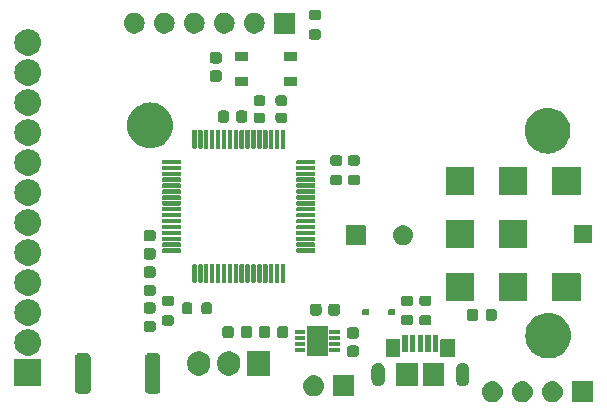
<source format=gts>
G04 #@! TF.GenerationSoftware,KiCad,Pcbnew,8.0.1*
G04 #@! TF.CreationDate,2024-06-08T15:54:11-04:00*
G04 #@! TF.ProjectId,SAP Mk3.2,53415020-4d6b-4332-9e32-2e6b69636164,rev?*
G04 #@! TF.SameCoordinates,Original*
G04 #@! TF.FileFunction,Soldermask,Top*
G04 #@! TF.FilePolarity,Negative*
%FSLAX46Y46*%
G04 Gerber Fmt 4.6, Leading zero omitted, Abs format (unit mm)*
G04 Created by KiCad (PCBNEW 8.0.1) date 2024-06-08 15:54:11*
%MOMM*%
%LPD*%
G01*
G04 APERTURE LIST*
G04 APERTURE END LIST*
G36*
X129814542Y-78264893D02*
G01*
X129826870Y-78273130D01*
X129835107Y-78285458D01*
X129838000Y-78300000D01*
X129838000Y-80000000D01*
X129835107Y-80014542D01*
X129826870Y-80026870D01*
X129814542Y-80035107D01*
X129800000Y-80038000D01*
X128100000Y-80038000D01*
X128085458Y-80035107D01*
X128073130Y-80026870D01*
X128064893Y-80014542D01*
X128062000Y-80000000D01*
X128062000Y-78300000D01*
X128064893Y-78285458D01*
X128073130Y-78273130D01*
X128085458Y-78264893D01*
X128100000Y-78262000D01*
X129800000Y-78262000D01*
X129814542Y-78264893D01*
G37*
G36*
X121604407Y-78305462D02*
G01*
X121774000Y-78380969D01*
X121924188Y-78490087D01*
X122048407Y-78628047D01*
X122141228Y-78788818D01*
X122198595Y-78965374D01*
X122218000Y-79150000D01*
X122198595Y-79334626D01*
X122141228Y-79511182D01*
X122048407Y-79671953D01*
X121924188Y-79809913D01*
X121774000Y-79919031D01*
X121604407Y-79994538D01*
X121422821Y-80033135D01*
X121237179Y-80033135D01*
X121055593Y-79994538D01*
X120886000Y-79919031D01*
X120735812Y-79809913D01*
X120611593Y-79671953D01*
X120518772Y-79511182D01*
X120461405Y-79334626D01*
X120442000Y-79150000D01*
X120461405Y-78965374D01*
X120518772Y-78788818D01*
X120611593Y-78628047D01*
X120735812Y-78490087D01*
X120886000Y-78380969D01*
X121055593Y-78305462D01*
X121237179Y-78266865D01*
X121422821Y-78266865D01*
X121604407Y-78305462D01*
G37*
G36*
X124144407Y-78305462D02*
G01*
X124314000Y-78380969D01*
X124464188Y-78490087D01*
X124588407Y-78628047D01*
X124681228Y-78788818D01*
X124738595Y-78965374D01*
X124758000Y-79150000D01*
X124738595Y-79334626D01*
X124681228Y-79511182D01*
X124588407Y-79671953D01*
X124464188Y-79809913D01*
X124314000Y-79919031D01*
X124144407Y-79994538D01*
X123962821Y-80033135D01*
X123777179Y-80033135D01*
X123595593Y-79994538D01*
X123426000Y-79919031D01*
X123275812Y-79809913D01*
X123151593Y-79671953D01*
X123058772Y-79511182D01*
X123001405Y-79334626D01*
X122982000Y-79150000D01*
X123001405Y-78965374D01*
X123058772Y-78788818D01*
X123151593Y-78628047D01*
X123275812Y-78490087D01*
X123426000Y-78380969D01*
X123595593Y-78305462D01*
X123777179Y-78266865D01*
X123962821Y-78266865D01*
X124144407Y-78305462D01*
G37*
G36*
X126684407Y-78305462D02*
G01*
X126854000Y-78380969D01*
X127004188Y-78490087D01*
X127128407Y-78628047D01*
X127221228Y-78788818D01*
X127278595Y-78965374D01*
X127298000Y-79150000D01*
X127278595Y-79334626D01*
X127221228Y-79511182D01*
X127128407Y-79671953D01*
X127004188Y-79809913D01*
X126854000Y-79919031D01*
X126684407Y-79994538D01*
X126502821Y-80033135D01*
X126317179Y-80033135D01*
X126135593Y-79994538D01*
X125966000Y-79919031D01*
X125815812Y-79809913D01*
X125691593Y-79671953D01*
X125598772Y-79511182D01*
X125541405Y-79334626D01*
X125522000Y-79150000D01*
X125541405Y-78965374D01*
X125598772Y-78788818D01*
X125691593Y-78628047D01*
X125815812Y-78490087D01*
X125966000Y-78380969D01*
X126135593Y-78305462D01*
X126317179Y-78266865D01*
X126502821Y-78266865D01*
X126684407Y-78305462D01*
G37*
G36*
X109589542Y-77764893D02*
G01*
X109601870Y-77773130D01*
X109610107Y-77785458D01*
X109613000Y-77800000D01*
X109613000Y-79500000D01*
X109610107Y-79514542D01*
X109601870Y-79526870D01*
X109589542Y-79535107D01*
X109575000Y-79538000D01*
X107875000Y-79538000D01*
X107860458Y-79535107D01*
X107848130Y-79526870D01*
X107839893Y-79514542D01*
X107837000Y-79500000D01*
X107837000Y-77800000D01*
X107839893Y-77785458D01*
X107848130Y-77773130D01*
X107860458Y-77764893D01*
X107875000Y-77762000D01*
X109575000Y-77762000D01*
X109589542Y-77764893D01*
G37*
G36*
X106459407Y-77805462D02*
G01*
X106629000Y-77880969D01*
X106779188Y-77990087D01*
X106903407Y-78128047D01*
X106996228Y-78288818D01*
X107053595Y-78465374D01*
X107073000Y-78650000D01*
X107053595Y-78834626D01*
X106996228Y-79011182D01*
X106903407Y-79171953D01*
X106779188Y-79309913D01*
X106629000Y-79419031D01*
X106459407Y-79494538D01*
X106277821Y-79533135D01*
X106092179Y-79533135D01*
X105910593Y-79494538D01*
X105741000Y-79419031D01*
X105590812Y-79309913D01*
X105466593Y-79171953D01*
X105373772Y-79011182D01*
X105316405Y-78834626D01*
X105297000Y-78650000D01*
X105316405Y-78465374D01*
X105373772Y-78288818D01*
X105466593Y-78128047D01*
X105590812Y-77990087D01*
X105741000Y-77880969D01*
X105910593Y-77805462D01*
X106092179Y-77766865D01*
X106277821Y-77766865D01*
X106459407Y-77805462D01*
G37*
G36*
X87078438Y-75894650D02*
G01*
X87083153Y-75896732D01*
X87085826Y-75897084D01*
X87119270Y-75912679D01*
X87175259Y-75937401D01*
X87250099Y-76012241D01*
X87274830Y-76068251D01*
X87290415Y-76101673D01*
X87290766Y-76104343D01*
X87292850Y-76109062D01*
X87300500Y-76175000D01*
X87300500Y-79025000D01*
X87292850Y-79090938D01*
X87290766Y-79095656D01*
X87290415Y-79098326D01*
X87274838Y-79131730D01*
X87250099Y-79187759D01*
X87175259Y-79262599D01*
X87119230Y-79287338D01*
X87085826Y-79302915D01*
X87083156Y-79303266D01*
X87078438Y-79305350D01*
X87012500Y-79313000D01*
X86287500Y-79313000D01*
X86221562Y-79305350D01*
X86216843Y-79303266D01*
X86214173Y-79302915D01*
X86180751Y-79287330D01*
X86124741Y-79262599D01*
X86049901Y-79187759D01*
X86025179Y-79131770D01*
X86009584Y-79098326D01*
X86009232Y-79095653D01*
X86007150Y-79090938D01*
X85999500Y-79025000D01*
X85999500Y-76175000D01*
X86007150Y-76109062D01*
X86009232Y-76104346D01*
X86009584Y-76101673D01*
X86025187Y-76068210D01*
X86049901Y-76012241D01*
X86124741Y-75937401D01*
X86180710Y-75912687D01*
X86214173Y-75897084D01*
X86216846Y-75896732D01*
X86221562Y-75894650D01*
X86287500Y-75887000D01*
X87012500Y-75887000D01*
X87078438Y-75894650D01*
G37*
G36*
X93003438Y-75894650D02*
G01*
X93008153Y-75896732D01*
X93010826Y-75897084D01*
X93044270Y-75912679D01*
X93100259Y-75937401D01*
X93175099Y-76012241D01*
X93199830Y-76068251D01*
X93215415Y-76101673D01*
X93215766Y-76104343D01*
X93217850Y-76109062D01*
X93225500Y-76175000D01*
X93225500Y-79025000D01*
X93217850Y-79090938D01*
X93215766Y-79095656D01*
X93215415Y-79098326D01*
X93199838Y-79131730D01*
X93175099Y-79187759D01*
X93100259Y-79262599D01*
X93044230Y-79287338D01*
X93010826Y-79302915D01*
X93008156Y-79303266D01*
X93003438Y-79305350D01*
X92937500Y-79313000D01*
X92212500Y-79313000D01*
X92146562Y-79305350D01*
X92141843Y-79303266D01*
X92139173Y-79302915D01*
X92105751Y-79287330D01*
X92049741Y-79262599D01*
X91974901Y-79187759D01*
X91950179Y-79131770D01*
X91934584Y-79098326D01*
X91934232Y-79095653D01*
X91932150Y-79090938D01*
X91924500Y-79025000D01*
X91924500Y-76175000D01*
X91932150Y-76109062D01*
X91934232Y-76104346D01*
X91934584Y-76101673D01*
X91950187Y-76068210D01*
X91974901Y-76012241D01*
X92049741Y-75937401D01*
X92105710Y-75912687D01*
X92139173Y-75897084D01*
X92141846Y-75896732D01*
X92146562Y-75894650D01*
X92212500Y-75887000D01*
X92937500Y-75887000D01*
X93003438Y-75894650D01*
G37*
G36*
X114989542Y-76714893D02*
G01*
X115001870Y-76723130D01*
X115010107Y-76735458D01*
X115013000Y-76750000D01*
X115013000Y-78650000D01*
X115010107Y-78664542D01*
X115001870Y-78676870D01*
X114989542Y-78685107D01*
X114975000Y-78688000D01*
X113225000Y-78688000D01*
X113210458Y-78685107D01*
X113198130Y-78676870D01*
X113189893Y-78664542D01*
X113187000Y-78650000D01*
X113187000Y-76750000D01*
X113189893Y-76735458D01*
X113198130Y-76723130D01*
X113210458Y-76714893D01*
X113225000Y-76712000D01*
X114975000Y-76712000D01*
X114989542Y-76714893D01*
G37*
G36*
X117239542Y-76714893D02*
G01*
X117251870Y-76723130D01*
X117260107Y-76735458D01*
X117263000Y-76750000D01*
X117263000Y-78650000D01*
X117260107Y-78664542D01*
X117251870Y-78676870D01*
X117239542Y-78685107D01*
X117225000Y-78688000D01*
X115475000Y-78688000D01*
X115460458Y-78685107D01*
X115448130Y-78676870D01*
X115439893Y-78664542D01*
X115437000Y-78650000D01*
X115437000Y-76750000D01*
X115439893Y-76735458D01*
X115448130Y-76723130D01*
X115460458Y-76714893D01*
X115475000Y-76712000D01*
X117225000Y-76712000D01*
X117239542Y-76714893D01*
G37*
G36*
X111714537Y-76716817D02*
G01*
X111723486Y-76716817D01*
X111749270Y-76723725D01*
X111813360Y-76736474D01*
X111843611Y-76749004D01*
X111865451Y-76754856D01*
X111885029Y-76766159D01*
X111915279Y-76778689D01*
X111969607Y-76814990D01*
X111992733Y-76828342D01*
X111999063Y-76834672D01*
X112007008Y-76839981D01*
X112085018Y-76917991D01*
X112090326Y-76925935D01*
X112096658Y-76932267D01*
X112110011Y-76955395D01*
X112146310Y-77009720D01*
X112158838Y-77039966D01*
X112170144Y-77059549D01*
X112175996Y-77081392D01*
X112188525Y-77111639D01*
X112201271Y-77175720D01*
X112208183Y-77201514D01*
X112208230Y-77210706D01*
X112210063Y-77219917D01*
X112212995Y-78123853D01*
X112212994Y-78123871D01*
X112213000Y-78125000D01*
X112212755Y-78128736D01*
X112210288Y-78178950D01*
X112209058Y-78185131D01*
X112208183Y-78198486D01*
X112201270Y-78224284D01*
X112188525Y-78288360D01*
X112175997Y-78318604D01*
X112170144Y-78340451D01*
X112158836Y-78360035D01*
X112146310Y-78390279D01*
X112110015Y-78444596D01*
X112096658Y-78467733D01*
X112090324Y-78474066D01*
X112085018Y-78482008D01*
X112007008Y-78560018D01*
X111999066Y-78565324D01*
X111992733Y-78571658D01*
X111969596Y-78585015D01*
X111915279Y-78621310D01*
X111885035Y-78633836D01*
X111865451Y-78645144D01*
X111843604Y-78650997D01*
X111813360Y-78663525D01*
X111749276Y-78676272D01*
X111723486Y-78683183D01*
X111714537Y-78683183D01*
X111705161Y-78685048D01*
X111594839Y-78685048D01*
X111585463Y-78683183D01*
X111576514Y-78683183D01*
X111550724Y-78676272D01*
X111486639Y-78663525D01*
X111456392Y-78650996D01*
X111434549Y-78645144D01*
X111414966Y-78633838D01*
X111384720Y-78621310D01*
X111330395Y-78585011D01*
X111307267Y-78571658D01*
X111300935Y-78565326D01*
X111292991Y-78560018D01*
X111214981Y-78482008D01*
X111209672Y-78474063D01*
X111203342Y-78467733D01*
X111189990Y-78444607D01*
X111153689Y-78390279D01*
X111141159Y-78360029D01*
X111129856Y-78340451D01*
X111124004Y-78318611D01*
X111111474Y-78288360D01*
X111098725Y-78224268D01*
X111091817Y-78198486D01*
X111091769Y-78189297D01*
X111089936Y-78180082D01*
X111087004Y-77276146D01*
X111087005Y-77276109D01*
X111087000Y-77275000D01*
X111087240Y-77271326D01*
X111089711Y-77221049D01*
X111090942Y-77214859D01*
X111091817Y-77201514D01*
X111098724Y-77175733D01*
X111111474Y-77111639D01*
X111124004Y-77081385D01*
X111129856Y-77059549D01*
X111141158Y-77039973D01*
X111153689Y-77009720D01*
X111189994Y-76955384D01*
X111203342Y-76932267D01*
X111209670Y-76925938D01*
X111214981Y-76917991D01*
X111292991Y-76839981D01*
X111300938Y-76834670D01*
X111307267Y-76828342D01*
X111330384Y-76814994D01*
X111384720Y-76778689D01*
X111414973Y-76766158D01*
X111434549Y-76754856D01*
X111456385Y-76749004D01*
X111486639Y-76736474D01*
X111550730Y-76723725D01*
X111576514Y-76716817D01*
X111585463Y-76716817D01*
X111594839Y-76714952D01*
X111705161Y-76714952D01*
X111714537Y-76716817D01*
G37*
G36*
X118864537Y-76716817D02*
G01*
X118873486Y-76716817D01*
X118899270Y-76723725D01*
X118963360Y-76736474D01*
X118993611Y-76749004D01*
X119015451Y-76754856D01*
X119035029Y-76766159D01*
X119065279Y-76778689D01*
X119119607Y-76814990D01*
X119142733Y-76828342D01*
X119149063Y-76834672D01*
X119157008Y-76839981D01*
X119235018Y-76917991D01*
X119240326Y-76925935D01*
X119246658Y-76932267D01*
X119260011Y-76955395D01*
X119296310Y-77009720D01*
X119308838Y-77039966D01*
X119320144Y-77059549D01*
X119325996Y-77081392D01*
X119338525Y-77111639D01*
X119351271Y-77175720D01*
X119358183Y-77201514D01*
X119358230Y-77210706D01*
X119360063Y-77219917D01*
X119362995Y-78123853D01*
X119362994Y-78123871D01*
X119363000Y-78125000D01*
X119362755Y-78128736D01*
X119360288Y-78178950D01*
X119359058Y-78185131D01*
X119358183Y-78198486D01*
X119351270Y-78224284D01*
X119338525Y-78288360D01*
X119325997Y-78318604D01*
X119320144Y-78340451D01*
X119308836Y-78360035D01*
X119296310Y-78390279D01*
X119260015Y-78444596D01*
X119246658Y-78467733D01*
X119240324Y-78474066D01*
X119235018Y-78482008D01*
X119157008Y-78560018D01*
X119149066Y-78565324D01*
X119142733Y-78571658D01*
X119119596Y-78585015D01*
X119065279Y-78621310D01*
X119035035Y-78633836D01*
X119015451Y-78645144D01*
X118993604Y-78650997D01*
X118963360Y-78663525D01*
X118899276Y-78676272D01*
X118873486Y-78683183D01*
X118864537Y-78683183D01*
X118855161Y-78685048D01*
X118744839Y-78685048D01*
X118735463Y-78683183D01*
X118726514Y-78683183D01*
X118700724Y-78676272D01*
X118636639Y-78663525D01*
X118606392Y-78650996D01*
X118584549Y-78645144D01*
X118564966Y-78633838D01*
X118534720Y-78621310D01*
X118480395Y-78585011D01*
X118457267Y-78571658D01*
X118450935Y-78565326D01*
X118442991Y-78560018D01*
X118364981Y-78482008D01*
X118359672Y-78474063D01*
X118353342Y-78467733D01*
X118339990Y-78444607D01*
X118303689Y-78390279D01*
X118291159Y-78360029D01*
X118279856Y-78340451D01*
X118274004Y-78318611D01*
X118261474Y-78288360D01*
X118248725Y-78224268D01*
X118241817Y-78198486D01*
X118241769Y-78189297D01*
X118239936Y-78180082D01*
X118237004Y-77276146D01*
X118237005Y-77276109D01*
X118237000Y-77275000D01*
X118237240Y-77271326D01*
X118239711Y-77221049D01*
X118240942Y-77214859D01*
X118241817Y-77201514D01*
X118248724Y-77175733D01*
X118261474Y-77111639D01*
X118274004Y-77081385D01*
X118279856Y-77059549D01*
X118291158Y-77039973D01*
X118303689Y-77009720D01*
X118339994Y-76955384D01*
X118353342Y-76932267D01*
X118359670Y-76925938D01*
X118364981Y-76917991D01*
X118442991Y-76839981D01*
X118450938Y-76834670D01*
X118457267Y-76828342D01*
X118480384Y-76814994D01*
X118534720Y-76778689D01*
X118564973Y-76766158D01*
X118584549Y-76754856D01*
X118606385Y-76749004D01*
X118636639Y-76736474D01*
X118700730Y-76723725D01*
X118726514Y-76716817D01*
X118735463Y-76716817D01*
X118744839Y-76714952D01*
X118855161Y-76714952D01*
X118864537Y-76716817D01*
G37*
G36*
X83114542Y-76384893D02*
G01*
X83126870Y-76393130D01*
X83135107Y-76405458D01*
X83138000Y-76420000D01*
X83138000Y-78620000D01*
X83135107Y-78634542D01*
X83126870Y-78646870D01*
X83114542Y-78655107D01*
X83100000Y-78658000D01*
X80900000Y-78658000D01*
X80885458Y-78655107D01*
X80873130Y-78646870D01*
X80864893Y-78634542D01*
X80862000Y-78620000D01*
X80862000Y-76420000D01*
X80864893Y-76405458D01*
X80873130Y-76393130D01*
X80885458Y-76384893D01*
X80900000Y-76382000D01*
X83100000Y-76382000D01*
X83114542Y-76384893D01*
G37*
G36*
X102507042Y-75719893D02*
G01*
X102519370Y-75728130D01*
X102527607Y-75740458D01*
X102530500Y-75755000D01*
X102530500Y-77755000D01*
X102527607Y-77769542D01*
X102519370Y-77781870D01*
X102507042Y-77790107D01*
X102492500Y-77793000D01*
X100587500Y-77793000D01*
X100572958Y-77790107D01*
X100560630Y-77781870D01*
X100552393Y-77769542D01*
X100549500Y-77755000D01*
X100549500Y-75755000D01*
X100552393Y-75740458D01*
X100560630Y-75728130D01*
X100572958Y-75719893D01*
X100587500Y-75717000D01*
X102492500Y-75717000D01*
X102507042Y-75719893D01*
G37*
G36*
X96747527Y-75759651D02*
G01*
X96926918Y-75833957D01*
X97088367Y-75941833D01*
X97225667Y-76079133D01*
X97333543Y-76240582D01*
X97407849Y-76419973D01*
X97445730Y-76610414D01*
X97450500Y-76802500D01*
X97445730Y-76899586D01*
X97407849Y-77090027D01*
X97333543Y-77269418D01*
X97225667Y-77430867D01*
X97088367Y-77568167D01*
X96926918Y-77676043D01*
X96747527Y-77750349D01*
X96557086Y-77788230D01*
X96362914Y-77788230D01*
X96172473Y-77750349D01*
X95993082Y-77676043D01*
X95831633Y-77568167D01*
X95694333Y-77430867D01*
X95586457Y-77269418D01*
X95512151Y-77090027D01*
X95474270Y-76899586D01*
X95469500Y-76707500D01*
X95474270Y-76610414D01*
X95512151Y-76419973D01*
X95586457Y-76240582D01*
X95694333Y-76079133D01*
X95831633Y-75941833D01*
X95993082Y-75833957D01*
X96172473Y-75759651D01*
X96362914Y-75721770D01*
X96557086Y-75721770D01*
X96747527Y-75759651D01*
G37*
G36*
X99287527Y-75759651D02*
G01*
X99466918Y-75833957D01*
X99628367Y-75941833D01*
X99765667Y-76079133D01*
X99873543Y-76240582D01*
X99947849Y-76419973D01*
X99985730Y-76610414D01*
X99990500Y-76802500D01*
X99985730Y-76899586D01*
X99947849Y-77090027D01*
X99873543Y-77269418D01*
X99765667Y-77430867D01*
X99628367Y-77568167D01*
X99466918Y-77676043D01*
X99287527Y-77750349D01*
X99097086Y-77788230D01*
X98902914Y-77788230D01*
X98712473Y-77750349D01*
X98533082Y-77676043D01*
X98371633Y-77568167D01*
X98234333Y-77430867D01*
X98126457Y-77269418D01*
X98052151Y-77090027D01*
X98014270Y-76899586D01*
X98009500Y-76707500D01*
X98014270Y-76610414D01*
X98052151Y-76419973D01*
X98126457Y-76240582D01*
X98234333Y-76079133D01*
X98371633Y-75941833D01*
X98533082Y-75833957D01*
X98712473Y-75759651D01*
X98902914Y-75721770D01*
X99097086Y-75721770D01*
X99287527Y-75759651D01*
G37*
G36*
X126325806Y-72481726D02*
G01*
X126595998Y-72540503D01*
X126855074Y-72637133D01*
X127097762Y-72769651D01*
X127319120Y-72935357D01*
X127514643Y-73130880D01*
X127680349Y-73352238D01*
X127812867Y-73594926D01*
X127909497Y-73854002D01*
X127968274Y-74124194D01*
X127988000Y-74400000D01*
X127968274Y-74675806D01*
X127909497Y-74945998D01*
X127812867Y-75205074D01*
X127680349Y-75447762D01*
X127514643Y-75669120D01*
X127319120Y-75864643D01*
X127097762Y-76030349D01*
X126855074Y-76162867D01*
X126595998Y-76259497D01*
X126325806Y-76318274D01*
X126050000Y-76338000D01*
X125774194Y-76318274D01*
X125504002Y-76259497D01*
X125244926Y-76162867D01*
X125002238Y-76030349D01*
X124780880Y-75864643D01*
X124585357Y-75669120D01*
X124419651Y-75447762D01*
X124287133Y-75205074D01*
X124190503Y-74945998D01*
X124131726Y-74675806D01*
X124112000Y-74400000D01*
X124131726Y-74124194D01*
X124190503Y-73854002D01*
X124287133Y-73594926D01*
X124419651Y-73352238D01*
X124585357Y-73130880D01*
X124780880Y-72935357D01*
X125002238Y-72769651D01*
X125244926Y-72637133D01*
X125504002Y-72540503D01*
X125774194Y-72481726D01*
X126050000Y-72462000D01*
X126325806Y-72481726D01*
G37*
G36*
X113494542Y-74709893D02*
G01*
X113506870Y-74718130D01*
X113515107Y-74730458D01*
X113518000Y-74745000D01*
X113518000Y-76195000D01*
X113515107Y-76209542D01*
X113506870Y-76221870D01*
X113494542Y-76230107D01*
X113480000Y-76233000D01*
X112330000Y-76233000D01*
X112315458Y-76230107D01*
X112303130Y-76221870D01*
X112294893Y-76209542D01*
X112292000Y-76195000D01*
X112292000Y-74745000D01*
X112294893Y-74730458D01*
X112303130Y-74718130D01*
X112315458Y-74709893D01*
X112330000Y-74707000D01*
X113480000Y-74707000D01*
X113494542Y-74709893D01*
G37*
G36*
X118134542Y-74709893D02*
G01*
X118146870Y-74718130D01*
X118155107Y-74730458D01*
X118158000Y-74745000D01*
X118158000Y-76195000D01*
X118155107Y-76209542D01*
X118146870Y-76221870D01*
X118134542Y-76230107D01*
X118120000Y-76233000D01*
X116970000Y-76233000D01*
X116955458Y-76230107D01*
X116943130Y-76221870D01*
X116934893Y-76209542D01*
X116932000Y-76195000D01*
X116932000Y-74745000D01*
X116934893Y-74730458D01*
X116943130Y-74718130D01*
X116955458Y-74709893D01*
X116970000Y-74707000D01*
X118120000Y-74707000D01*
X118134542Y-74709893D01*
G37*
G36*
X109756409Y-75238274D02*
G01*
X109816852Y-75246232D01*
X109832057Y-75253322D01*
X109850646Y-75257020D01*
X109875266Y-75273470D01*
X109900407Y-75285194D01*
X109915702Y-75300489D01*
X109935969Y-75314031D01*
X109949510Y-75334297D01*
X109964805Y-75349592D01*
X109976527Y-75374730D01*
X109992980Y-75399354D01*
X109996677Y-75417944D01*
X110003767Y-75433147D01*
X110011722Y-75493577D01*
X110013000Y-75500000D01*
X110013000Y-75950000D01*
X110011722Y-75956424D01*
X110003767Y-76016852D01*
X109996678Y-76032054D01*
X109992980Y-76050646D01*
X109976525Y-76075271D01*
X109964805Y-76100407D01*
X109949512Y-76115699D01*
X109935969Y-76135969D01*
X109915699Y-76149512D01*
X109900407Y-76164805D01*
X109875271Y-76176525D01*
X109850646Y-76192980D01*
X109832054Y-76196678D01*
X109816852Y-76203767D01*
X109756424Y-76211722D01*
X109750000Y-76213000D01*
X109250000Y-76213000D01*
X109243577Y-76211722D01*
X109183147Y-76203767D01*
X109167944Y-76196677D01*
X109149354Y-76192980D01*
X109124730Y-76176527D01*
X109099592Y-76164805D01*
X109084297Y-76149510D01*
X109064031Y-76135969D01*
X109050489Y-76115702D01*
X109035194Y-76100407D01*
X109023470Y-76075266D01*
X109007020Y-76050646D01*
X109003322Y-76032057D01*
X108996232Y-76016852D01*
X108988274Y-75956409D01*
X108987000Y-75950000D01*
X108987000Y-75500000D01*
X108988274Y-75493592D01*
X108996232Y-75433147D01*
X109003322Y-75417940D01*
X109007020Y-75399354D01*
X109023469Y-75374735D01*
X109035194Y-75349592D01*
X109050491Y-75334294D01*
X109064031Y-75314031D01*
X109084294Y-75300491D01*
X109099592Y-75285194D01*
X109124735Y-75273469D01*
X109149354Y-75257020D01*
X109167940Y-75253322D01*
X109183147Y-75246232D01*
X109243592Y-75238274D01*
X109250000Y-75237000D01*
X109750000Y-75237000D01*
X109756409Y-75238274D01*
G37*
G36*
X82311428Y-73885442D02*
G01*
X82507250Y-73961304D01*
X82685798Y-74071856D01*
X82840992Y-74213334D01*
X82967547Y-74380920D01*
X83061153Y-74568907D01*
X83118623Y-74770893D01*
X83138000Y-74980000D01*
X83118623Y-75189107D01*
X83061153Y-75391093D01*
X82967547Y-75579080D01*
X82840992Y-75746666D01*
X82685798Y-75888144D01*
X82507250Y-75998696D01*
X82311428Y-76074558D01*
X82105001Y-76113145D01*
X81894999Y-76113145D01*
X81688572Y-76074558D01*
X81492750Y-75998696D01*
X81314202Y-75888144D01*
X81159008Y-75746666D01*
X81032453Y-75579080D01*
X80938847Y-75391093D01*
X80881377Y-75189107D01*
X80862000Y-74980000D01*
X80881377Y-74770893D01*
X80938847Y-74568907D01*
X81032453Y-74380920D01*
X81159008Y-74213334D01*
X81314202Y-74071856D01*
X81492750Y-73961304D01*
X81688572Y-73885442D01*
X81894999Y-73846855D01*
X82105001Y-73846855D01*
X82311428Y-73885442D01*
G37*
G36*
X107363242Y-73595693D02*
G01*
X107375570Y-73603930D01*
X107383807Y-73616258D01*
X107386700Y-73630800D01*
X107386700Y-76069200D01*
X107383807Y-76083742D01*
X107375570Y-76096070D01*
X107363242Y-76104307D01*
X107348700Y-76107200D01*
X105646900Y-76107200D01*
X105632358Y-76104307D01*
X105620030Y-76096070D01*
X105611793Y-76083742D01*
X105608900Y-76069200D01*
X105608900Y-73630800D01*
X105611793Y-73616258D01*
X105620030Y-73603930D01*
X105632358Y-73595693D01*
X105646900Y-73592800D01*
X107348700Y-73592800D01*
X107363242Y-73595693D01*
G37*
G36*
X114139542Y-74314893D02*
G01*
X114151870Y-74323130D01*
X114160107Y-74335458D01*
X114163000Y-74350000D01*
X114163000Y-75750000D01*
X114160107Y-75764542D01*
X114151870Y-75776870D01*
X114139542Y-75785107D01*
X114125000Y-75788000D01*
X113725000Y-75788000D01*
X113710458Y-75785107D01*
X113698130Y-75776870D01*
X113689893Y-75764542D01*
X113687000Y-75750000D01*
X113687000Y-74350000D01*
X113689893Y-74335458D01*
X113698130Y-74323130D01*
X113710458Y-74314893D01*
X113725000Y-74312000D01*
X114125000Y-74312000D01*
X114139542Y-74314893D01*
G37*
G36*
X114789542Y-74314893D02*
G01*
X114801870Y-74323130D01*
X114810107Y-74335458D01*
X114813000Y-74350000D01*
X114813000Y-75750000D01*
X114810107Y-75764542D01*
X114801870Y-75776870D01*
X114789542Y-75785107D01*
X114775000Y-75788000D01*
X114375000Y-75788000D01*
X114360458Y-75785107D01*
X114348130Y-75776870D01*
X114339893Y-75764542D01*
X114337000Y-75750000D01*
X114337000Y-74350000D01*
X114339893Y-74335458D01*
X114348130Y-74323130D01*
X114360458Y-74314893D01*
X114375000Y-74312000D01*
X114775000Y-74312000D01*
X114789542Y-74314893D01*
G37*
G36*
X115439542Y-74314893D02*
G01*
X115451870Y-74323130D01*
X115460107Y-74335458D01*
X115463000Y-74350000D01*
X115463000Y-75750000D01*
X115460107Y-75764542D01*
X115451870Y-75776870D01*
X115439542Y-75785107D01*
X115425000Y-75788000D01*
X115025000Y-75788000D01*
X115010458Y-75785107D01*
X114998130Y-75776870D01*
X114989893Y-75764542D01*
X114987000Y-75750000D01*
X114987000Y-74350000D01*
X114989893Y-74335458D01*
X114998130Y-74323130D01*
X115010458Y-74314893D01*
X115025000Y-74312000D01*
X115425000Y-74312000D01*
X115439542Y-74314893D01*
G37*
G36*
X116089542Y-74314893D02*
G01*
X116101870Y-74323130D01*
X116110107Y-74335458D01*
X116113000Y-74350000D01*
X116113000Y-75750000D01*
X116110107Y-75764542D01*
X116101870Y-75776870D01*
X116089542Y-75785107D01*
X116075000Y-75788000D01*
X115675000Y-75788000D01*
X115660458Y-75785107D01*
X115648130Y-75776870D01*
X115639893Y-75764542D01*
X115637000Y-75750000D01*
X115637000Y-74350000D01*
X115639893Y-74335458D01*
X115648130Y-74323130D01*
X115660458Y-74314893D01*
X115675000Y-74312000D01*
X116075000Y-74312000D01*
X116089542Y-74314893D01*
G37*
G36*
X116739542Y-74314893D02*
G01*
X116751870Y-74323130D01*
X116760107Y-74335458D01*
X116763000Y-74350000D01*
X116763000Y-75750000D01*
X116760107Y-75764542D01*
X116751870Y-75776870D01*
X116739542Y-75785107D01*
X116725000Y-75788000D01*
X116325000Y-75788000D01*
X116310458Y-75785107D01*
X116298130Y-75776870D01*
X116289893Y-75764542D01*
X116287000Y-75750000D01*
X116287000Y-74350000D01*
X116289893Y-74335458D01*
X116298130Y-74323130D01*
X116310458Y-74314893D01*
X116325000Y-74312000D01*
X116725000Y-74312000D01*
X116739542Y-74314893D01*
G37*
G36*
X105470942Y-75437894D02*
G01*
X105483270Y-75446131D01*
X105491507Y-75458459D01*
X105494400Y-75473001D01*
X105494400Y-75727001D01*
X105491507Y-75741543D01*
X105483270Y-75753871D01*
X105470942Y-75762108D01*
X105456400Y-75765001D01*
X104643600Y-75765001D01*
X104629058Y-75762108D01*
X104616730Y-75753871D01*
X104608493Y-75741543D01*
X104605600Y-75727001D01*
X104605600Y-75473001D01*
X104608493Y-75458459D01*
X104616730Y-75446131D01*
X104629058Y-75437894D01*
X104643600Y-75435001D01*
X105456400Y-75435001D01*
X105470942Y-75437894D01*
G37*
G36*
X108366542Y-75437894D02*
G01*
X108378870Y-75446131D01*
X108387107Y-75458459D01*
X108390000Y-75473001D01*
X108390000Y-75727001D01*
X108387107Y-75741543D01*
X108378870Y-75753871D01*
X108366542Y-75762108D01*
X108352000Y-75765001D01*
X107539200Y-75765001D01*
X107524658Y-75762108D01*
X107512330Y-75753871D01*
X107504093Y-75741543D01*
X107501200Y-75727001D01*
X107501200Y-75473001D01*
X107504093Y-75458459D01*
X107512330Y-75446131D01*
X107524658Y-75437894D01*
X107539200Y-75435001D01*
X108352000Y-75435001D01*
X108366542Y-75437894D01*
G37*
G36*
X105470942Y-74937893D02*
G01*
X105483270Y-74946130D01*
X105491507Y-74958458D01*
X105494400Y-74973000D01*
X105494400Y-75227000D01*
X105491507Y-75241542D01*
X105483270Y-75253870D01*
X105470942Y-75262107D01*
X105456400Y-75265000D01*
X104643600Y-75265000D01*
X104629058Y-75262107D01*
X104616730Y-75253870D01*
X104608493Y-75241542D01*
X104605600Y-75227000D01*
X104605600Y-74973000D01*
X104608493Y-74958458D01*
X104616730Y-74946130D01*
X104629058Y-74937893D01*
X104643600Y-74935000D01*
X105456400Y-74935000D01*
X105470942Y-74937893D01*
G37*
G36*
X108366542Y-74937893D02*
G01*
X108378870Y-74946130D01*
X108387107Y-74958458D01*
X108390000Y-74973000D01*
X108390000Y-75227000D01*
X108387107Y-75241542D01*
X108378870Y-75253870D01*
X108366542Y-75262107D01*
X108352000Y-75265000D01*
X107539200Y-75265000D01*
X107524658Y-75262107D01*
X107512330Y-75253870D01*
X107504093Y-75241542D01*
X107501200Y-75227000D01*
X107501200Y-74973000D01*
X107504093Y-74958458D01*
X107512330Y-74946130D01*
X107524658Y-74937893D01*
X107539200Y-74935000D01*
X108352000Y-74935000D01*
X108366542Y-74937893D01*
G37*
G36*
X105470942Y-74437893D02*
G01*
X105483270Y-74446130D01*
X105491507Y-74458458D01*
X105494400Y-74473000D01*
X105494400Y-74727000D01*
X105491507Y-74741542D01*
X105483270Y-74753870D01*
X105470942Y-74762107D01*
X105456400Y-74765000D01*
X104643600Y-74765000D01*
X104629058Y-74762107D01*
X104616730Y-74753870D01*
X104608493Y-74741542D01*
X104605600Y-74727000D01*
X104605600Y-74473000D01*
X104608493Y-74458458D01*
X104616730Y-74446130D01*
X104629058Y-74437893D01*
X104643600Y-74435000D01*
X105456400Y-74435000D01*
X105470942Y-74437893D01*
G37*
G36*
X108366542Y-74437893D02*
G01*
X108378870Y-74446130D01*
X108387107Y-74458458D01*
X108390000Y-74473000D01*
X108390000Y-74727000D01*
X108387107Y-74741542D01*
X108378870Y-74753870D01*
X108366542Y-74762107D01*
X108352000Y-74765000D01*
X107539200Y-74765000D01*
X107524658Y-74762107D01*
X107512330Y-74753870D01*
X107504093Y-74741542D01*
X107501200Y-74727000D01*
X107501200Y-74473000D01*
X107504093Y-74458458D01*
X107512330Y-74446130D01*
X107524658Y-74437893D01*
X107539200Y-74435000D01*
X108352000Y-74435000D01*
X108366542Y-74437893D01*
G37*
G36*
X109756409Y-73688274D02*
G01*
X109816852Y-73696232D01*
X109832057Y-73703322D01*
X109850646Y-73707020D01*
X109875266Y-73723470D01*
X109900407Y-73735194D01*
X109915702Y-73750489D01*
X109935969Y-73764031D01*
X109949510Y-73784297D01*
X109964805Y-73799592D01*
X109976527Y-73824730D01*
X109992980Y-73849354D01*
X109996677Y-73867944D01*
X110003767Y-73883147D01*
X110011722Y-73943577D01*
X110013000Y-73950000D01*
X110013000Y-74400000D01*
X110011722Y-74406424D01*
X110003767Y-74466852D01*
X109996678Y-74482054D01*
X109992980Y-74500646D01*
X109976525Y-74525271D01*
X109964805Y-74550407D01*
X109949512Y-74565699D01*
X109935969Y-74585969D01*
X109915699Y-74599512D01*
X109900407Y-74614805D01*
X109875271Y-74626525D01*
X109850646Y-74642980D01*
X109832054Y-74646678D01*
X109816852Y-74653767D01*
X109756424Y-74661722D01*
X109750000Y-74663000D01*
X109250000Y-74663000D01*
X109243577Y-74661722D01*
X109183147Y-74653767D01*
X109167944Y-74646677D01*
X109149354Y-74642980D01*
X109124730Y-74626527D01*
X109099592Y-74614805D01*
X109084297Y-74599510D01*
X109064031Y-74585969D01*
X109050489Y-74565702D01*
X109035194Y-74550407D01*
X109023470Y-74525266D01*
X109007020Y-74500646D01*
X109003322Y-74482057D01*
X108996232Y-74466852D01*
X108988274Y-74406409D01*
X108987000Y-74400000D01*
X108987000Y-73950000D01*
X108988274Y-73943592D01*
X108996232Y-73883147D01*
X109003322Y-73867940D01*
X109007020Y-73849354D01*
X109023469Y-73824735D01*
X109035194Y-73799592D01*
X109050491Y-73784294D01*
X109064031Y-73764031D01*
X109084294Y-73750491D01*
X109099592Y-73735194D01*
X109124735Y-73723469D01*
X109149354Y-73707020D01*
X109167940Y-73703322D01*
X109183147Y-73696232D01*
X109243592Y-73688274D01*
X109250000Y-73687000D01*
X109750000Y-73687000D01*
X109756409Y-73688274D01*
G37*
G36*
X99181409Y-73588274D02*
G01*
X99241852Y-73596232D01*
X99257057Y-73603322D01*
X99275646Y-73607020D01*
X99300266Y-73623470D01*
X99325407Y-73635194D01*
X99340702Y-73650489D01*
X99360969Y-73664031D01*
X99374510Y-73684297D01*
X99389805Y-73699592D01*
X99401527Y-73724730D01*
X99417980Y-73749354D01*
X99421677Y-73767944D01*
X99428767Y-73783147D01*
X99436722Y-73843577D01*
X99438000Y-73850000D01*
X99438000Y-74350000D01*
X99436722Y-74356424D01*
X99428767Y-74416852D01*
X99421678Y-74432054D01*
X99417980Y-74450646D01*
X99401525Y-74475271D01*
X99389805Y-74500407D01*
X99374512Y-74515699D01*
X99360969Y-74535969D01*
X99340699Y-74549512D01*
X99325407Y-74564805D01*
X99300271Y-74576525D01*
X99275646Y-74592980D01*
X99257054Y-74596678D01*
X99241852Y-74603767D01*
X99181424Y-74611722D01*
X99175000Y-74613000D01*
X98725000Y-74613000D01*
X98718577Y-74611722D01*
X98658147Y-74603767D01*
X98642944Y-74596677D01*
X98624354Y-74592980D01*
X98599730Y-74576527D01*
X98574592Y-74564805D01*
X98559297Y-74549510D01*
X98539031Y-74535969D01*
X98525489Y-74515702D01*
X98510194Y-74500407D01*
X98498470Y-74475266D01*
X98482020Y-74450646D01*
X98478322Y-74432057D01*
X98471232Y-74416852D01*
X98463274Y-74356409D01*
X98462000Y-74350000D01*
X98462000Y-73850000D01*
X98463274Y-73843592D01*
X98471232Y-73783147D01*
X98478322Y-73767940D01*
X98482020Y-73749354D01*
X98498469Y-73724735D01*
X98510194Y-73699592D01*
X98525491Y-73684294D01*
X98539031Y-73664031D01*
X98559294Y-73650491D01*
X98574592Y-73635194D01*
X98599735Y-73623469D01*
X98624354Y-73607020D01*
X98642940Y-73603322D01*
X98658147Y-73596232D01*
X98718592Y-73588274D01*
X98725000Y-73587000D01*
X99175000Y-73587000D01*
X99181409Y-73588274D01*
G37*
G36*
X100731409Y-73588274D02*
G01*
X100791852Y-73596232D01*
X100807057Y-73603322D01*
X100825646Y-73607020D01*
X100850266Y-73623470D01*
X100875407Y-73635194D01*
X100890702Y-73650489D01*
X100910969Y-73664031D01*
X100924510Y-73684297D01*
X100939805Y-73699592D01*
X100951527Y-73724730D01*
X100967980Y-73749354D01*
X100971677Y-73767944D01*
X100978767Y-73783147D01*
X100986722Y-73843577D01*
X100988000Y-73850000D01*
X100988000Y-74350000D01*
X100986722Y-74356424D01*
X100978767Y-74416852D01*
X100971678Y-74432054D01*
X100967980Y-74450646D01*
X100951525Y-74475271D01*
X100939805Y-74500407D01*
X100924512Y-74515699D01*
X100910969Y-74535969D01*
X100890699Y-74549512D01*
X100875407Y-74564805D01*
X100850271Y-74576525D01*
X100825646Y-74592980D01*
X100807054Y-74596678D01*
X100791852Y-74603767D01*
X100731424Y-74611722D01*
X100725000Y-74613000D01*
X100275000Y-74613000D01*
X100268577Y-74611722D01*
X100208147Y-74603767D01*
X100192944Y-74596677D01*
X100174354Y-74592980D01*
X100149730Y-74576527D01*
X100124592Y-74564805D01*
X100109297Y-74549510D01*
X100089031Y-74535969D01*
X100075489Y-74515702D01*
X100060194Y-74500407D01*
X100048470Y-74475266D01*
X100032020Y-74450646D01*
X100028322Y-74432057D01*
X100021232Y-74416852D01*
X100013274Y-74356409D01*
X100012000Y-74350000D01*
X100012000Y-73850000D01*
X100013274Y-73843592D01*
X100021232Y-73783147D01*
X100028322Y-73767940D01*
X100032020Y-73749354D01*
X100048469Y-73724735D01*
X100060194Y-73699592D01*
X100075491Y-73684294D01*
X100089031Y-73664031D01*
X100109294Y-73650491D01*
X100124592Y-73635194D01*
X100149735Y-73623469D01*
X100174354Y-73607020D01*
X100192940Y-73603322D01*
X100208147Y-73596232D01*
X100268592Y-73588274D01*
X100275000Y-73587000D01*
X100725000Y-73587000D01*
X100731409Y-73588274D01*
G37*
G36*
X102256409Y-73588274D02*
G01*
X102316852Y-73596232D01*
X102332057Y-73603322D01*
X102350646Y-73607020D01*
X102375266Y-73623470D01*
X102400407Y-73635194D01*
X102415702Y-73650489D01*
X102435969Y-73664031D01*
X102449510Y-73684297D01*
X102464805Y-73699592D01*
X102476527Y-73724730D01*
X102492980Y-73749354D01*
X102496677Y-73767944D01*
X102503767Y-73783147D01*
X102511722Y-73843577D01*
X102513000Y-73850000D01*
X102513000Y-74350000D01*
X102511722Y-74356424D01*
X102503767Y-74416852D01*
X102496678Y-74432054D01*
X102492980Y-74450646D01*
X102476525Y-74475271D01*
X102464805Y-74500407D01*
X102449512Y-74515699D01*
X102435969Y-74535969D01*
X102415699Y-74549512D01*
X102400407Y-74564805D01*
X102375271Y-74576525D01*
X102350646Y-74592980D01*
X102332054Y-74596678D01*
X102316852Y-74603767D01*
X102256424Y-74611722D01*
X102250000Y-74613000D01*
X101800000Y-74613000D01*
X101793577Y-74611722D01*
X101733147Y-74603767D01*
X101717944Y-74596677D01*
X101699354Y-74592980D01*
X101674730Y-74576527D01*
X101649592Y-74564805D01*
X101634297Y-74549510D01*
X101614031Y-74535969D01*
X101600489Y-74515702D01*
X101585194Y-74500407D01*
X101573470Y-74475266D01*
X101557020Y-74450646D01*
X101553322Y-74432057D01*
X101546232Y-74416852D01*
X101538274Y-74356409D01*
X101537000Y-74350000D01*
X101537000Y-73850000D01*
X101538274Y-73843592D01*
X101546232Y-73783147D01*
X101553322Y-73767940D01*
X101557020Y-73749354D01*
X101573469Y-73724735D01*
X101585194Y-73699592D01*
X101600491Y-73684294D01*
X101614031Y-73664031D01*
X101634294Y-73650491D01*
X101649592Y-73635194D01*
X101674735Y-73623469D01*
X101699354Y-73607020D01*
X101717940Y-73603322D01*
X101733147Y-73596232D01*
X101793592Y-73588274D01*
X101800000Y-73587000D01*
X102250000Y-73587000D01*
X102256409Y-73588274D01*
G37*
G36*
X103806409Y-73588274D02*
G01*
X103866852Y-73596232D01*
X103882057Y-73603322D01*
X103900646Y-73607020D01*
X103925266Y-73623470D01*
X103950407Y-73635194D01*
X103965702Y-73650489D01*
X103985969Y-73664031D01*
X103999510Y-73684297D01*
X104014805Y-73699592D01*
X104026527Y-73724730D01*
X104042980Y-73749354D01*
X104046677Y-73767944D01*
X104053767Y-73783147D01*
X104061722Y-73843577D01*
X104063000Y-73850000D01*
X104063000Y-74350000D01*
X104061722Y-74356424D01*
X104053767Y-74416852D01*
X104046678Y-74432054D01*
X104042980Y-74450646D01*
X104026525Y-74475271D01*
X104014805Y-74500407D01*
X103999512Y-74515699D01*
X103985969Y-74535969D01*
X103965699Y-74549512D01*
X103950407Y-74564805D01*
X103925271Y-74576525D01*
X103900646Y-74592980D01*
X103882054Y-74596678D01*
X103866852Y-74603767D01*
X103806424Y-74611722D01*
X103800000Y-74613000D01*
X103350000Y-74613000D01*
X103343577Y-74611722D01*
X103283147Y-74603767D01*
X103267944Y-74596677D01*
X103249354Y-74592980D01*
X103224730Y-74576527D01*
X103199592Y-74564805D01*
X103184297Y-74549510D01*
X103164031Y-74535969D01*
X103150489Y-74515702D01*
X103135194Y-74500407D01*
X103123470Y-74475266D01*
X103107020Y-74450646D01*
X103103322Y-74432057D01*
X103096232Y-74416852D01*
X103088274Y-74356409D01*
X103087000Y-74350000D01*
X103087000Y-73850000D01*
X103088274Y-73843592D01*
X103096232Y-73783147D01*
X103103322Y-73767940D01*
X103107020Y-73749354D01*
X103123469Y-73724735D01*
X103135194Y-73699592D01*
X103150491Y-73684294D01*
X103164031Y-73664031D01*
X103184294Y-73650491D01*
X103199592Y-73635194D01*
X103224735Y-73623469D01*
X103249354Y-73607020D01*
X103267940Y-73603322D01*
X103283147Y-73596232D01*
X103343592Y-73588274D01*
X103350000Y-73587000D01*
X103800000Y-73587000D01*
X103806409Y-73588274D01*
G37*
G36*
X105470942Y-73937892D02*
G01*
X105483270Y-73946129D01*
X105491507Y-73958457D01*
X105494400Y-73972999D01*
X105494400Y-74226999D01*
X105491507Y-74241541D01*
X105483270Y-74253869D01*
X105470942Y-74262106D01*
X105456400Y-74264999D01*
X104643600Y-74264999D01*
X104629058Y-74262106D01*
X104616730Y-74253869D01*
X104608493Y-74241541D01*
X104605600Y-74226999D01*
X104605600Y-73972999D01*
X104608493Y-73958457D01*
X104616730Y-73946129D01*
X104629058Y-73937892D01*
X104643600Y-73934999D01*
X105456400Y-73934999D01*
X105470942Y-73937892D01*
G37*
G36*
X108366542Y-73937892D02*
G01*
X108378870Y-73946129D01*
X108387107Y-73958457D01*
X108390000Y-73972999D01*
X108390000Y-74226999D01*
X108387107Y-74241541D01*
X108378870Y-74253869D01*
X108366542Y-74262106D01*
X108352000Y-74264999D01*
X107539200Y-74264999D01*
X107524658Y-74262106D01*
X107512330Y-74253869D01*
X107504093Y-74241541D01*
X107501200Y-74226999D01*
X107501200Y-73972999D01*
X107504093Y-73958457D01*
X107512330Y-73946129D01*
X107524658Y-73937892D01*
X107539200Y-73934999D01*
X108352000Y-73934999D01*
X108366542Y-73937892D01*
G37*
G36*
X92560297Y-73162805D02*
G01*
X92613203Y-73168943D01*
X92631279Y-73176924D01*
X92654504Y-73181544D01*
X92679367Y-73198157D01*
X92700858Y-73207646D01*
X92715535Y-73222323D01*
X92737800Y-73237200D01*
X92752676Y-73259464D01*
X92767353Y-73274141D01*
X92776841Y-73295629D01*
X92793456Y-73320496D01*
X92798076Y-73343723D01*
X92806056Y-73361796D01*
X92812192Y-73414691D01*
X92813000Y-73418750D01*
X92813000Y-73856250D01*
X92812192Y-73860309D01*
X92806056Y-73913203D01*
X92798076Y-73931274D01*
X92793456Y-73954504D01*
X92776839Y-73979372D01*
X92767353Y-74000858D01*
X92752678Y-74015532D01*
X92737800Y-74037800D01*
X92715532Y-74052678D01*
X92700858Y-74067353D01*
X92679372Y-74076839D01*
X92654504Y-74093456D01*
X92631274Y-74098076D01*
X92613203Y-74106056D01*
X92560309Y-74112192D01*
X92556250Y-74113000D01*
X92043750Y-74113000D01*
X92039691Y-74112192D01*
X91986796Y-74106056D01*
X91968723Y-74098076D01*
X91945496Y-74093456D01*
X91920629Y-74076841D01*
X91899141Y-74067353D01*
X91884464Y-74052676D01*
X91862200Y-74037800D01*
X91847323Y-74015535D01*
X91832646Y-74000858D01*
X91823157Y-73979367D01*
X91806544Y-73954504D01*
X91801924Y-73931279D01*
X91793943Y-73913203D01*
X91787805Y-73860297D01*
X91787000Y-73856250D01*
X91787000Y-73418750D01*
X91787804Y-73414703D01*
X91793943Y-73361796D01*
X91801924Y-73343719D01*
X91806544Y-73320496D01*
X91823155Y-73295634D01*
X91832646Y-73274141D01*
X91847325Y-73259461D01*
X91862200Y-73237200D01*
X91884461Y-73222325D01*
X91899141Y-73207646D01*
X91920634Y-73198155D01*
X91945496Y-73181544D01*
X91968719Y-73176924D01*
X91986796Y-73168943D01*
X92039703Y-73162804D01*
X92043750Y-73162000D01*
X92556250Y-73162000D01*
X92560297Y-73162805D01*
G37*
G36*
X82311428Y-71345442D02*
G01*
X82507250Y-71421304D01*
X82685798Y-71531856D01*
X82840992Y-71673334D01*
X82967547Y-71840920D01*
X83061153Y-72028907D01*
X83118623Y-72230893D01*
X83138000Y-72440000D01*
X83118623Y-72649107D01*
X83061153Y-72851093D01*
X82967547Y-73039080D01*
X82840992Y-73206666D01*
X82685798Y-73348144D01*
X82507250Y-73458696D01*
X82311428Y-73534558D01*
X82105001Y-73573145D01*
X81894999Y-73573145D01*
X81688572Y-73534558D01*
X81492750Y-73458696D01*
X81314202Y-73348144D01*
X81159008Y-73206666D01*
X81032453Y-73039080D01*
X80938847Y-72851093D01*
X80881377Y-72649107D01*
X80862000Y-72440000D01*
X80881377Y-72230893D01*
X80938847Y-72028907D01*
X81032453Y-71840920D01*
X81159008Y-71673334D01*
X81314202Y-71531856D01*
X81492750Y-71421304D01*
X81688572Y-71345442D01*
X81894999Y-71306855D01*
X82105001Y-71306855D01*
X82311428Y-71345442D01*
G37*
G36*
X94129047Y-72687805D02*
G01*
X94177661Y-72693445D01*
X94194271Y-72700779D01*
X94216079Y-72705117D01*
X94239425Y-72720716D01*
X94259012Y-72729365D01*
X94272390Y-72742743D01*
X94293291Y-72756709D01*
X94307256Y-72777609D01*
X94320634Y-72790987D01*
X94329281Y-72810572D01*
X94344883Y-72833921D01*
X94349221Y-72855731D01*
X94356554Y-72872338D01*
X94362192Y-72920942D01*
X94363000Y-72925000D01*
X94363000Y-73325000D01*
X94362192Y-73329059D01*
X94356554Y-73377661D01*
X94349221Y-73394266D01*
X94344883Y-73416079D01*
X94329280Y-73439429D01*
X94320634Y-73459012D01*
X94307258Y-73472387D01*
X94293291Y-73493291D01*
X94272387Y-73507258D01*
X94259012Y-73520634D01*
X94239429Y-73529280D01*
X94216079Y-73544883D01*
X94194266Y-73549221D01*
X94177661Y-73556554D01*
X94129059Y-73562192D01*
X94125000Y-73563000D01*
X93575000Y-73563000D01*
X93570942Y-73562192D01*
X93522338Y-73556554D01*
X93505731Y-73549221D01*
X93483921Y-73544883D01*
X93460572Y-73529281D01*
X93440987Y-73520634D01*
X93427609Y-73507256D01*
X93406709Y-73493291D01*
X93392743Y-73472390D01*
X93379365Y-73459012D01*
X93370716Y-73439425D01*
X93355117Y-73416079D01*
X93350779Y-73394271D01*
X93343445Y-73377661D01*
X93337805Y-73329047D01*
X93337000Y-73325000D01*
X93337000Y-72925000D01*
X93337804Y-72920954D01*
X93343445Y-72872338D01*
X93350779Y-72855727D01*
X93355117Y-72833921D01*
X93370715Y-72810576D01*
X93379365Y-72790987D01*
X93392745Y-72777606D01*
X93406709Y-72756709D01*
X93427606Y-72742745D01*
X93440987Y-72729365D01*
X93460576Y-72720715D01*
X93483921Y-72705117D01*
X93505727Y-72700779D01*
X93522338Y-72693445D01*
X93570954Y-72687804D01*
X93575000Y-72687000D01*
X94125000Y-72687000D01*
X94129047Y-72687805D01*
G37*
G36*
X114379047Y-72662805D02*
G01*
X114427661Y-72668445D01*
X114444271Y-72675779D01*
X114466079Y-72680117D01*
X114489425Y-72695716D01*
X114509012Y-72704365D01*
X114522390Y-72717743D01*
X114543291Y-72731709D01*
X114557256Y-72752609D01*
X114570634Y-72765987D01*
X114579281Y-72785572D01*
X114594883Y-72808921D01*
X114599221Y-72830731D01*
X114606554Y-72847338D01*
X114612192Y-72895942D01*
X114613000Y-72900000D01*
X114613000Y-73300000D01*
X114612192Y-73304059D01*
X114606554Y-73352661D01*
X114599221Y-73369266D01*
X114594883Y-73391079D01*
X114579280Y-73414429D01*
X114570634Y-73434012D01*
X114557258Y-73447387D01*
X114543291Y-73468291D01*
X114522387Y-73482258D01*
X114509012Y-73495634D01*
X114489429Y-73504280D01*
X114466079Y-73519883D01*
X114444266Y-73524221D01*
X114427661Y-73531554D01*
X114379059Y-73537192D01*
X114375000Y-73538000D01*
X113825000Y-73538000D01*
X113820942Y-73537192D01*
X113772338Y-73531554D01*
X113755731Y-73524221D01*
X113733921Y-73519883D01*
X113710572Y-73504281D01*
X113690987Y-73495634D01*
X113677609Y-73482256D01*
X113656709Y-73468291D01*
X113642743Y-73447390D01*
X113629365Y-73434012D01*
X113620716Y-73414425D01*
X113605117Y-73391079D01*
X113600779Y-73369271D01*
X113593445Y-73352661D01*
X113587805Y-73304047D01*
X113587000Y-73300000D01*
X113587000Y-72900000D01*
X113587804Y-72895954D01*
X113593445Y-72847338D01*
X113600779Y-72830727D01*
X113605117Y-72808921D01*
X113620715Y-72785576D01*
X113629365Y-72765987D01*
X113642745Y-72752606D01*
X113656709Y-72731709D01*
X113677606Y-72717745D01*
X113690987Y-72704365D01*
X113710576Y-72695715D01*
X113733921Y-72680117D01*
X113755727Y-72675779D01*
X113772338Y-72668445D01*
X113820954Y-72662804D01*
X113825000Y-72662000D01*
X114375000Y-72662000D01*
X114379047Y-72662805D01*
G37*
G36*
X115929047Y-72662805D02*
G01*
X115977661Y-72668445D01*
X115994271Y-72675779D01*
X116016079Y-72680117D01*
X116039425Y-72695716D01*
X116059012Y-72704365D01*
X116072390Y-72717743D01*
X116093291Y-72731709D01*
X116107256Y-72752609D01*
X116120634Y-72765987D01*
X116129281Y-72785572D01*
X116144883Y-72808921D01*
X116149221Y-72830731D01*
X116156554Y-72847338D01*
X116162192Y-72895942D01*
X116163000Y-72900000D01*
X116163000Y-73300000D01*
X116162192Y-73304059D01*
X116156554Y-73352661D01*
X116149221Y-73369266D01*
X116144883Y-73391079D01*
X116129280Y-73414429D01*
X116120634Y-73434012D01*
X116107258Y-73447387D01*
X116093291Y-73468291D01*
X116072387Y-73482258D01*
X116059012Y-73495634D01*
X116039429Y-73504280D01*
X116016079Y-73519883D01*
X115994266Y-73524221D01*
X115977661Y-73531554D01*
X115929059Y-73537192D01*
X115925000Y-73538000D01*
X115375000Y-73538000D01*
X115370942Y-73537192D01*
X115322338Y-73531554D01*
X115305731Y-73524221D01*
X115283921Y-73519883D01*
X115260572Y-73504281D01*
X115240987Y-73495634D01*
X115227609Y-73482256D01*
X115206709Y-73468291D01*
X115192743Y-73447390D01*
X115179365Y-73434012D01*
X115170716Y-73414425D01*
X115155117Y-73391079D01*
X115150779Y-73369271D01*
X115143445Y-73352661D01*
X115137805Y-73304047D01*
X115137000Y-73300000D01*
X115137000Y-72900000D01*
X115137804Y-72895954D01*
X115143445Y-72847338D01*
X115150779Y-72830727D01*
X115155117Y-72808921D01*
X115170715Y-72785576D01*
X115179365Y-72765987D01*
X115192745Y-72752606D01*
X115206709Y-72731709D01*
X115227606Y-72717745D01*
X115240987Y-72704365D01*
X115260576Y-72695715D01*
X115283921Y-72680117D01*
X115305727Y-72675779D01*
X115322338Y-72668445D01*
X115370954Y-72662804D01*
X115375000Y-72662000D01*
X115925000Y-72662000D01*
X115929047Y-72662805D01*
G37*
G36*
X119872797Y-72137805D02*
G01*
X119925703Y-72143943D01*
X119943779Y-72151924D01*
X119967004Y-72156544D01*
X119991867Y-72173157D01*
X120013358Y-72182646D01*
X120028035Y-72197323D01*
X120050300Y-72212200D01*
X120065176Y-72234464D01*
X120079853Y-72249141D01*
X120089341Y-72270629D01*
X120105956Y-72295496D01*
X120110576Y-72318723D01*
X120118556Y-72336796D01*
X120124692Y-72389691D01*
X120125500Y-72393750D01*
X120125500Y-72906250D01*
X120124692Y-72910309D01*
X120118556Y-72963203D01*
X120110576Y-72981274D01*
X120105956Y-73004504D01*
X120089339Y-73029372D01*
X120079853Y-73050858D01*
X120065178Y-73065532D01*
X120050300Y-73087800D01*
X120028032Y-73102678D01*
X120013358Y-73117353D01*
X119991872Y-73126839D01*
X119967004Y-73143456D01*
X119943774Y-73148076D01*
X119925703Y-73156056D01*
X119872809Y-73162192D01*
X119868750Y-73163000D01*
X119431250Y-73163000D01*
X119427191Y-73162192D01*
X119374296Y-73156056D01*
X119356223Y-73148076D01*
X119332996Y-73143456D01*
X119308129Y-73126841D01*
X119286641Y-73117353D01*
X119271964Y-73102676D01*
X119249700Y-73087800D01*
X119234823Y-73065535D01*
X119220146Y-73050858D01*
X119210657Y-73029367D01*
X119194044Y-73004504D01*
X119189424Y-72981279D01*
X119181443Y-72963203D01*
X119175305Y-72910297D01*
X119174500Y-72906250D01*
X119174500Y-72393750D01*
X119175304Y-72389703D01*
X119181443Y-72336796D01*
X119189424Y-72318719D01*
X119194044Y-72295496D01*
X119210655Y-72270634D01*
X119220146Y-72249141D01*
X119234825Y-72234461D01*
X119249700Y-72212200D01*
X119271961Y-72197325D01*
X119286641Y-72182646D01*
X119308134Y-72173155D01*
X119332996Y-72156544D01*
X119356219Y-72151924D01*
X119374296Y-72143943D01*
X119427203Y-72137804D01*
X119431250Y-72137000D01*
X119868750Y-72137000D01*
X119872797Y-72137805D01*
G37*
G36*
X121447797Y-72137805D02*
G01*
X121500703Y-72143943D01*
X121518779Y-72151924D01*
X121542004Y-72156544D01*
X121566867Y-72173157D01*
X121588358Y-72182646D01*
X121603035Y-72197323D01*
X121625300Y-72212200D01*
X121640176Y-72234464D01*
X121654853Y-72249141D01*
X121664341Y-72270629D01*
X121680956Y-72295496D01*
X121685576Y-72318723D01*
X121693556Y-72336796D01*
X121699692Y-72389691D01*
X121700500Y-72393750D01*
X121700500Y-72906250D01*
X121699692Y-72910309D01*
X121693556Y-72963203D01*
X121685576Y-72981274D01*
X121680956Y-73004504D01*
X121664339Y-73029372D01*
X121654853Y-73050858D01*
X121640178Y-73065532D01*
X121625300Y-73087800D01*
X121603032Y-73102678D01*
X121588358Y-73117353D01*
X121566872Y-73126839D01*
X121542004Y-73143456D01*
X121518774Y-73148076D01*
X121500703Y-73156056D01*
X121447809Y-73162192D01*
X121443750Y-73163000D01*
X121006250Y-73163000D01*
X121002191Y-73162192D01*
X120949296Y-73156056D01*
X120931223Y-73148076D01*
X120907996Y-73143456D01*
X120883129Y-73126841D01*
X120861641Y-73117353D01*
X120846964Y-73102676D01*
X120824700Y-73087800D01*
X120809823Y-73065535D01*
X120795146Y-73050858D01*
X120785657Y-73029367D01*
X120769044Y-73004504D01*
X120764424Y-72981279D01*
X120756443Y-72963203D01*
X120750305Y-72910297D01*
X120749500Y-72906250D01*
X120749500Y-72393750D01*
X120750304Y-72389703D01*
X120756443Y-72336796D01*
X120764424Y-72318719D01*
X120769044Y-72295496D01*
X120785655Y-72270634D01*
X120795146Y-72249141D01*
X120809825Y-72234461D01*
X120824700Y-72212200D01*
X120846961Y-72197325D01*
X120861641Y-72182646D01*
X120883134Y-72173155D01*
X120907996Y-72156544D01*
X120931219Y-72151924D01*
X120949296Y-72143943D01*
X121002203Y-72137804D01*
X121006250Y-72137000D01*
X121443750Y-72137000D01*
X121447797Y-72137805D01*
G37*
G36*
X106606409Y-71688274D02*
G01*
X106666852Y-71696232D01*
X106682057Y-71703322D01*
X106700646Y-71707020D01*
X106725266Y-71723470D01*
X106750407Y-71735194D01*
X106765702Y-71750489D01*
X106785969Y-71764031D01*
X106799510Y-71784297D01*
X106814805Y-71799592D01*
X106826527Y-71824730D01*
X106842980Y-71849354D01*
X106846677Y-71867944D01*
X106853767Y-71883147D01*
X106861722Y-71943577D01*
X106863000Y-71950000D01*
X106863000Y-72450000D01*
X106861722Y-72456424D01*
X106853767Y-72516852D01*
X106846678Y-72532054D01*
X106842980Y-72550646D01*
X106826525Y-72575271D01*
X106814805Y-72600407D01*
X106799512Y-72615699D01*
X106785969Y-72635969D01*
X106765699Y-72649512D01*
X106750407Y-72664805D01*
X106725271Y-72676525D01*
X106700646Y-72692980D01*
X106682054Y-72696678D01*
X106666852Y-72703767D01*
X106606424Y-72711722D01*
X106600000Y-72713000D01*
X106150000Y-72713000D01*
X106143577Y-72711722D01*
X106083147Y-72703767D01*
X106067944Y-72696677D01*
X106049354Y-72692980D01*
X106024730Y-72676527D01*
X105999592Y-72664805D01*
X105984297Y-72649510D01*
X105964031Y-72635969D01*
X105950489Y-72615702D01*
X105935194Y-72600407D01*
X105923470Y-72575266D01*
X105907020Y-72550646D01*
X105903322Y-72532057D01*
X105896232Y-72516852D01*
X105888274Y-72456409D01*
X105887000Y-72450000D01*
X105887000Y-71950000D01*
X105888274Y-71943592D01*
X105896232Y-71883147D01*
X105903322Y-71867940D01*
X105907020Y-71849354D01*
X105923469Y-71824735D01*
X105935194Y-71799592D01*
X105950491Y-71784294D01*
X105964031Y-71764031D01*
X105984294Y-71750491D01*
X105999592Y-71735194D01*
X106024735Y-71723469D01*
X106049354Y-71707020D01*
X106067940Y-71703322D01*
X106083147Y-71696232D01*
X106143592Y-71688274D01*
X106150000Y-71687000D01*
X106600000Y-71687000D01*
X106606409Y-71688274D01*
G37*
G36*
X108156409Y-71688274D02*
G01*
X108216852Y-71696232D01*
X108232057Y-71703322D01*
X108250646Y-71707020D01*
X108275266Y-71723470D01*
X108300407Y-71735194D01*
X108315702Y-71750489D01*
X108335969Y-71764031D01*
X108349510Y-71784297D01*
X108364805Y-71799592D01*
X108376527Y-71824730D01*
X108392980Y-71849354D01*
X108396677Y-71867944D01*
X108403767Y-71883147D01*
X108411722Y-71943577D01*
X108413000Y-71950000D01*
X108413000Y-72450000D01*
X108411722Y-72456424D01*
X108403767Y-72516852D01*
X108396678Y-72532054D01*
X108392980Y-72550646D01*
X108376525Y-72575271D01*
X108364805Y-72600407D01*
X108349512Y-72615699D01*
X108335969Y-72635969D01*
X108315699Y-72649512D01*
X108300407Y-72664805D01*
X108275271Y-72676525D01*
X108250646Y-72692980D01*
X108232054Y-72696678D01*
X108216852Y-72703767D01*
X108156424Y-72711722D01*
X108150000Y-72713000D01*
X107700000Y-72713000D01*
X107693577Y-72711722D01*
X107633147Y-72703767D01*
X107617944Y-72696677D01*
X107599354Y-72692980D01*
X107574730Y-72676527D01*
X107549592Y-72664805D01*
X107534297Y-72649510D01*
X107514031Y-72635969D01*
X107500489Y-72615702D01*
X107485194Y-72600407D01*
X107473470Y-72575266D01*
X107457020Y-72550646D01*
X107453322Y-72532057D01*
X107446232Y-72516852D01*
X107438274Y-72456409D01*
X107437000Y-72450000D01*
X107437000Y-71950000D01*
X107438274Y-71943592D01*
X107446232Y-71883147D01*
X107453322Y-71867940D01*
X107457020Y-71849354D01*
X107473469Y-71824735D01*
X107485194Y-71799592D01*
X107500491Y-71784294D01*
X107514031Y-71764031D01*
X107534294Y-71750491D01*
X107549592Y-71735194D01*
X107574735Y-71723469D01*
X107599354Y-71707020D01*
X107617940Y-71703322D01*
X107633147Y-71696232D01*
X107693592Y-71688274D01*
X107700000Y-71687000D01*
X108150000Y-71687000D01*
X108156409Y-71688274D01*
G37*
G36*
X110787377Y-72124408D02*
G01*
X110840258Y-72159742D01*
X110875592Y-72212623D01*
X110888000Y-72275000D01*
X110888000Y-72525000D01*
X110875592Y-72587377D01*
X110840258Y-72640258D01*
X110787377Y-72675592D01*
X110725000Y-72688000D01*
X110475000Y-72688000D01*
X110412623Y-72675592D01*
X110359742Y-72640258D01*
X110324408Y-72587377D01*
X110312000Y-72525000D01*
X110312000Y-72275000D01*
X110324408Y-72212623D01*
X110359742Y-72159742D01*
X110412623Y-72124408D01*
X110475000Y-72112000D01*
X110725000Y-72112000D01*
X110787377Y-72124408D01*
G37*
G36*
X112987377Y-72124408D02*
G01*
X113040258Y-72159742D01*
X113075592Y-72212623D01*
X113088000Y-72275000D01*
X113088000Y-72525000D01*
X113075592Y-72587377D01*
X113040258Y-72640258D01*
X112987377Y-72675592D01*
X112925000Y-72688000D01*
X112675000Y-72688000D01*
X112612623Y-72675592D01*
X112559742Y-72640258D01*
X112524408Y-72587377D01*
X112512000Y-72525000D01*
X112512000Y-72275000D01*
X112524408Y-72212623D01*
X112559742Y-72159742D01*
X112612623Y-72124408D01*
X112675000Y-72112000D01*
X112925000Y-72112000D01*
X112987377Y-72124408D01*
G37*
G36*
X95679047Y-71587805D02*
G01*
X95727661Y-71593445D01*
X95744271Y-71600779D01*
X95766079Y-71605117D01*
X95789425Y-71620716D01*
X95809012Y-71629365D01*
X95822390Y-71642743D01*
X95843291Y-71656709D01*
X95857256Y-71677609D01*
X95870634Y-71690987D01*
X95879281Y-71710572D01*
X95894883Y-71733921D01*
X95899221Y-71755731D01*
X95906554Y-71772338D01*
X95912192Y-71820942D01*
X95913000Y-71825000D01*
X95913000Y-72375000D01*
X95912192Y-72379059D01*
X95906554Y-72427661D01*
X95899221Y-72444266D01*
X95894883Y-72466079D01*
X95879280Y-72489429D01*
X95870634Y-72509012D01*
X95857258Y-72522387D01*
X95843291Y-72543291D01*
X95822387Y-72557258D01*
X95809012Y-72570634D01*
X95789429Y-72579280D01*
X95766079Y-72594883D01*
X95744266Y-72599221D01*
X95727661Y-72606554D01*
X95679059Y-72612192D01*
X95675000Y-72613000D01*
X95275000Y-72613000D01*
X95270942Y-72612192D01*
X95222338Y-72606554D01*
X95205731Y-72599221D01*
X95183921Y-72594883D01*
X95160572Y-72579281D01*
X95140987Y-72570634D01*
X95127609Y-72557256D01*
X95106709Y-72543291D01*
X95092743Y-72522390D01*
X95079365Y-72509012D01*
X95070716Y-72489425D01*
X95055117Y-72466079D01*
X95050779Y-72444271D01*
X95043445Y-72427661D01*
X95037805Y-72379047D01*
X95037000Y-72375000D01*
X95037000Y-71825000D01*
X95037804Y-71820954D01*
X95043445Y-71772338D01*
X95050779Y-71755727D01*
X95055117Y-71733921D01*
X95070715Y-71710576D01*
X95079365Y-71690987D01*
X95092745Y-71677606D01*
X95106709Y-71656709D01*
X95127606Y-71642745D01*
X95140987Y-71629365D01*
X95160576Y-71620715D01*
X95183921Y-71605117D01*
X95205727Y-71600779D01*
X95222338Y-71593445D01*
X95270954Y-71587804D01*
X95275000Y-71587000D01*
X95675000Y-71587000D01*
X95679047Y-71587805D01*
G37*
G36*
X97329047Y-71587805D02*
G01*
X97377661Y-71593445D01*
X97394271Y-71600779D01*
X97416079Y-71605117D01*
X97439425Y-71620716D01*
X97459012Y-71629365D01*
X97472390Y-71642743D01*
X97493291Y-71656709D01*
X97507256Y-71677609D01*
X97520634Y-71690987D01*
X97529281Y-71710572D01*
X97544883Y-71733921D01*
X97549221Y-71755731D01*
X97556554Y-71772338D01*
X97562192Y-71820942D01*
X97563000Y-71825000D01*
X97563000Y-72375000D01*
X97562192Y-72379059D01*
X97556554Y-72427661D01*
X97549221Y-72444266D01*
X97544883Y-72466079D01*
X97529280Y-72489429D01*
X97520634Y-72509012D01*
X97507258Y-72522387D01*
X97493291Y-72543291D01*
X97472387Y-72557258D01*
X97459012Y-72570634D01*
X97439429Y-72579280D01*
X97416079Y-72594883D01*
X97394266Y-72599221D01*
X97377661Y-72606554D01*
X97329059Y-72612192D01*
X97325000Y-72613000D01*
X96925000Y-72613000D01*
X96920942Y-72612192D01*
X96872338Y-72606554D01*
X96855731Y-72599221D01*
X96833921Y-72594883D01*
X96810572Y-72579281D01*
X96790987Y-72570634D01*
X96777609Y-72557256D01*
X96756709Y-72543291D01*
X96742743Y-72522390D01*
X96729365Y-72509012D01*
X96720716Y-72489425D01*
X96705117Y-72466079D01*
X96700779Y-72444271D01*
X96693445Y-72427661D01*
X96687805Y-72379047D01*
X96687000Y-72375000D01*
X96687000Y-71825000D01*
X96687804Y-71820954D01*
X96693445Y-71772338D01*
X96700779Y-71755727D01*
X96705117Y-71733921D01*
X96720715Y-71710576D01*
X96729365Y-71690987D01*
X96742745Y-71677606D01*
X96756709Y-71656709D01*
X96777606Y-71642745D01*
X96790987Y-71629365D01*
X96810576Y-71620715D01*
X96833921Y-71605117D01*
X96855727Y-71600779D01*
X96872338Y-71593445D01*
X96920954Y-71587804D01*
X96925000Y-71587000D01*
X97325000Y-71587000D01*
X97329047Y-71587805D01*
G37*
G36*
X92560297Y-71587805D02*
G01*
X92613203Y-71593943D01*
X92631279Y-71601924D01*
X92654504Y-71606544D01*
X92679367Y-71623157D01*
X92700858Y-71632646D01*
X92715535Y-71647323D01*
X92737800Y-71662200D01*
X92752676Y-71684464D01*
X92767353Y-71699141D01*
X92776841Y-71720629D01*
X92793456Y-71745496D01*
X92798076Y-71768723D01*
X92806056Y-71786796D01*
X92812192Y-71839691D01*
X92813000Y-71843750D01*
X92813000Y-72281250D01*
X92812192Y-72285309D01*
X92806056Y-72338203D01*
X92798076Y-72356274D01*
X92793456Y-72379504D01*
X92776839Y-72404372D01*
X92767353Y-72425858D01*
X92752678Y-72440532D01*
X92737800Y-72462800D01*
X92715532Y-72477678D01*
X92700858Y-72492353D01*
X92679372Y-72501839D01*
X92654504Y-72518456D01*
X92631274Y-72523076D01*
X92613203Y-72531056D01*
X92560309Y-72537192D01*
X92556250Y-72538000D01*
X92043750Y-72538000D01*
X92039691Y-72537192D01*
X91986796Y-72531056D01*
X91968723Y-72523076D01*
X91945496Y-72518456D01*
X91920629Y-72501841D01*
X91899141Y-72492353D01*
X91884464Y-72477676D01*
X91862200Y-72462800D01*
X91847323Y-72440535D01*
X91832646Y-72425858D01*
X91823157Y-72404367D01*
X91806544Y-72379504D01*
X91801924Y-72356279D01*
X91793943Y-72338203D01*
X91787805Y-72285297D01*
X91787000Y-72281250D01*
X91787000Y-71843750D01*
X91787804Y-71839703D01*
X91793943Y-71786796D01*
X91801924Y-71768719D01*
X91806544Y-71745496D01*
X91823155Y-71720634D01*
X91832646Y-71699141D01*
X91847325Y-71684461D01*
X91862200Y-71662200D01*
X91884461Y-71647325D01*
X91899141Y-71632646D01*
X91920634Y-71623155D01*
X91945496Y-71606544D01*
X91968719Y-71601924D01*
X91986796Y-71593943D01*
X92039703Y-71587804D01*
X92043750Y-71587000D01*
X92556250Y-71587000D01*
X92560297Y-71587805D01*
G37*
G36*
X94129047Y-71037805D02*
G01*
X94177661Y-71043445D01*
X94194271Y-71050779D01*
X94216079Y-71055117D01*
X94239425Y-71070716D01*
X94259012Y-71079365D01*
X94272390Y-71092743D01*
X94293291Y-71106709D01*
X94307256Y-71127609D01*
X94320634Y-71140987D01*
X94329281Y-71160572D01*
X94344883Y-71183921D01*
X94349221Y-71205731D01*
X94356554Y-71222338D01*
X94362192Y-71270942D01*
X94363000Y-71275000D01*
X94363000Y-71675000D01*
X94362192Y-71679059D01*
X94356554Y-71727661D01*
X94349221Y-71744266D01*
X94344883Y-71766079D01*
X94329280Y-71789429D01*
X94320634Y-71809012D01*
X94307258Y-71822387D01*
X94293291Y-71843291D01*
X94272387Y-71857258D01*
X94259012Y-71870634D01*
X94239429Y-71879280D01*
X94216079Y-71894883D01*
X94194266Y-71899221D01*
X94177661Y-71906554D01*
X94129059Y-71912192D01*
X94125000Y-71913000D01*
X93575000Y-71913000D01*
X93570942Y-71912192D01*
X93522338Y-71906554D01*
X93505731Y-71899221D01*
X93483921Y-71894883D01*
X93460572Y-71879281D01*
X93440987Y-71870634D01*
X93427609Y-71857256D01*
X93406709Y-71843291D01*
X93392743Y-71822390D01*
X93379365Y-71809012D01*
X93370716Y-71789425D01*
X93355117Y-71766079D01*
X93350779Y-71744271D01*
X93343445Y-71727661D01*
X93337805Y-71679047D01*
X93337000Y-71675000D01*
X93337000Y-71275000D01*
X93337804Y-71270954D01*
X93343445Y-71222338D01*
X93350779Y-71205727D01*
X93355117Y-71183921D01*
X93370715Y-71160576D01*
X93379365Y-71140987D01*
X93392745Y-71127606D01*
X93406709Y-71106709D01*
X93427606Y-71092745D01*
X93440987Y-71079365D01*
X93460576Y-71070715D01*
X93483921Y-71055117D01*
X93505727Y-71050779D01*
X93522338Y-71043445D01*
X93570954Y-71037804D01*
X93575000Y-71037000D01*
X94125000Y-71037000D01*
X94129047Y-71037805D01*
G37*
G36*
X114379047Y-71012805D02*
G01*
X114427661Y-71018445D01*
X114444271Y-71025779D01*
X114466079Y-71030117D01*
X114489425Y-71045716D01*
X114509012Y-71054365D01*
X114522390Y-71067743D01*
X114543291Y-71081709D01*
X114557256Y-71102609D01*
X114570634Y-71115987D01*
X114579281Y-71135572D01*
X114594883Y-71158921D01*
X114599221Y-71180731D01*
X114606554Y-71197338D01*
X114612192Y-71245942D01*
X114613000Y-71250000D01*
X114613000Y-71650000D01*
X114612192Y-71654059D01*
X114606554Y-71702661D01*
X114599221Y-71719266D01*
X114594883Y-71741079D01*
X114579280Y-71764429D01*
X114570634Y-71784012D01*
X114557258Y-71797387D01*
X114543291Y-71818291D01*
X114522387Y-71832258D01*
X114509012Y-71845634D01*
X114489429Y-71854280D01*
X114466079Y-71869883D01*
X114444266Y-71874221D01*
X114427661Y-71881554D01*
X114379059Y-71887192D01*
X114375000Y-71888000D01*
X113825000Y-71888000D01*
X113820942Y-71887192D01*
X113772338Y-71881554D01*
X113755731Y-71874221D01*
X113733921Y-71869883D01*
X113710572Y-71854281D01*
X113690987Y-71845634D01*
X113677609Y-71832256D01*
X113656709Y-71818291D01*
X113642743Y-71797390D01*
X113629365Y-71784012D01*
X113620716Y-71764425D01*
X113605117Y-71741079D01*
X113600779Y-71719271D01*
X113593445Y-71702661D01*
X113587805Y-71654047D01*
X113587000Y-71650000D01*
X113587000Y-71250000D01*
X113587804Y-71245954D01*
X113593445Y-71197338D01*
X113600779Y-71180727D01*
X113605117Y-71158921D01*
X113620715Y-71135576D01*
X113629365Y-71115987D01*
X113642745Y-71102606D01*
X113656709Y-71081709D01*
X113677606Y-71067745D01*
X113690987Y-71054365D01*
X113710576Y-71045715D01*
X113733921Y-71030117D01*
X113755727Y-71025779D01*
X113772338Y-71018445D01*
X113820954Y-71012804D01*
X113825000Y-71012000D01*
X114375000Y-71012000D01*
X114379047Y-71012805D01*
G37*
G36*
X115929047Y-71012805D02*
G01*
X115977661Y-71018445D01*
X115994271Y-71025779D01*
X116016079Y-71030117D01*
X116039425Y-71045716D01*
X116059012Y-71054365D01*
X116072390Y-71067743D01*
X116093291Y-71081709D01*
X116107256Y-71102609D01*
X116120634Y-71115987D01*
X116129281Y-71135572D01*
X116144883Y-71158921D01*
X116149221Y-71180731D01*
X116156554Y-71197338D01*
X116162192Y-71245942D01*
X116163000Y-71250000D01*
X116163000Y-71650000D01*
X116162192Y-71654059D01*
X116156554Y-71702661D01*
X116149221Y-71719266D01*
X116144883Y-71741079D01*
X116129280Y-71764429D01*
X116120634Y-71784012D01*
X116107258Y-71797387D01*
X116093291Y-71818291D01*
X116072387Y-71832258D01*
X116059012Y-71845634D01*
X116039429Y-71854280D01*
X116016079Y-71869883D01*
X115994266Y-71874221D01*
X115977661Y-71881554D01*
X115929059Y-71887192D01*
X115925000Y-71888000D01*
X115375000Y-71888000D01*
X115370942Y-71887192D01*
X115322338Y-71881554D01*
X115305731Y-71874221D01*
X115283921Y-71869883D01*
X115260572Y-71854281D01*
X115240987Y-71845634D01*
X115227609Y-71832256D01*
X115206709Y-71818291D01*
X115192743Y-71797390D01*
X115179365Y-71784012D01*
X115170716Y-71764425D01*
X115155117Y-71741079D01*
X115150779Y-71719271D01*
X115143445Y-71702661D01*
X115137805Y-71654047D01*
X115137000Y-71650000D01*
X115137000Y-71250000D01*
X115137804Y-71245954D01*
X115143445Y-71197338D01*
X115150779Y-71180727D01*
X115155117Y-71158921D01*
X115170715Y-71135576D01*
X115179365Y-71115987D01*
X115192745Y-71102606D01*
X115206709Y-71081709D01*
X115227606Y-71067745D01*
X115240987Y-71054365D01*
X115260576Y-71045715D01*
X115283921Y-71030117D01*
X115305727Y-71025779D01*
X115322338Y-71018445D01*
X115370954Y-71012804D01*
X115375000Y-71012000D01*
X115925000Y-71012000D01*
X115929047Y-71012805D01*
G37*
G36*
X119764542Y-69114893D02*
G01*
X119776870Y-69123130D01*
X119785107Y-69135458D01*
X119788000Y-69150000D01*
X119788000Y-71450000D01*
X119785107Y-71464542D01*
X119776870Y-71476870D01*
X119764542Y-71485107D01*
X119750000Y-71488000D01*
X117450000Y-71488000D01*
X117435458Y-71485107D01*
X117423130Y-71476870D01*
X117414893Y-71464542D01*
X117412000Y-71450000D01*
X117412000Y-69150000D01*
X117414893Y-69135458D01*
X117423130Y-69123130D01*
X117435458Y-69114893D01*
X117450000Y-69112000D01*
X119750000Y-69112000D01*
X119764542Y-69114893D01*
G37*
G36*
X124264542Y-69114893D02*
G01*
X124276870Y-69123130D01*
X124285107Y-69135458D01*
X124288000Y-69150000D01*
X124288000Y-71450000D01*
X124285107Y-71464542D01*
X124276870Y-71476870D01*
X124264542Y-71485107D01*
X124250000Y-71488000D01*
X121950000Y-71488000D01*
X121935458Y-71485107D01*
X121923130Y-71476870D01*
X121914893Y-71464542D01*
X121912000Y-71450000D01*
X121912000Y-69150000D01*
X121914893Y-69135458D01*
X121923130Y-69123130D01*
X121935458Y-69114893D01*
X121950000Y-69112000D01*
X124250000Y-69112000D01*
X124264542Y-69114893D01*
G37*
G36*
X128764542Y-69114893D02*
G01*
X128776870Y-69123130D01*
X128785107Y-69135458D01*
X128788000Y-69150000D01*
X128788000Y-71450000D01*
X128785107Y-71464542D01*
X128776870Y-71476870D01*
X128764542Y-71485107D01*
X128750000Y-71488000D01*
X126450000Y-71488000D01*
X126435458Y-71485107D01*
X126423130Y-71476870D01*
X126414893Y-71464542D01*
X126412000Y-71450000D01*
X126412000Y-69150000D01*
X126414893Y-69135458D01*
X126423130Y-69123130D01*
X126435458Y-69114893D01*
X126450000Y-69112000D01*
X128750000Y-69112000D01*
X128764542Y-69114893D01*
G37*
G36*
X92556409Y-70088274D02*
G01*
X92616852Y-70096232D01*
X92632057Y-70103322D01*
X92650646Y-70107020D01*
X92675266Y-70123470D01*
X92700407Y-70135194D01*
X92715702Y-70150489D01*
X92735969Y-70164031D01*
X92749510Y-70184297D01*
X92764805Y-70199592D01*
X92776527Y-70224730D01*
X92792980Y-70249354D01*
X92796677Y-70267944D01*
X92803767Y-70283147D01*
X92811722Y-70343577D01*
X92813000Y-70350000D01*
X92813000Y-70800000D01*
X92811722Y-70806424D01*
X92803767Y-70866852D01*
X92796678Y-70882054D01*
X92792980Y-70900646D01*
X92776525Y-70925271D01*
X92764805Y-70950407D01*
X92749512Y-70965699D01*
X92735969Y-70985969D01*
X92715699Y-70999512D01*
X92700407Y-71014805D01*
X92675271Y-71026525D01*
X92650646Y-71042980D01*
X92632054Y-71046678D01*
X92616852Y-71053767D01*
X92556424Y-71061722D01*
X92550000Y-71063000D01*
X92050000Y-71063000D01*
X92043577Y-71061722D01*
X91983147Y-71053767D01*
X91967944Y-71046677D01*
X91949354Y-71042980D01*
X91924730Y-71026527D01*
X91899592Y-71014805D01*
X91884297Y-70999510D01*
X91864031Y-70985969D01*
X91850489Y-70965702D01*
X91835194Y-70950407D01*
X91823470Y-70925266D01*
X91807020Y-70900646D01*
X91803322Y-70882057D01*
X91796232Y-70866852D01*
X91788274Y-70806409D01*
X91787000Y-70800000D01*
X91787000Y-70350000D01*
X91788274Y-70343592D01*
X91796232Y-70283147D01*
X91803322Y-70267940D01*
X91807020Y-70249354D01*
X91823469Y-70224735D01*
X91835194Y-70199592D01*
X91850491Y-70184294D01*
X91864031Y-70164031D01*
X91884294Y-70150491D01*
X91899592Y-70135194D01*
X91924735Y-70123469D01*
X91949354Y-70107020D01*
X91967940Y-70103322D01*
X91983147Y-70096232D01*
X92043592Y-70088274D01*
X92050000Y-70087000D01*
X92550000Y-70087000D01*
X92556409Y-70088274D01*
G37*
G36*
X82311428Y-68805442D02*
G01*
X82507250Y-68881304D01*
X82685798Y-68991856D01*
X82840992Y-69133334D01*
X82967547Y-69300920D01*
X83061153Y-69488907D01*
X83118623Y-69690893D01*
X83138000Y-69900000D01*
X83118623Y-70109107D01*
X83061153Y-70311093D01*
X82967547Y-70499080D01*
X82840992Y-70666666D01*
X82685798Y-70808144D01*
X82507250Y-70918696D01*
X82311428Y-70994558D01*
X82105001Y-71033145D01*
X81894999Y-71033145D01*
X81688572Y-70994558D01*
X81492750Y-70918696D01*
X81314202Y-70808144D01*
X81159008Y-70666666D01*
X81032453Y-70499080D01*
X80938847Y-70311093D01*
X80881377Y-70109107D01*
X80862000Y-69900000D01*
X80881377Y-69690893D01*
X80938847Y-69488907D01*
X81032453Y-69300920D01*
X81159008Y-69133334D01*
X81314202Y-68991856D01*
X81492750Y-68881304D01*
X81688572Y-68805442D01*
X81894999Y-68766855D01*
X82105001Y-68766855D01*
X82311428Y-68805442D01*
G37*
G36*
X96218243Y-68320602D02*
G01*
X96254903Y-68345097D01*
X96279398Y-68381757D01*
X96288000Y-68425000D01*
X96288000Y-69825000D01*
X96279398Y-69868243D01*
X96254903Y-69904903D01*
X96218243Y-69929398D01*
X96175000Y-69938000D01*
X96025000Y-69938000D01*
X95981757Y-69929398D01*
X95945097Y-69904903D01*
X95920602Y-69868243D01*
X95912000Y-69825000D01*
X95912000Y-68425000D01*
X95920602Y-68381757D01*
X95945097Y-68345097D01*
X95981757Y-68320602D01*
X96025000Y-68312000D01*
X96175000Y-68312000D01*
X96218243Y-68320602D01*
G37*
G36*
X96718243Y-68320602D02*
G01*
X96754903Y-68345097D01*
X96779398Y-68381757D01*
X96788000Y-68425000D01*
X96788000Y-69825000D01*
X96779398Y-69868243D01*
X96754903Y-69904903D01*
X96718243Y-69929398D01*
X96675000Y-69938000D01*
X96525000Y-69938000D01*
X96481757Y-69929398D01*
X96445097Y-69904903D01*
X96420602Y-69868243D01*
X96412000Y-69825000D01*
X96412000Y-68425000D01*
X96420602Y-68381757D01*
X96445097Y-68345097D01*
X96481757Y-68320602D01*
X96525000Y-68312000D01*
X96675000Y-68312000D01*
X96718243Y-68320602D01*
G37*
G36*
X97218243Y-68320602D02*
G01*
X97254903Y-68345097D01*
X97279398Y-68381757D01*
X97288000Y-68425000D01*
X97288000Y-69825000D01*
X97279398Y-69868243D01*
X97254903Y-69904903D01*
X97218243Y-69929398D01*
X97175000Y-69938000D01*
X97025000Y-69938000D01*
X96981757Y-69929398D01*
X96945097Y-69904903D01*
X96920602Y-69868243D01*
X96912000Y-69825000D01*
X96912000Y-68425000D01*
X96920602Y-68381757D01*
X96945097Y-68345097D01*
X96981757Y-68320602D01*
X97025000Y-68312000D01*
X97175000Y-68312000D01*
X97218243Y-68320602D01*
G37*
G36*
X97718243Y-68320602D02*
G01*
X97754903Y-68345097D01*
X97779398Y-68381757D01*
X97788000Y-68425000D01*
X97788000Y-69825000D01*
X97779398Y-69868243D01*
X97754903Y-69904903D01*
X97718243Y-69929398D01*
X97675000Y-69938000D01*
X97525000Y-69938000D01*
X97481757Y-69929398D01*
X97445097Y-69904903D01*
X97420602Y-69868243D01*
X97412000Y-69825000D01*
X97412000Y-68425000D01*
X97420602Y-68381757D01*
X97445097Y-68345097D01*
X97481757Y-68320602D01*
X97525000Y-68312000D01*
X97675000Y-68312000D01*
X97718243Y-68320602D01*
G37*
G36*
X98218243Y-68320602D02*
G01*
X98254903Y-68345097D01*
X98279398Y-68381757D01*
X98288000Y-68425000D01*
X98288000Y-69825000D01*
X98279398Y-69868243D01*
X98254903Y-69904903D01*
X98218243Y-69929398D01*
X98175000Y-69938000D01*
X98025000Y-69938000D01*
X97981757Y-69929398D01*
X97945097Y-69904903D01*
X97920602Y-69868243D01*
X97912000Y-69825000D01*
X97912000Y-68425000D01*
X97920602Y-68381757D01*
X97945097Y-68345097D01*
X97981757Y-68320602D01*
X98025000Y-68312000D01*
X98175000Y-68312000D01*
X98218243Y-68320602D01*
G37*
G36*
X98718243Y-68320602D02*
G01*
X98754903Y-68345097D01*
X98779398Y-68381757D01*
X98788000Y-68425000D01*
X98788000Y-69825000D01*
X98779398Y-69868243D01*
X98754903Y-69904903D01*
X98718243Y-69929398D01*
X98675000Y-69938000D01*
X98525000Y-69938000D01*
X98481757Y-69929398D01*
X98445097Y-69904903D01*
X98420602Y-69868243D01*
X98412000Y-69825000D01*
X98412000Y-68425000D01*
X98420602Y-68381757D01*
X98445097Y-68345097D01*
X98481757Y-68320602D01*
X98525000Y-68312000D01*
X98675000Y-68312000D01*
X98718243Y-68320602D01*
G37*
G36*
X99218243Y-68320602D02*
G01*
X99254903Y-68345097D01*
X99279398Y-68381757D01*
X99288000Y-68425000D01*
X99288000Y-69825000D01*
X99279398Y-69868243D01*
X99254903Y-69904903D01*
X99218243Y-69929398D01*
X99175000Y-69938000D01*
X99025000Y-69938000D01*
X98981757Y-69929398D01*
X98945097Y-69904903D01*
X98920602Y-69868243D01*
X98912000Y-69825000D01*
X98912000Y-68425000D01*
X98920602Y-68381757D01*
X98945097Y-68345097D01*
X98981757Y-68320602D01*
X99025000Y-68312000D01*
X99175000Y-68312000D01*
X99218243Y-68320602D01*
G37*
G36*
X99718243Y-68320602D02*
G01*
X99754903Y-68345097D01*
X99779398Y-68381757D01*
X99788000Y-68425000D01*
X99788000Y-69825000D01*
X99779398Y-69868243D01*
X99754903Y-69904903D01*
X99718243Y-69929398D01*
X99675000Y-69938000D01*
X99525000Y-69938000D01*
X99481757Y-69929398D01*
X99445097Y-69904903D01*
X99420602Y-69868243D01*
X99412000Y-69825000D01*
X99412000Y-68425000D01*
X99420602Y-68381757D01*
X99445097Y-68345097D01*
X99481757Y-68320602D01*
X99525000Y-68312000D01*
X99675000Y-68312000D01*
X99718243Y-68320602D01*
G37*
G36*
X100218243Y-68320602D02*
G01*
X100254903Y-68345097D01*
X100279398Y-68381757D01*
X100288000Y-68425000D01*
X100288000Y-69825000D01*
X100279398Y-69868243D01*
X100254903Y-69904903D01*
X100218243Y-69929398D01*
X100175000Y-69938000D01*
X100025000Y-69938000D01*
X99981757Y-69929398D01*
X99945097Y-69904903D01*
X99920602Y-69868243D01*
X99912000Y-69825000D01*
X99912000Y-68425000D01*
X99920602Y-68381757D01*
X99945097Y-68345097D01*
X99981757Y-68320602D01*
X100025000Y-68312000D01*
X100175000Y-68312000D01*
X100218243Y-68320602D01*
G37*
G36*
X100718243Y-68320602D02*
G01*
X100754903Y-68345097D01*
X100779398Y-68381757D01*
X100788000Y-68425000D01*
X100788000Y-69825000D01*
X100779398Y-69868243D01*
X100754903Y-69904903D01*
X100718243Y-69929398D01*
X100675000Y-69938000D01*
X100525000Y-69938000D01*
X100481757Y-69929398D01*
X100445097Y-69904903D01*
X100420602Y-69868243D01*
X100412000Y-69825000D01*
X100412000Y-68425000D01*
X100420602Y-68381757D01*
X100445097Y-68345097D01*
X100481757Y-68320602D01*
X100525000Y-68312000D01*
X100675000Y-68312000D01*
X100718243Y-68320602D01*
G37*
G36*
X101218243Y-68320602D02*
G01*
X101254903Y-68345097D01*
X101279398Y-68381757D01*
X101288000Y-68425000D01*
X101288000Y-69825000D01*
X101279398Y-69868243D01*
X101254903Y-69904903D01*
X101218243Y-69929398D01*
X101175000Y-69938000D01*
X101025000Y-69938000D01*
X100981757Y-69929398D01*
X100945097Y-69904903D01*
X100920602Y-69868243D01*
X100912000Y-69825000D01*
X100912000Y-68425000D01*
X100920602Y-68381757D01*
X100945097Y-68345097D01*
X100981757Y-68320602D01*
X101025000Y-68312000D01*
X101175000Y-68312000D01*
X101218243Y-68320602D01*
G37*
G36*
X101718243Y-68320602D02*
G01*
X101754903Y-68345097D01*
X101779398Y-68381757D01*
X101788000Y-68425000D01*
X101788000Y-69825000D01*
X101779398Y-69868243D01*
X101754903Y-69904903D01*
X101718243Y-69929398D01*
X101675000Y-69938000D01*
X101525000Y-69938000D01*
X101481757Y-69929398D01*
X101445097Y-69904903D01*
X101420602Y-69868243D01*
X101412000Y-69825000D01*
X101412000Y-68425000D01*
X101420602Y-68381757D01*
X101445097Y-68345097D01*
X101481757Y-68320602D01*
X101525000Y-68312000D01*
X101675000Y-68312000D01*
X101718243Y-68320602D01*
G37*
G36*
X102218243Y-68320602D02*
G01*
X102254903Y-68345097D01*
X102279398Y-68381757D01*
X102288000Y-68425000D01*
X102288000Y-69825000D01*
X102279398Y-69868243D01*
X102254903Y-69904903D01*
X102218243Y-69929398D01*
X102175000Y-69938000D01*
X102025000Y-69938000D01*
X101981757Y-69929398D01*
X101945097Y-69904903D01*
X101920602Y-69868243D01*
X101912000Y-69825000D01*
X101912000Y-68425000D01*
X101920602Y-68381757D01*
X101945097Y-68345097D01*
X101981757Y-68320602D01*
X102025000Y-68312000D01*
X102175000Y-68312000D01*
X102218243Y-68320602D01*
G37*
G36*
X102718243Y-68320602D02*
G01*
X102754903Y-68345097D01*
X102779398Y-68381757D01*
X102788000Y-68425000D01*
X102788000Y-69825000D01*
X102779398Y-69868243D01*
X102754903Y-69904903D01*
X102718243Y-69929398D01*
X102675000Y-69938000D01*
X102525000Y-69938000D01*
X102481757Y-69929398D01*
X102445097Y-69904903D01*
X102420602Y-69868243D01*
X102412000Y-69825000D01*
X102412000Y-68425000D01*
X102420602Y-68381757D01*
X102445097Y-68345097D01*
X102481757Y-68320602D01*
X102525000Y-68312000D01*
X102675000Y-68312000D01*
X102718243Y-68320602D01*
G37*
G36*
X103218243Y-68320602D02*
G01*
X103254903Y-68345097D01*
X103279398Y-68381757D01*
X103288000Y-68425000D01*
X103288000Y-69825000D01*
X103279398Y-69868243D01*
X103254903Y-69904903D01*
X103218243Y-69929398D01*
X103175000Y-69938000D01*
X103025000Y-69938000D01*
X102981757Y-69929398D01*
X102945097Y-69904903D01*
X102920602Y-69868243D01*
X102912000Y-69825000D01*
X102912000Y-68425000D01*
X102920602Y-68381757D01*
X102945097Y-68345097D01*
X102981757Y-68320602D01*
X103025000Y-68312000D01*
X103175000Y-68312000D01*
X103218243Y-68320602D01*
G37*
G36*
X103718243Y-68320602D02*
G01*
X103754903Y-68345097D01*
X103779398Y-68381757D01*
X103788000Y-68425000D01*
X103788000Y-69825000D01*
X103779398Y-69868243D01*
X103754903Y-69904903D01*
X103718243Y-69929398D01*
X103675000Y-69938000D01*
X103525000Y-69938000D01*
X103481757Y-69929398D01*
X103445097Y-69904903D01*
X103420602Y-69868243D01*
X103412000Y-69825000D01*
X103412000Y-68425000D01*
X103420602Y-68381757D01*
X103445097Y-68345097D01*
X103481757Y-68320602D01*
X103525000Y-68312000D01*
X103675000Y-68312000D01*
X103718243Y-68320602D01*
G37*
G36*
X92556409Y-68538274D02*
G01*
X92616852Y-68546232D01*
X92632057Y-68553322D01*
X92650646Y-68557020D01*
X92675266Y-68573470D01*
X92700407Y-68585194D01*
X92715702Y-68600489D01*
X92735969Y-68614031D01*
X92749510Y-68634297D01*
X92764805Y-68649592D01*
X92776527Y-68674730D01*
X92792980Y-68699354D01*
X92796677Y-68717944D01*
X92803767Y-68733147D01*
X92811722Y-68793577D01*
X92813000Y-68800000D01*
X92813000Y-69250000D01*
X92811722Y-69256424D01*
X92803767Y-69316852D01*
X92796678Y-69332054D01*
X92792980Y-69350646D01*
X92776525Y-69375271D01*
X92764805Y-69400407D01*
X92749512Y-69415699D01*
X92735969Y-69435969D01*
X92715699Y-69449512D01*
X92700407Y-69464805D01*
X92675271Y-69476525D01*
X92650646Y-69492980D01*
X92632054Y-69496678D01*
X92616852Y-69503767D01*
X92556424Y-69511722D01*
X92550000Y-69513000D01*
X92050000Y-69513000D01*
X92043577Y-69511722D01*
X91983147Y-69503767D01*
X91967944Y-69496677D01*
X91949354Y-69492980D01*
X91924730Y-69476527D01*
X91899592Y-69464805D01*
X91884297Y-69449510D01*
X91864031Y-69435969D01*
X91850489Y-69415702D01*
X91835194Y-69400407D01*
X91823470Y-69375266D01*
X91807020Y-69350646D01*
X91803322Y-69332057D01*
X91796232Y-69316852D01*
X91788274Y-69256409D01*
X91787000Y-69250000D01*
X91787000Y-68800000D01*
X91788274Y-68793592D01*
X91796232Y-68733147D01*
X91803322Y-68717940D01*
X91807020Y-68699354D01*
X91823469Y-68674735D01*
X91835194Y-68649592D01*
X91850491Y-68634294D01*
X91864031Y-68614031D01*
X91884294Y-68600491D01*
X91899592Y-68585194D01*
X91924735Y-68573469D01*
X91949354Y-68557020D01*
X91967940Y-68553322D01*
X91983147Y-68546232D01*
X92043592Y-68538274D01*
X92050000Y-68537000D01*
X92550000Y-68537000D01*
X92556409Y-68538274D01*
G37*
G36*
X82311428Y-66265442D02*
G01*
X82507250Y-66341304D01*
X82685798Y-66451856D01*
X82840992Y-66593334D01*
X82967547Y-66760920D01*
X83061153Y-66948907D01*
X83118623Y-67150893D01*
X83138000Y-67360000D01*
X83118623Y-67569107D01*
X83061153Y-67771093D01*
X82967547Y-67959080D01*
X82840992Y-68126666D01*
X82685798Y-68268144D01*
X82507250Y-68378696D01*
X82311428Y-68454558D01*
X82105001Y-68493145D01*
X81894999Y-68493145D01*
X81688572Y-68454558D01*
X81492750Y-68378696D01*
X81314202Y-68268144D01*
X81159008Y-68126666D01*
X81032453Y-67959080D01*
X80938847Y-67771093D01*
X80881377Y-67569107D01*
X80862000Y-67360000D01*
X80881377Y-67150893D01*
X80938847Y-66948907D01*
X81032453Y-66760920D01*
X81159008Y-66593334D01*
X81314202Y-66451856D01*
X81492750Y-66341304D01*
X81688572Y-66265442D01*
X81894999Y-66226855D01*
X82105001Y-66226855D01*
X82311428Y-66265442D01*
G37*
G36*
X92556409Y-66988274D02*
G01*
X92616852Y-66996232D01*
X92632057Y-67003322D01*
X92650646Y-67007020D01*
X92675266Y-67023470D01*
X92700407Y-67035194D01*
X92715702Y-67050489D01*
X92735969Y-67064031D01*
X92749510Y-67084297D01*
X92764805Y-67099592D01*
X92776527Y-67124730D01*
X92792980Y-67149354D01*
X92796677Y-67167944D01*
X92803767Y-67183147D01*
X92811722Y-67243577D01*
X92813000Y-67250000D01*
X92813000Y-67700000D01*
X92811722Y-67706424D01*
X92803767Y-67766852D01*
X92796678Y-67782054D01*
X92792980Y-67800646D01*
X92776525Y-67825271D01*
X92764805Y-67850407D01*
X92749512Y-67865699D01*
X92735969Y-67885969D01*
X92715699Y-67899512D01*
X92700407Y-67914805D01*
X92675271Y-67926525D01*
X92650646Y-67942980D01*
X92632054Y-67946678D01*
X92616852Y-67953767D01*
X92556424Y-67961722D01*
X92550000Y-67963000D01*
X92050000Y-67963000D01*
X92043577Y-67961722D01*
X91983147Y-67953767D01*
X91967944Y-67946677D01*
X91949354Y-67942980D01*
X91924730Y-67926527D01*
X91899592Y-67914805D01*
X91884297Y-67899510D01*
X91864031Y-67885969D01*
X91850489Y-67865702D01*
X91835194Y-67850407D01*
X91823470Y-67825266D01*
X91807020Y-67800646D01*
X91803322Y-67782057D01*
X91796232Y-67766852D01*
X91788274Y-67706409D01*
X91787000Y-67700000D01*
X91787000Y-67250000D01*
X91788274Y-67243592D01*
X91796232Y-67183147D01*
X91803322Y-67167940D01*
X91807020Y-67149354D01*
X91823469Y-67124735D01*
X91835194Y-67099592D01*
X91850491Y-67084294D01*
X91864031Y-67064031D01*
X91884294Y-67050491D01*
X91899592Y-67035194D01*
X91924735Y-67023469D01*
X91949354Y-67007020D01*
X91967940Y-67003322D01*
X91983147Y-66996232D01*
X92043592Y-66988274D01*
X92050000Y-66987000D01*
X92550000Y-66987000D01*
X92556409Y-66988274D01*
G37*
G36*
X94918243Y-67020602D02*
G01*
X94954903Y-67045097D01*
X94979398Y-67081757D01*
X94988000Y-67125000D01*
X94988000Y-67275000D01*
X94979398Y-67318243D01*
X94954903Y-67354903D01*
X94918243Y-67379398D01*
X94875000Y-67388000D01*
X93475000Y-67388000D01*
X93431757Y-67379398D01*
X93395097Y-67354903D01*
X93370602Y-67318243D01*
X93362000Y-67275000D01*
X93362000Y-67125000D01*
X93370602Y-67081757D01*
X93395097Y-67045097D01*
X93431757Y-67020602D01*
X93475000Y-67012000D01*
X94875000Y-67012000D01*
X94918243Y-67020602D01*
G37*
G36*
X106268243Y-67020602D02*
G01*
X106304903Y-67045097D01*
X106329398Y-67081757D01*
X106338000Y-67125000D01*
X106338000Y-67275000D01*
X106329398Y-67318243D01*
X106304903Y-67354903D01*
X106268243Y-67379398D01*
X106225000Y-67388000D01*
X104825000Y-67388000D01*
X104781757Y-67379398D01*
X104745097Y-67354903D01*
X104720602Y-67318243D01*
X104712000Y-67275000D01*
X104712000Y-67125000D01*
X104720602Y-67081757D01*
X104745097Y-67045097D01*
X104781757Y-67020602D01*
X104825000Y-67012000D01*
X106225000Y-67012000D01*
X106268243Y-67020602D01*
G37*
G36*
X119764542Y-64614893D02*
G01*
X119776870Y-64623130D01*
X119785107Y-64635458D01*
X119788000Y-64650000D01*
X119788000Y-66950000D01*
X119785107Y-66964542D01*
X119776870Y-66976870D01*
X119764542Y-66985107D01*
X119750000Y-66988000D01*
X117450000Y-66988000D01*
X117435458Y-66985107D01*
X117423130Y-66976870D01*
X117414893Y-66964542D01*
X117412000Y-66950000D01*
X117412000Y-64650000D01*
X117414893Y-64635458D01*
X117423130Y-64623130D01*
X117435458Y-64614893D01*
X117450000Y-64612000D01*
X119750000Y-64612000D01*
X119764542Y-64614893D01*
G37*
G36*
X124264542Y-64614893D02*
G01*
X124276870Y-64623130D01*
X124285107Y-64635458D01*
X124288000Y-64650000D01*
X124288000Y-66950000D01*
X124285107Y-66964542D01*
X124276870Y-66976870D01*
X124264542Y-66985107D01*
X124250000Y-66988000D01*
X121950000Y-66988000D01*
X121935458Y-66985107D01*
X121923130Y-66976870D01*
X121914893Y-66964542D01*
X121912000Y-66950000D01*
X121912000Y-64650000D01*
X121914893Y-64635458D01*
X121923130Y-64623130D01*
X121935458Y-64614893D01*
X121950000Y-64612000D01*
X124250000Y-64612000D01*
X124264542Y-64614893D01*
G37*
G36*
X94918243Y-66520602D02*
G01*
X94954903Y-66545097D01*
X94979398Y-66581757D01*
X94988000Y-66625000D01*
X94988000Y-66775000D01*
X94979398Y-66818243D01*
X94954903Y-66854903D01*
X94918243Y-66879398D01*
X94875000Y-66888000D01*
X93475000Y-66888000D01*
X93431757Y-66879398D01*
X93395097Y-66854903D01*
X93370602Y-66818243D01*
X93362000Y-66775000D01*
X93362000Y-66625000D01*
X93370602Y-66581757D01*
X93395097Y-66545097D01*
X93431757Y-66520602D01*
X93475000Y-66512000D01*
X94875000Y-66512000D01*
X94918243Y-66520602D01*
G37*
G36*
X106268243Y-66520602D02*
G01*
X106304903Y-66545097D01*
X106329398Y-66581757D01*
X106338000Y-66625000D01*
X106338000Y-66775000D01*
X106329398Y-66818243D01*
X106304903Y-66854903D01*
X106268243Y-66879398D01*
X106225000Y-66888000D01*
X104825000Y-66888000D01*
X104781757Y-66879398D01*
X104745097Y-66854903D01*
X104720602Y-66818243D01*
X104712000Y-66775000D01*
X104712000Y-66625000D01*
X104720602Y-66581757D01*
X104745097Y-66545097D01*
X104781757Y-66520602D01*
X104825000Y-66512000D01*
X106225000Y-66512000D01*
X106268243Y-66520602D01*
G37*
G36*
X110564542Y-65064893D02*
G01*
X110576870Y-65073130D01*
X110585107Y-65085458D01*
X110588000Y-65100000D01*
X110588000Y-66700000D01*
X110585107Y-66714542D01*
X110576870Y-66726870D01*
X110564542Y-66735107D01*
X110550000Y-66738000D01*
X108950000Y-66738000D01*
X108935458Y-66735107D01*
X108923130Y-66726870D01*
X108914893Y-66714542D01*
X108912000Y-66700000D01*
X108912000Y-65100000D01*
X108914893Y-65085458D01*
X108923130Y-65073130D01*
X108935458Y-65064893D01*
X108950000Y-65062000D01*
X110550000Y-65062000D01*
X110564542Y-65064893D01*
G37*
G36*
X114008956Y-65103015D02*
G01*
X114169000Y-65174271D01*
X114310731Y-65277245D01*
X114427956Y-65407436D01*
X114515551Y-65559155D01*
X114569688Y-65725770D01*
X114588000Y-65900000D01*
X114569688Y-66074230D01*
X114515551Y-66240845D01*
X114427956Y-66392564D01*
X114310731Y-66522755D01*
X114169000Y-66625729D01*
X114008956Y-66696985D01*
X113837595Y-66733409D01*
X113662405Y-66733409D01*
X113491044Y-66696985D01*
X113331000Y-66625729D01*
X113189269Y-66522755D01*
X113072044Y-66392564D01*
X112984449Y-66240845D01*
X112930312Y-66074230D01*
X112912000Y-65900000D01*
X112930312Y-65725770D01*
X112984449Y-65559155D01*
X113072044Y-65407436D01*
X113189269Y-65277245D01*
X113331000Y-65174271D01*
X113491044Y-65103015D01*
X113662405Y-65066591D01*
X113837595Y-65066591D01*
X114008956Y-65103015D01*
G37*
G36*
X129764542Y-65014893D02*
G01*
X129776870Y-65023130D01*
X129785107Y-65035458D01*
X129788000Y-65050000D01*
X129788000Y-66550000D01*
X129785107Y-66564542D01*
X129776870Y-66576870D01*
X129764542Y-66585107D01*
X129750000Y-66588000D01*
X128250000Y-66588000D01*
X128235458Y-66585107D01*
X128223130Y-66576870D01*
X128214893Y-66564542D01*
X128212000Y-66550000D01*
X128212000Y-65050000D01*
X128214893Y-65035458D01*
X128223130Y-65023130D01*
X128235458Y-65014893D01*
X128250000Y-65012000D01*
X129750000Y-65012000D01*
X129764542Y-65014893D01*
G37*
G36*
X92556409Y-65438274D02*
G01*
X92616852Y-65446232D01*
X92632057Y-65453322D01*
X92650646Y-65457020D01*
X92675266Y-65473470D01*
X92700407Y-65485194D01*
X92715702Y-65500489D01*
X92735969Y-65514031D01*
X92749510Y-65534297D01*
X92764805Y-65549592D01*
X92776527Y-65574730D01*
X92792980Y-65599354D01*
X92796677Y-65617944D01*
X92803767Y-65633147D01*
X92811722Y-65693577D01*
X92813000Y-65700000D01*
X92813000Y-66150000D01*
X92811722Y-66156424D01*
X92803767Y-66216852D01*
X92796678Y-66232054D01*
X92792980Y-66250646D01*
X92776525Y-66275271D01*
X92764805Y-66300407D01*
X92749512Y-66315699D01*
X92735969Y-66335969D01*
X92715699Y-66349512D01*
X92700407Y-66364805D01*
X92675271Y-66376525D01*
X92650646Y-66392980D01*
X92632054Y-66396678D01*
X92616852Y-66403767D01*
X92556424Y-66411722D01*
X92550000Y-66413000D01*
X92050000Y-66413000D01*
X92043577Y-66411722D01*
X91983147Y-66403767D01*
X91967944Y-66396677D01*
X91949354Y-66392980D01*
X91924730Y-66376527D01*
X91899592Y-66364805D01*
X91884297Y-66349510D01*
X91864031Y-66335969D01*
X91850489Y-66315702D01*
X91835194Y-66300407D01*
X91823470Y-66275266D01*
X91807020Y-66250646D01*
X91803322Y-66232057D01*
X91796232Y-66216852D01*
X91788274Y-66156409D01*
X91787000Y-66150000D01*
X91787000Y-65700000D01*
X91788274Y-65693592D01*
X91796232Y-65633147D01*
X91803322Y-65617940D01*
X91807020Y-65599354D01*
X91823469Y-65574735D01*
X91835194Y-65549592D01*
X91850491Y-65534294D01*
X91864031Y-65514031D01*
X91884294Y-65500491D01*
X91899592Y-65485194D01*
X91924735Y-65473469D01*
X91949354Y-65457020D01*
X91967940Y-65453322D01*
X91983147Y-65446232D01*
X92043592Y-65438274D01*
X92050000Y-65437000D01*
X92550000Y-65437000D01*
X92556409Y-65438274D01*
G37*
G36*
X94918243Y-66020602D02*
G01*
X94954903Y-66045097D01*
X94979398Y-66081757D01*
X94988000Y-66125000D01*
X94988000Y-66275000D01*
X94979398Y-66318243D01*
X94954903Y-66354903D01*
X94918243Y-66379398D01*
X94875000Y-66388000D01*
X93475000Y-66388000D01*
X93431757Y-66379398D01*
X93395097Y-66354903D01*
X93370602Y-66318243D01*
X93362000Y-66275000D01*
X93362000Y-66125000D01*
X93370602Y-66081757D01*
X93395097Y-66045097D01*
X93431757Y-66020602D01*
X93475000Y-66012000D01*
X94875000Y-66012000D01*
X94918243Y-66020602D01*
G37*
G36*
X106268243Y-66020602D02*
G01*
X106304903Y-66045097D01*
X106329398Y-66081757D01*
X106338000Y-66125000D01*
X106338000Y-66275000D01*
X106329398Y-66318243D01*
X106304903Y-66354903D01*
X106268243Y-66379398D01*
X106225000Y-66388000D01*
X104825000Y-66388000D01*
X104781757Y-66379398D01*
X104745097Y-66354903D01*
X104720602Y-66318243D01*
X104712000Y-66275000D01*
X104712000Y-66125000D01*
X104720602Y-66081757D01*
X104745097Y-66045097D01*
X104781757Y-66020602D01*
X104825000Y-66012000D01*
X106225000Y-66012000D01*
X106268243Y-66020602D01*
G37*
G36*
X82311428Y-63725442D02*
G01*
X82507250Y-63801304D01*
X82685798Y-63911856D01*
X82840992Y-64053334D01*
X82967547Y-64220920D01*
X83061153Y-64408907D01*
X83118623Y-64610893D01*
X83138000Y-64820000D01*
X83118623Y-65029107D01*
X83061153Y-65231093D01*
X82967547Y-65419080D01*
X82840992Y-65586666D01*
X82685798Y-65728144D01*
X82507250Y-65838696D01*
X82311428Y-65914558D01*
X82105001Y-65953145D01*
X81894999Y-65953145D01*
X81688572Y-65914558D01*
X81492750Y-65838696D01*
X81314202Y-65728144D01*
X81159008Y-65586666D01*
X81032453Y-65419080D01*
X80938847Y-65231093D01*
X80881377Y-65029107D01*
X80862000Y-64820000D01*
X80881377Y-64610893D01*
X80938847Y-64408907D01*
X81032453Y-64220920D01*
X81159008Y-64053334D01*
X81314202Y-63911856D01*
X81492750Y-63801304D01*
X81688572Y-63725442D01*
X81894999Y-63686855D01*
X82105001Y-63686855D01*
X82311428Y-63725442D01*
G37*
G36*
X94918243Y-65520602D02*
G01*
X94954903Y-65545097D01*
X94979398Y-65581757D01*
X94988000Y-65625000D01*
X94988000Y-65775000D01*
X94979398Y-65818243D01*
X94954903Y-65854903D01*
X94918243Y-65879398D01*
X94875000Y-65888000D01*
X93475000Y-65888000D01*
X93431757Y-65879398D01*
X93395097Y-65854903D01*
X93370602Y-65818243D01*
X93362000Y-65775000D01*
X93362000Y-65625000D01*
X93370602Y-65581757D01*
X93395097Y-65545097D01*
X93431757Y-65520602D01*
X93475000Y-65512000D01*
X94875000Y-65512000D01*
X94918243Y-65520602D01*
G37*
G36*
X106268243Y-65520602D02*
G01*
X106304903Y-65545097D01*
X106329398Y-65581757D01*
X106338000Y-65625000D01*
X106338000Y-65775000D01*
X106329398Y-65818243D01*
X106304903Y-65854903D01*
X106268243Y-65879398D01*
X106225000Y-65888000D01*
X104825000Y-65888000D01*
X104781757Y-65879398D01*
X104745097Y-65854903D01*
X104720602Y-65818243D01*
X104712000Y-65775000D01*
X104712000Y-65625000D01*
X104720602Y-65581757D01*
X104745097Y-65545097D01*
X104781757Y-65520602D01*
X104825000Y-65512000D01*
X106225000Y-65512000D01*
X106268243Y-65520602D01*
G37*
G36*
X94918243Y-65020602D02*
G01*
X94954903Y-65045097D01*
X94979398Y-65081757D01*
X94988000Y-65125000D01*
X94988000Y-65275000D01*
X94979398Y-65318243D01*
X94954903Y-65354903D01*
X94918243Y-65379398D01*
X94875000Y-65388000D01*
X93475000Y-65388000D01*
X93431757Y-65379398D01*
X93395097Y-65354903D01*
X93370602Y-65318243D01*
X93362000Y-65275000D01*
X93362000Y-65125000D01*
X93370602Y-65081757D01*
X93395097Y-65045097D01*
X93431757Y-65020602D01*
X93475000Y-65012000D01*
X94875000Y-65012000D01*
X94918243Y-65020602D01*
G37*
G36*
X106268243Y-65020602D02*
G01*
X106304903Y-65045097D01*
X106329398Y-65081757D01*
X106338000Y-65125000D01*
X106338000Y-65275000D01*
X106329398Y-65318243D01*
X106304903Y-65354903D01*
X106268243Y-65379398D01*
X106225000Y-65388000D01*
X104825000Y-65388000D01*
X104781757Y-65379398D01*
X104745097Y-65354903D01*
X104720602Y-65318243D01*
X104712000Y-65275000D01*
X104712000Y-65125000D01*
X104720602Y-65081757D01*
X104745097Y-65045097D01*
X104781757Y-65020602D01*
X104825000Y-65012000D01*
X106225000Y-65012000D01*
X106268243Y-65020602D01*
G37*
G36*
X94918243Y-64520602D02*
G01*
X94954903Y-64545097D01*
X94979398Y-64581757D01*
X94988000Y-64625000D01*
X94988000Y-64775000D01*
X94979398Y-64818243D01*
X94954903Y-64854903D01*
X94918243Y-64879398D01*
X94875000Y-64888000D01*
X93475000Y-64888000D01*
X93431757Y-64879398D01*
X93395097Y-64854903D01*
X93370602Y-64818243D01*
X93362000Y-64775000D01*
X93362000Y-64625000D01*
X93370602Y-64581757D01*
X93395097Y-64545097D01*
X93431757Y-64520602D01*
X93475000Y-64512000D01*
X94875000Y-64512000D01*
X94918243Y-64520602D01*
G37*
G36*
X106268243Y-64520602D02*
G01*
X106304903Y-64545097D01*
X106329398Y-64581757D01*
X106338000Y-64625000D01*
X106338000Y-64775000D01*
X106329398Y-64818243D01*
X106304903Y-64854903D01*
X106268243Y-64879398D01*
X106225000Y-64888000D01*
X104825000Y-64888000D01*
X104781757Y-64879398D01*
X104745097Y-64854903D01*
X104720602Y-64818243D01*
X104712000Y-64775000D01*
X104712000Y-64625000D01*
X104720602Y-64581757D01*
X104745097Y-64545097D01*
X104781757Y-64520602D01*
X104825000Y-64512000D01*
X106225000Y-64512000D01*
X106268243Y-64520602D01*
G37*
G36*
X94918243Y-64020602D02*
G01*
X94954903Y-64045097D01*
X94979398Y-64081757D01*
X94988000Y-64125000D01*
X94988000Y-64275000D01*
X94979398Y-64318243D01*
X94954903Y-64354903D01*
X94918243Y-64379398D01*
X94875000Y-64388000D01*
X93475000Y-64388000D01*
X93431757Y-64379398D01*
X93395097Y-64354903D01*
X93370602Y-64318243D01*
X93362000Y-64275000D01*
X93362000Y-64125000D01*
X93370602Y-64081757D01*
X93395097Y-64045097D01*
X93431757Y-64020602D01*
X93475000Y-64012000D01*
X94875000Y-64012000D01*
X94918243Y-64020602D01*
G37*
G36*
X106268243Y-64020602D02*
G01*
X106304903Y-64045097D01*
X106329398Y-64081757D01*
X106338000Y-64125000D01*
X106338000Y-64275000D01*
X106329398Y-64318243D01*
X106304903Y-64354903D01*
X106268243Y-64379398D01*
X106225000Y-64388000D01*
X104825000Y-64388000D01*
X104781757Y-64379398D01*
X104745097Y-64354903D01*
X104720602Y-64318243D01*
X104712000Y-64275000D01*
X104712000Y-64125000D01*
X104720602Y-64081757D01*
X104745097Y-64045097D01*
X104781757Y-64020602D01*
X104825000Y-64012000D01*
X106225000Y-64012000D01*
X106268243Y-64020602D01*
G37*
G36*
X94918243Y-63520602D02*
G01*
X94954903Y-63545097D01*
X94979398Y-63581757D01*
X94988000Y-63625000D01*
X94988000Y-63775000D01*
X94979398Y-63818243D01*
X94954903Y-63854903D01*
X94918243Y-63879398D01*
X94875000Y-63888000D01*
X93475000Y-63888000D01*
X93431757Y-63879398D01*
X93395097Y-63854903D01*
X93370602Y-63818243D01*
X93362000Y-63775000D01*
X93362000Y-63625000D01*
X93370602Y-63581757D01*
X93395097Y-63545097D01*
X93431757Y-63520602D01*
X93475000Y-63512000D01*
X94875000Y-63512000D01*
X94918243Y-63520602D01*
G37*
G36*
X106268243Y-63520602D02*
G01*
X106304903Y-63545097D01*
X106329398Y-63581757D01*
X106338000Y-63625000D01*
X106338000Y-63775000D01*
X106329398Y-63818243D01*
X106304903Y-63854903D01*
X106268243Y-63879398D01*
X106225000Y-63888000D01*
X104825000Y-63888000D01*
X104781757Y-63879398D01*
X104745097Y-63854903D01*
X104720602Y-63818243D01*
X104712000Y-63775000D01*
X104712000Y-63625000D01*
X104720602Y-63581757D01*
X104745097Y-63545097D01*
X104781757Y-63520602D01*
X104825000Y-63512000D01*
X106225000Y-63512000D01*
X106268243Y-63520602D01*
G37*
G36*
X82311428Y-61185442D02*
G01*
X82507250Y-61261304D01*
X82685798Y-61371856D01*
X82840992Y-61513334D01*
X82967547Y-61680920D01*
X83061153Y-61868907D01*
X83118623Y-62070893D01*
X83138000Y-62280000D01*
X83118623Y-62489107D01*
X83061153Y-62691093D01*
X82967547Y-62879080D01*
X82840992Y-63046666D01*
X82685798Y-63188144D01*
X82507250Y-63298696D01*
X82311428Y-63374558D01*
X82105001Y-63413145D01*
X81894999Y-63413145D01*
X81688572Y-63374558D01*
X81492750Y-63298696D01*
X81314202Y-63188144D01*
X81159008Y-63046666D01*
X81032453Y-62879080D01*
X80938847Y-62691093D01*
X80881377Y-62489107D01*
X80862000Y-62280000D01*
X80881377Y-62070893D01*
X80938847Y-61868907D01*
X81032453Y-61680920D01*
X81159008Y-61513334D01*
X81314202Y-61371856D01*
X81492750Y-61261304D01*
X81688572Y-61185442D01*
X81894999Y-61146855D01*
X82105001Y-61146855D01*
X82311428Y-61185442D01*
G37*
G36*
X94918243Y-63020602D02*
G01*
X94954903Y-63045097D01*
X94979398Y-63081757D01*
X94988000Y-63125000D01*
X94988000Y-63275000D01*
X94979398Y-63318243D01*
X94954903Y-63354903D01*
X94918243Y-63379398D01*
X94875000Y-63388000D01*
X93475000Y-63388000D01*
X93431757Y-63379398D01*
X93395097Y-63354903D01*
X93370602Y-63318243D01*
X93362000Y-63275000D01*
X93362000Y-63125000D01*
X93370602Y-63081757D01*
X93395097Y-63045097D01*
X93431757Y-63020602D01*
X93475000Y-63012000D01*
X94875000Y-63012000D01*
X94918243Y-63020602D01*
G37*
G36*
X106268243Y-63020602D02*
G01*
X106304903Y-63045097D01*
X106329398Y-63081757D01*
X106338000Y-63125000D01*
X106338000Y-63275000D01*
X106329398Y-63318243D01*
X106304903Y-63354903D01*
X106268243Y-63379398D01*
X106225000Y-63388000D01*
X104825000Y-63388000D01*
X104781757Y-63379398D01*
X104745097Y-63354903D01*
X104720602Y-63318243D01*
X104712000Y-63275000D01*
X104712000Y-63125000D01*
X104720602Y-63081757D01*
X104745097Y-63045097D01*
X104781757Y-63020602D01*
X104825000Y-63012000D01*
X106225000Y-63012000D01*
X106268243Y-63020602D01*
G37*
G36*
X94918243Y-62520602D02*
G01*
X94954903Y-62545097D01*
X94979398Y-62581757D01*
X94988000Y-62625000D01*
X94988000Y-62775000D01*
X94979398Y-62818243D01*
X94954903Y-62854903D01*
X94918243Y-62879398D01*
X94875000Y-62888000D01*
X93475000Y-62888000D01*
X93431757Y-62879398D01*
X93395097Y-62854903D01*
X93370602Y-62818243D01*
X93362000Y-62775000D01*
X93362000Y-62625000D01*
X93370602Y-62581757D01*
X93395097Y-62545097D01*
X93431757Y-62520602D01*
X93475000Y-62512000D01*
X94875000Y-62512000D01*
X94918243Y-62520602D01*
G37*
G36*
X106268243Y-62520602D02*
G01*
X106304903Y-62545097D01*
X106329398Y-62581757D01*
X106338000Y-62625000D01*
X106338000Y-62775000D01*
X106329398Y-62818243D01*
X106304903Y-62854903D01*
X106268243Y-62879398D01*
X106225000Y-62888000D01*
X104825000Y-62888000D01*
X104781757Y-62879398D01*
X104745097Y-62854903D01*
X104720602Y-62818243D01*
X104712000Y-62775000D01*
X104712000Y-62625000D01*
X104720602Y-62581757D01*
X104745097Y-62545097D01*
X104781757Y-62520602D01*
X104825000Y-62512000D01*
X106225000Y-62512000D01*
X106268243Y-62520602D01*
G37*
G36*
X119764542Y-60114893D02*
G01*
X119776870Y-60123130D01*
X119785107Y-60135458D01*
X119788000Y-60150000D01*
X119788000Y-62450000D01*
X119785107Y-62464542D01*
X119776870Y-62476870D01*
X119764542Y-62485107D01*
X119750000Y-62488000D01*
X117450000Y-62488000D01*
X117435458Y-62485107D01*
X117423130Y-62476870D01*
X117414893Y-62464542D01*
X117412000Y-62450000D01*
X117412000Y-60150000D01*
X117414893Y-60135458D01*
X117423130Y-60123130D01*
X117435458Y-60114893D01*
X117450000Y-60112000D01*
X119750000Y-60112000D01*
X119764542Y-60114893D01*
G37*
G36*
X124264542Y-60114893D02*
G01*
X124276870Y-60123130D01*
X124285107Y-60135458D01*
X124288000Y-60150000D01*
X124288000Y-62450000D01*
X124285107Y-62464542D01*
X124276870Y-62476870D01*
X124264542Y-62485107D01*
X124250000Y-62488000D01*
X121950000Y-62488000D01*
X121935458Y-62485107D01*
X121923130Y-62476870D01*
X121914893Y-62464542D01*
X121912000Y-62450000D01*
X121912000Y-60150000D01*
X121914893Y-60135458D01*
X121923130Y-60123130D01*
X121935458Y-60114893D01*
X121950000Y-60112000D01*
X124250000Y-60112000D01*
X124264542Y-60114893D01*
G37*
G36*
X128764542Y-60114893D02*
G01*
X128776870Y-60123130D01*
X128785107Y-60135458D01*
X128788000Y-60150000D01*
X128788000Y-62450000D01*
X128785107Y-62464542D01*
X128776870Y-62476870D01*
X128764542Y-62485107D01*
X128750000Y-62488000D01*
X126450000Y-62488000D01*
X126435458Y-62485107D01*
X126423130Y-62476870D01*
X126414893Y-62464542D01*
X126412000Y-62450000D01*
X126412000Y-60150000D01*
X126414893Y-60135458D01*
X126423130Y-60123130D01*
X126435458Y-60114893D01*
X126450000Y-60112000D01*
X128750000Y-60112000D01*
X128764542Y-60114893D01*
G37*
G36*
X94918243Y-62020602D02*
G01*
X94954903Y-62045097D01*
X94979398Y-62081757D01*
X94988000Y-62125000D01*
X94988000Y-62275000D01*
X94979398Y-62318243D01*
X94954903Y-62354903D01*
X94918243Y-62379398D01*
X94875000Y-62388000D01*
X93475000Y-62388000D01*
X93431757Y-62379398D01*
X93395097Y-62354903D01*
X93370602Y-62318243D01*
X93362000Y-62275000D01*
X93362000Y-62125000D01*
X93370602Y-62081757D01*
X93395097Y-62045097D01*
X93431757Y-62020602D01*
X93475000Y-62012000D01*
X94875000Y-62012000D01*
X94918243Y-62020602D01*
G37*
G36*
X106268243Y-62020602D02*
G01*
X106304903Y-62045097D01*
X106329398Y-62081757D01*
X106338000Y-62125000D01*
X106338000Y-62275000D01*
X106329398Y-62318243D01*
X106304903Y-62354903D01*
X106268243Y-62379398D01*
X106225000Y-62388000D01*
X104825000Y-62388000D01*
X104781757Y-62379398D01*
X104745097Y-62354903D01*
X104720602Y-62318243D01*
X104712000Y-62275000D01*
X104712000Y-62125000D01*
X104720602Y-62081757D01*
X104745097Y-62045097D01*
X104781757Y-62020602D01*
X104825000Y-62012000D01*
X106225000Y-62012000D01*
X106268243Y-62020602D01*
G37*
G36*
X94918243Y-61520602D02*
G01*
X94954903Y-61545097D01*
X94979398Y-61581757D01*
X94988000Y-61625000D01*
X94988000Y-61775000D01*
X94979398Y-61818243D01*
X94954903Y-61854903D01*
X94918243Y-61879398D01*
X94875000Y-61888000D01*
X93475000Y-61888000D01*
X93431757Y-61879398D01*
X93395097Y-61854903D01*
X93370602Y-61818243D01*
X93362000Y-61775000D01*
X93362000Y-61625000D01*
X93370602Y-61581757D01*
X93395097Y-61545097D01*
X93431757Y-61520602D01*
X93475000Y-61512000D01*
X94875000Y-61512000D01*
X94918243Y-61520602D01*
G37*
G36*
X106268243Y-61520602D02*
G01*
X106304903Y-61545097D01*
X106329398Y-61581757D01*
X106338000Y-61625000D01*
X106338000Y-61775000D01*
X106329398Y-61818243D01*
X106304903Y-61854903D01*
X106268243Y-61879398D01*
X106225000Y-61888000D01*
X104825000Y-61888000D01*
X104781757Y-61879398D01*
X104745097Y-61854903D01*
X104720602Y-61818243D01*
X104712000Y-61775000D01*
X104712000Y-61625000D01*
X104720602Y-61581757D01*
X104745097Y-61545097D01*
X104781757Y-61520602D01*
X104825000Y-61512000D01*
X106225000Y-61512000D01*
X106268243Y-61520602D01*
G37*
G36*
X108379047Y-60787805D02*
G01*
X108427661Y-60793445D01*
X108444271Y-60800779D01*
X108466079Y-60805117D01*
X108489425Y-60820716D01*
X108509012Y-60829365D01*
X108522390Y-60842743D01*
X108543291Y-60856709D01*
X108557256Y-60877609D01*
X108570634Y-60890987D01*
X108579281Y-60910572D01*
X108594883Y-60933921D01*
X108599221Y-60955731D01*
X108606554Y-60972338D01*
X108612192Y-61020942D01*
X108613000Y-61025000D01*
X108613000Y-61425000D01*
X108612192Y-61429059D01*
X108606554Y-61477661D01*
X108599221Y-61494266D01*
X108594883Y-61516079D01*
X108579280Y-61539429D01*
X108570634Y-61559012D01*
X108557258Y-61572387D01*
X108543291Y-61593291D01*
X108522387Y-61607258D01*
X108509012Y-61620634D01*
X108489429Y-61629280D01*
X108466079Y-61644883D01*
X108444266Y-61649221D01*
X108427661Y-61656554D01*
X108379059Y-61662192D01*
X108375000Y-61663000D01*
X107825000Y-61663000D01*
X107820942Y-61662192D01*
X107772338Y-61656554D01*
X107755731Y-61649221D01*
X107733921Y-61644883D01*
X107710572Y-61629281D01*
X107690987Y-61620634D01*
X107677609Y-61607256D01*
X107656709Y-61593291D01*
X107642743Y-61572390D01*
X107629365Y-61559012D01*
X107620716Y-61539425D01*
X107605117Y-61516079D01*
X107600779Y-61494271D01*
X107593445Y-61477661D01*
X107587805Y-61429047D01*
X107587000Y-61425000D01*
X107587000Y-61025000D01*
X107587804Y-61020954D01*
X107593445Y-60972338D01*
X107600779Y-60955727D01*
X107605117Y-60933921D01*
X107620715Y-60910576D01*
X107629365Y-60890987D01*
X107642745Y-60877606D01*
X107656709Y-60856709D01*
X107677606Y-60842745D01*
X107690987Y-60829365D01*
X107710576Y-60820715D01*
X107733921Y-60805117D01*
X107755727Y-60800779D01*
X107772338Y-60793445D01*
X107820954Y-60787804D01*
X107825000Y-60787000D01*
X108375000Y-60787000D01*
X108379047Y-60787805D01*
G37*
G36*
X109879047Y-60787805D02*
G01*
X109927661Y-60793445D01*
X109944271Y-60800779D01*
X109966079Y-60805117D01*
X109989425Y-60820716D01*
X110009012Y-60829365D01*
X110022390Y-60842743D01*
X110043291Y-60856709D01*
X110057256Y-60877609D01*
X110070634Y-60890987D01*
X110079281Y-60910572D01*
X110094883Y-60933921D01*
X110099221Y-60955731D01*
X110106554Y-60972338D01*
X110112192Y-61020942D01*
X110113000Y-61025000D01*
X110113000Y-61425000D01*
X110112192Y-61429059D01*
X110106554Y-61477661D01*
X110099221Y-61494266D01*
X110094883Y-61516079D01*
X110079280Y-61539429D01*
X110070634Y-61559012D01*
X110057258Y-61572387D01*
X110043291Y-61593291D01*
X110022387Y-61607258D01*
X110009012Y-61620634D01*
X109989429Y-61629280D01*
X109966079Y-61644883D01*
X109944266Y-61649221D01*
X109927661Y-61656554D01*
X109879059Y-61662192D01*
X109875000Y-61663000D01*
X109325000Y-61663000D01*
X109320942Y-61662192D01*
X109272338Y-61656554D01*
X109255731Y-61649221D01*
X109233921Y-61644883D01*
X109210572Y-61629281D01*
X109190987Y-61620634D01*
X109177609Y-61607256D01*
X109156709Y-61593291D01*
X109142743Y-61572390D01*
X109129365Y-61559012D01*
X109120716Y-61539425D01*
X109105117Y-61516079D01*
X109100779Y-61494271D01*
X109093445Y-61477661D01*
X109087805Y-61429047D01*
X109087000Y-61425000D01*
X109087000Y-61025000D01*
X109087804Y-61020954D01*
X109093445Y-60972338D01*
X109100779Y-60955727D01*
X109105117Y-60933921D01*
X109120715Y-60910576D01*
X109129365Y-60890987D01*
X109142745Y-60877606D01*
X109156709Y-60856709D01*
X109177606Y-60842745D01*
X109190987Y-60829365D01*
X109210576Y-60820715D01*
X109233921Y-60805117D01*
X109255727Y-60800779D01*
X109272338Y-60793445D01*
X109320954Y-60787804D01*
X109325000Y-60787000D01*
X109875000Y-60787000D01*
X109879047Y-60787805D01*
G37*
G36*
X94918243Y-61020602D02*
G01*
X94954903Y-61045097D01*
X94979398Y-61081757D01*
X94988000Y-61125000D01*
X94988000Y-61275000D01*
X94979398Y-61318243D01*
X94954903Y-61354903D01*
X94918243Y-61379398D01*
X94875000Y-61388000D01*
X93475000Y-61388000D01*
X93431757Y-61379398D01*
X93395097Y-61354903D01*
X93370602Y-61318243D01*
X93362000Y-61275000D01*
X93362000Y-61125000D01*
X93370602Y-61081757D01*
X93395097Y-61045097D01*
X93431757Y-61020602D01*
X93475000Y-61012000D01*
X94875000Y-61012000D01*
X94918243Y-61020602D01*
G37*
G36*
X106268243Y-61020602D02*
G01*
X106304903Y-61045097D01*
X106329398Y-61081757D01*
X106338000Y-61125000D01*
X106338000Y-61275000D01*
X106329398Y-61318243D01*
X106304903Y-61354903D01*
X106268243Y-61379398D01*
X106225000Y-61388000D01*
X104825000Y-61388000D01*
X104781757Y-61379398D01*
X104745097Y-61354903D01*
X104720602Y-61318243D01*
X104712000Y-61275000D01*
X104712000Y-61125000D01*
X104720602Y-61081757D01*
X104745097Y-61045097D01*
X104781757Y-61020602D01*
X104825000Y-61012000D01*
X106225000Y-61012000D01*
X106268243Y-61020602D01*
G37*
G36*
X94918243Y-60520602D02*
G01*
X94954903Y-60545097D01*
X94979398Y-60581757D01*
X94988000Y-60625000D01*
X94988000Y-60775000D01*
X94979398Y-60818243D01*
X94954903Y-60854903D01*
X94918243Y-60879398D01*
X94875000Y-60888000D01*
X93475000Y-60888000D01*
X93431757Y-60879398D01*
X93395097Y-60854903D01*
X93370602Y-60818243D01*
X93362000Y-60775000D01*
X93362000Y-60625000D01*
X93370602Y-60581757D01*
X93395097Y-60545097D01*
X93431757Y-60520602D01*
X93475000Y-60512000D01*
X94875000Y-60512000D01*
X94918243Y-60520602D01*
G37*
G36*
X106268243Y-60520602D02*
G01*
X106304903Y-60545097D01*
X106329398Y-60581757D01*
X106338000Y-60625000D01*
X106338000Y-60775000D01*
X106329398Y-60818243D01*
X106304903Y-60854903D01*
X106268243Y-60879398D01*
X106225000Y-60888000D01*
X104825000Y-60888000D01*
X104781757Y-60879398D01*
X104745097Y-60854903D01*
X104720602Y-60818243D01*
X104712000Y-60775000D01*
X104712000Y-60625000D01*
X104720602Y-60581757D01*
X104745097Y-60545097D01*
X104781757Y-60520602D01*
X104825000Y-60512000D01*
X106225000Y-60512000D01*
X106268243Y-60520602D01*
G37*
G36*
X82311428Y-58645442D02*
G01*
X82507250Y-58721304D01*
X82685798Y-58831856D01*
X82840992Y-58973334D01*
X82967547Y-59140920D01*
X83061153Y-59328907D01*
X83118623Y-59530893D01*
X83138000Y-59740000D01*
X83118623Y-59949107D01*
X83061153Y-60151093D01*
X82967547Y-60339080D01*
X82840992Y-60506666D01*
X82685798Y-60648144D01*
X82507250Y-60758696D01*
X82311428Y-60834558D01*
X82105001Y-60873145D01*
X81894999Y-60873145D01*
X81688572Y-60834558D01*
X81492750Y-60758696D01*
X81314202Y-60648144D01*
X81159008Y-60506666D01*
X81032453Y-60339080D01*
X80938847Y-60151093D01*
X80881377Y-59949107D01*
X80862000Y-59740000D01*
X80881377Y-59530893D01*
X80938847Y-59328907D01*
X81032453Y-59140920D01*
X81159008Y-58973334D01*
X81314202Y-58831856D01*
X81492750Y-58721304D01*
X81688572Y-58645442D01*
X81894999Y-58606855D01*
X82105001Y-58606855D01*
X82311428Y-58645442D01*
G37*
G36*
X94918243Y-60020602D02*
G01*
X94954903Y-60045097D01*
X94979398Y-60081757D01*
X94988000Y-60125000D01*
X94988000Y-60275000D01*
X94979398Y-60318243D01*
X94954903Y-60354903D01*
X94918243Y-60379398D01*
X94875000Y-60388000D01*
X93475000Y-60388000D01*
X93431757Y-60379398D01*
X93395097Y-60354903D01*
X93370602Y-60318243D01*
X93362000Y-60275000D01*
X93362000Y-60125000D01*
X93370602Y-60081757D01*
X93395097Y-60045097D01*
X93431757Y-60020602D01*
X93475000Y-60012000D01*
X94875000Y-60012000D01*
X94918243Y-60020602D01*
G37*
G36*
X106268243Y-60020602D02*
G01*
X106304903Y-60045097D01*
X106329398Y-60081757D01*
X106338000Y-60125000D01*
X106338000Y-60275000D01*
X106329398Y-60318243D01*
X106304903Y-60354903D01*
X106268243Y-60379398D01*
X106225000Y-60388000D01*
X104825000Y-60388000D01*
X104781757Y-60379398D01*
X104745097Y-60354903D01*
X104720602Y-60318243D01*
X104712000Y-60275000D01*
X104712000Y-60125000D01*
X104720602Y-60081757D01*
X104745097Y-60045097D01*
X104781757Y-60020602D01*
X104825000Y-60012000D01*
X106225000Y-60012000D01*
X106268243Y-60020602D01*
G37*
G36*
X108379047Y-59137805D02*
G01*
X108427661Y-59143445D01*
X108444271Y-59150779D01*
X108466079Y-59155117D01*
X108489425Y-59170716D01*
X108509012Y-59179365D01*
X108522390Y-59192743D01*
X108543291Y-59206709D01*
X108557256Y-59227609D01*
X108570634Y-59240987D01*
X108579281Y-59260572D01*
X108594883Y-59283921D01*
X108599221Y-59305731D01*
X108606554Y-59322338D01*
X108612192Y-59370942D01*
X108613000Y-59375000D01*
X108613000Y-59775000D01*
X108612192Y-59779059D01*
X108606554Y-59827661D01*
X108599221Y-59844266D01*
X108594883Y-59866079D01*
X108579280Y-59889429D01*
X108570634Y-59909012D01*
X108557258Y-59922387D01*
X108543291Y-59943291D01*
X108522387Y-59957258D01*
X108509012Y-59970634D01*
X108489429Y-59979280D01*
X108466079Y-59994883D01*
X108444266Y-59999221D01*
X108427661Y-60006554D01*
X108379059Y-60012192D01*
X108375000Y-60013000D01*
X107825000Y-60013000D01*
X107820942Y-60012192D01*
X107772338Y-60006554D01*
X107755731Y-59999221D01*
X107733921Y-59994883D01*
X107710572Y-59979281D01*
X107690987Y-59970634D01*
X107677609Y-59957256D01*
X107656709Y-59943291D01*
X107642743Y-59922390D01*
X107629365Y-59909012D01*
X107620716Y-59889425D01*
X107605117Y-59866079D01*
X107600779Y-59844271D01*
X107593445Y-59827661D01*
X107587805Y-59779047D01*
X107587000Y-59775000D01*
X107587000Y-59375000D01*
X107587804Y-59370954D01*
X107593445Y-59322338D01*
X107600779Y-59305727D01*
X107605117Y-59283921D01*
X107620715Y-59260576D01*
X107629365Y-59240987D01*
X107642745Y-59227606D01*
X107656709Y-59206709D01*
X107677606Y-59192745D01*
X107690987Y-59179365D01*
X107710576Y-59170715D01*
X107733921Y-59155117D01*
X107755727Y-59150779D01*
X107772338Y-59143445D01*
X107820954Y-59137804D01*
X107825000Y-59137000D01*
X108375000Y-59137000D01*
X108379047Y-59137805D01*
G37*
G36*
X109879047Y-59137805D02*
G01*
X109927661Y-59143445D01*
X109944271Y-59150779D01*
X109966079Y-59155117D01*
X109989425Y-59170716D01*
X110009012Y-59179365D01*
X110022390Y-59192743D01*
X110043291Y-59206709D01*
X110057256Y-59227609D01*
X110070634Y-59240987D01*
X110079281Y-59260572D01*
X110094883Y-59283921D01*
X110099221Y-59305731D01*
X110106554Y-59322338D01*
X110112192Y-59370942D01*
X110113000Y-59375000D01*
X110113000Y-59775000D01*
X110112192Y-59779059D01*
X110106554Y-59827661D01*
X110099221Y-59844266D01*
X110094883Y-59866079D01*
X110079280Y-59889429D01*
X110070634Y-59909012D01*
X110057258Y-59922387D01*
X110043291Y-59943291D01*
X110022387Y-59957258D01*
X110009012Y-59970634D01*
X109989429Y-59979280D01*
X109966079Y-59994883D01*
X109944266Y-59999221D01*
X109927661Y-60006554D01*
X109879059Y-60012192D01*
X109875000Y-60013000D01*
X109325000Y-60013000D01*
X109320942Y-60012192D01*
X109272338Y-60006554D01*
X109255731Y-59999221D01*
X109233921Y-59994883D01*
X109210572Y-59979281D01*
X109190987Y-59970634D01*
X109177609Y-59957256D01*
X109156709Y-59943291D01*
X109142743Y-59922390D01*
X109129365Y-59909012D01*
X109120716Y-59889425D01*
X109105117Y-59866079D01*
X109100779Y-59844271D01*
X109093445Y-59827661D01*
X109087805Y-59779047D01*
X109087000Y-59775000D01*
X109087000Y-59375000D01*
X109087804Y-59370954D01*
X109093445Y-59322338D01*
X109100779Y-59305727D01*
X109105117Y-59283921D01*
X109120715Y-59260576D01*
X109129365Y-59240987D01*
X109142745Y-59227606D01*
X109156709Y-59206709D01*
X109177606Y-59192745D01*
X109190987Y-59179365D01*
X109210576Y-59170715D01*
X109233921Y-59155117D01*
X109255727Y-59150779D01*
X109272338Y-59143445D01*
X109320954Y-59137804D01*
X109325000Y-59137000D01*
X109875000Y-59137000D01*
X109879047Y-59137805D01*
G37*
G36*
X94918243Y-59520602D02*
G01*
X94954903Y-59545097D01*
X94979398Y-59581757D01*
X94988000Y-59625000D01*
X94988000Y-59775000D01*
X94979398Y-59818243D01*
X94954903Y-59854903D01*
X94918243Y-59879398D01*
X94875000Y-59888000D01*
X93475000Y-59888000D01*
X93431757Y-59879398D01*
X93395097Y-59854903D01*
X93370602Y-59818243D01*
X93362000Y-59775000D01*
X93362000Y-59625000D01*
X93370602Y-59581757D01*
X93395097Y-59545097D01*
X93431757Y-59520602D01*
X93475000Y-59512000D01*
X94875000Y-59512000D01*
X94918243Y-59520602D01*
G37*
G36*
X106268243Y-59520602D02*
G01*
X106304903Y-59545097D01*
X106329398Y-59581757D01*
X106338000Y-59625000D01*
X106338000Y-59775000D01*
X106329398Y-59818243D01*
X106304903Y-59854903D01*
X106268243Y-59879398D01*
X106225000Y-59888000D01*
X104825000Y-59888000D01*
X104781757Y-59879398D01*
X104745097Y-59854903D01*
X104720602Y-59818243D01*
X104712000Y-59775000D01*
X104712000Y-59625000D01*
X104720602Y-59581757D01*
X104745097Y-59545097D01*
X104781757Y-59520602D01*
X104825000Y-59512000D01*
X106225000Y-59512000D01*
X106268243Y-59520602D01*
G37*
G36*
X126275806Y-55131726D02*
G01*
X126545998Y-55190503D01*
X126805074Y-55287133D01*
X127047762Y-55419651D01*
X127269120Y-55585357D01*
X127464643Y-55780880D01*
X127630349Y-56002238D01*
X127762867Y-56244926D01*
X127859497Y-56504002D01*
X127918274Y-56774194D01*
X127938000Y-57050000D01*
X127918274Y-57325806D01*
X127859497Y-57595998D01*
X127762867Y-57855074D01*
X127630349Y-58097762D01*
X127464643Y-58319120D01*
X127269120Y-58514643D01*
X127047762Y-58680349D01*
X126805074Y-58812867D01*
X126545998Y-58909497D01*
X126275806Y-58968274D01*
X126000000Y-58988000D01*
X125724194Y-58968274D01*
X125454002Y-58909497D01*
X125194926Y-58812867D01*
X124952238Y-58680349D01*
X124730880Y-58514643D01*
X124535357Y-58319120D01*
X124369651Y-58097762D01*
X124237133Y-57855074D01*
X124140503Y-57595998D01*
X124081726Y-57325806D01*
X124062000Y-57050000D01*
X124081726Y-56774194D01*
X124140503Y-56504002D01*
X124237133Y-56244926D01*
X124369651Y-56002238D01*
X124535357Y-55780880D01*
X124730880Y-55585357D01*
X124952238Y-55419651D01*
X125194926Y-55287133D01*
X125454002Y-55190503D01*
X125724194Y-55131726D01*
X126000000Y-55112000D01*
X126275806Y-55131726D01*
G37*
G36*
X96218243Y-56970602D02*
G01*
X96254903Y-56995097D01*
X96279398Y-57031757D01*
X96288000Y-57075000D01*
X96288000Y-58475000D01*
X96279398Y-58518243D01*
X96254903Y-58554903D01*
X96218243Y-58579398D01*
X96175000Y-58588000D01*
X96025000Y-58588000D01*
X95981757Y-58579398D01*
X95945097Y-58554903D01*
X95920602Y-58518243D01*
X95912000Y-58475000D01*
X95912000Y-57075000D01*
X95920602Y-57031757D01*
X95945097Y-56995097D01*
X95981757Y-56970602D01*
X96025000Y-56962000D01*
X96175000Y-56962000D01*
X96218243Y-56970602D01*
G37*
G36*
X96718243Y-56970602D02*
G01*
X96754903Y-56995097D01*
X96779398Y-57031757D01*
X96788000Y-57075000D01*
X96788000Y-58475000D01*
X96779398Y-58518243D01*
X96754903Y-58554903D01*
X96718243Y-58579398D01*
X96675000Y-58588000D01*
X96525000Y-58588000D01*
X96481757Y-58579398D01*
X96445097Y-58554903D01*
X96420602Y-58518243D01*
X96412000Y-58475000D01*
X96412000Y-57075000D01*
X96420602Y-57031757D01*
X96445097Y-56995097D01*
X96481757Y-56970602D01*
X96525000Y-56962000D01*
X96675000Y-56962000D01*
X96718243Y-56970602D01*
G37*
G36*
X97218243Y-56970602D02*
G01*
X97254903Y-56995097D01*
X97279398Y-57031757D01*
X97288000Y-57075000D01*
X97288000Y-58475000D01*
X97279398Y-58518243D01*
X97254903Y-58554903D01*
X97218243Y-58579398D01*
X97175000Y-58588000D01*
X97025000Y-58588000D01*
X96981757Y-58579398D01*
X96945097Y-58554903D01*
X96920602Y-58518243D01*
X96912000Y-58475000D01*
X96912000Y-57075000D01*
X96920602Y-57031757D01*
X96945097Y-56995097D01*
X96981757Y-56970602D01*
X97025000Y-56962000D01*
X97175000Y-56962000D01*
X97218243Y-56970602D01*
G37*
G36*
X97718243Y-56970602D02*
G01*
X97754903Y-56995097D01*
X97779398Y-57031757D01*
X97788000Y-57075000D01*
X97788000Y-58475000D01*
X97779398Y-58518243D01*
X97754903Y-58554903D01*
X97718243Y-58579398D01*
X97675000Y-58588000D01*
X97525000Y-58588000D01*
X97481757Y-58579398D01*
X97445097Y-58554903D01*
X97420602Y-58518243D01*
X97412000Y-58475000D01*
X97412000Y-57075000D01*
X97420602Y-57031757D01*
X97445097Y-56995097D01*
X97481757Y-56970602D01*
X97525000Y-56962000D01*
X97675000Y-56962000D01*
X97718243Y-56970602D01*
G37*
G36*
X98218243Y-56970602D02*
G01*
X98254903Y-56995097D01*
X98279398Y-57031757D01*
X98288000Y-57075000D01*
X98288000Y-58475000D01*
X98279398Y-58518243D01*
X98254903Y-58554903D01*
X98218243Y-58579398D01*
X98175000Y-58588000D01*
X98025000Y-58588000D01*
X97981757Y-58579398D01*
X97945097Y-58554903D01*
X97920602Y-58518243D01*
X97912000Y-58475000D01*
X97912000Y-57075000D01*
X97920602Y-57031757D01*
X97945097Y-56995097D01*
X97981757Y-56970602D01*
X98025000Y-56962000D01*
X98175000Y-56962000D01*
X98218243Y-56970602D01*
G37*
G36*
X98718243Y-56970602D02*
G01*
X98754903Y-56995097D01*
X98779398Y-57031757D01*
X98788000Y-57075000D01*
X98788000Y-58475000D01*
X98779398Y-58518243D01*
X98754903Y-58554903D01*
X98718243Y-58579398D01*
X98675000Y-58588000D01*
X98525000Y-58588000D01*
X98481757Y-58579398D01*
X98445097Y-58554903D01*
X98420602Y-58518243D01*
X98412000Y-58475000D01*
X98412000Y-57075000D01*
X98420602Y-57031757D01*
X98445097Y-56995097D01*
X98481757Y-56970602D01*
X98525000Y-56962000D01*
X98675000Y-56962000D01*
X98718243Y-56970602D01*
G37*
G36*
X99218243Y-56970602D02*
G01*
X99254903Y-56995097D01*
X99279398Y-57031757D01*
X99288000Y-57075000D01*
X99288000Y-58475000D01*
X99279398Y-58518243D01*
X99254903Y-58554903D01*
X99218243Y-58579398D01*
X99175000Y-58588000D01*
X99025000Y-58588000D01*
X98981757Y-58579398D01*
X98945097Y-58554903D01*
X98920602Y-58518243D01*
X98912000Y-58475000D01*
X98912000Y-57075000D01*
X98920602Y-57031757D01*
X98945097Y-56995097D01*
X98981757Y-56970602D01*
X99025000Y-56962000D01*
X99175000Y-56962000D01*
X99218243Y-56970602D01*
G37*
G36*
X99718243Y-56970602D02*
G01*
X99754903Y-56995097D01*
X99779398Y-57031757D01*
X99788000Y-57075000D01*
X99788000Y-58475000D01*
X99779398Y-58518243D01*
X99754903Y-58554903D01*
X99718243Y-58579398D01*
X99675000Y-58588000D01*
X99525000Y-58588000D01*
X99481757Y-58579398D01*
X99445097Y-58554903D01*
X99420602Y-58518243D01*
X99412000Y-58475000D01*
X99412000Y-57075000D01*
X99420602Y-57031757D01*
X99445097Y-56995097D01*
X99481757Y-56970602D01*
X99525000Y-56962000D01*
X99675000Y-56962000D01*
X99718243Y-56970602D01*
G37*
G36*
X100218243Y-56970602D02*
G01*
X100254903Y-56995097D01*
X100279398Y-57031757D01*
X100288000Y-57075000D01*
X100288000Y-58475000D01*
X100279398Y-58518243D01*
X100254903Y-58554903D01*
X100218243Y-58579398D01*
X100175000Y-58588000D01*
X100025000Y-58588000D01*
X99981757Y-58579398D01*
X99945097Y-58554903D01*
X99920602Y-58518243D01*
X99912000Y-58475000D01*
X99912000Y-57075000D01*
X99920602Y-57031757D01*
X99945097Y-56995097D01*
X99981757Y-56970602D01*
X100025000Y-56962000D01*
X100175000Y-56962000D01*
X100218243Y-56970602D01*
G37*
G36*
X100718243Y-56970602D02*
G01*
X100754903Y-56995097D01*
X100779398Y-57031757D01*
X100788000Y-57075000D01*
X100788000Y-58475000D01*
X100779398Y-58518243D01*
X100754903Y-58554903D01*
X100718243Y-58579398D01*
X100675000Y-58588000D01*
X100525000Y-58588000D01*
X100481757Y-58579398D01*
X100445097Y-58554903D01*
X100420602Y-58518243D01*
X100412000Y-58475000D01*
X100412000Y-57075000D01*
X100420602Y-57031757D01*
X100445097Y-56995097D01*
X100481757Y-56970602D01*
X100525000Y-56962000D01*
X100675000Y-56962000D01*
X100718243Y-56970602D01*
G37*
G36*
X101218243Y-56970602D02*
G01*
X101254903Y-56995097D01*
X101279398Y-57031757D01*
X101288000Y-57075000D01*
X101288000Y-58475000D01*
X101279398Y-58518243D01*
X101254903Y-58554903D01*
X101218243Y-58579398D01*
X101175000Y-58588000D01*
X101025000Y-58588000D01*
X100981757Y-58579398D01*
X100945097Y-58554903D01*
X100920602Y-58518243D01*
X100912000Y-58475000D01*
X100912000Y-57075000D01*
X100920602Y-57031757D01*
X100945097Y-56995097D01*
X100981757Y-56970602D01*
X101025000Y-56962000D01*
X101175000Y-56962000D01*
X101218243Y-56970602D01*
G37*
G36*
X101718243Y-56970602D02*
G01*
X101754903Y-56995097D01*
X101779398Y-57031757D01*
X101788000Y-57075000D01*
X101788000Y-58475000D01*
X101779398Y-58518243D01*
X101754903Y-58554903D01*
X101718243Y-58579398D01*
X101675000Y-58588000D01*
X101525000Y-58588000D01*
X101481757Y-58579398D01*
X101445097Y-58554903D01*
X101420602Y-58518243D01*
X101412000Y-58475000D01*
X101412000Y-57075000D01*
X101420602Y-57031757D01*
X101445097Y-56995097D01*
X101481757Y-56970602D01*
X101525000Y-56962000D01*
X101675000Y-56962000D01*
X101718243Y-56970602D01*
G37*
G36*
X102218243Y-56970602D02*
G01*
X102254903Y-56995097D01*
X102279398Y-57031757D01*
X102288000Y-57075000D01*
X102288000Y-58475000D01*
X102279398Y-58518243D01*
X102254903Y-58554903D01*
X102218243Y-58579398D01*
X102175000Y-58588000D01*
X102025000Y-58588000D01*
X101981757Y-58579398D01*
X101945097Y-58554903D01*
X101920602Y-58518243D01*
X101912000Y-58475000D01*
X101912000Y-57075000D01*
X101920602Y-57031757D01*
X101945097Y-56995097D01*
X101981757Y-56970602D01*
X102025000Y-56962000D01*
X102175000Y-56962000D01*
X102218243Y-56970602D01*
G37*
G36*
X102718243Y-56970602D02*
G01*
X102754903Y-56995097D01*
X102779398Y-57031757D01*
X102788000Y-57075000D01*
X102788000Y-58475000D01*
X102779398Y-58518243D01*
X102754903Y-58554903D01*
X102718243Y-58579398D01*
X102675000Y-58588000D01*
X102525000Y-58588000D01*
X102481757Y-58579398D01*
X102445097Y-58554903D01*
X102420602Y-58518243D01*
X102412000Y-58475000D01*
X102412000Y-57075000D01*
X102420602Y-57031757D01*
X102445097Y-56995097D01*
X102481757Y-56970602D01*
X102525000Y-56962000D01*
X102675000Y-56962000D01*
X102718243Y-56970602D01*
G37*
G36*
X103218243Y-56970602D02*
G01*
X103254903Y-56995097D01*
X103279398Y-57031757D01*
X103288000Y-57075000D01*
X103288000Y-58475000D01*
X103279398Y-58518243D01*
X103254903Y-58554903D01*
X103218243Y-58579398D01*
X103175000Y-58588000D01*
X103025000Y-58588000D01*
X102981757Y-58579398D01*
X102945097Y-58554903D01*
X102920602Y-58518243D01*
X102912000Y-58475000D01*
X102912000Y-57075000D01*
X102920602Y-57031757D01*
X102945097Y-56995097D01*
X102981757Y-56970602D01*
X103025000Y-56962000D01*
X103175000Y-56962000D01*
X103218243Y-56970602D01*
G37*
G36*
X103718243Y-56970602D02*
G01*
X103754903Y-56995097D01*
X103779398Y-57031757D01*
X103788000Y-57075000D01*
X103788000Y-58475000D01*
X103779398Y-58518243D01*
X103754903Y-58554903D01*
X103718243Y-58579398D01*
X103675000Y-58588000D01*
X103525000Y-58588000D01*
X103481757Y-58579398D01*
X103445097Y-58554903D01*
X103420602Y-58518243D01*
X103412000Y-58475000D01*
X103412000Y-57075000D01*
X103420602Y-57031757D01*
X103445097Y-56995097D01*
X103481757Y-56970602D01*
X103525000Y-56962000D01*
X103675000Y-56962000D01*
X103718243Y-56970602D01*
G37*
G36*
X92625806Y-54681726D02*
G01*
X92895998Y-54740503D01*
X93155074Y-54837133D01*
X93397762Y-54969651D01*
X93619120Y-55135357D01*
X93814643Y-55330880D01*
X93980349Y-55552238D01*
X94112867Y-55794926D01*
X94209497Y-56054002D01*
X94268274Y-56324194D01*
X94288000Y-56600000D01*
X94268274Y-56875806D01*
X94209497Y-57145998D01*
X94112867Y-57405074D01*
X93980349Y-57647762D01*
X93814643Y-57869120D01*
X93619120Y-58064643D01*
X93397762Y-58230349D01*
X93155074Y-58362867D01*
X92895998Y-58459497D01*
X92625806Y-58518274D01*
X92350000Y-58538000D01*
X92074194Y-58518274D01*
X91804002Y-58459497D01*
X91544926Y-58362867D01*
X91302238Y-58230349D01*
X91080880Y-58064643D01*
X90885357Y-57869120D01*
X90719651Y-57647762D01*
X90587133Y-57405074D01*
X90490503Y-57145998D01*
X90431726Y-56875806D01*
X90412000Y-56600000D01*
X90431726Y-56324194D01*
X90490503Y-56054002D01*
X90587133Y-55794926D01*
X90719651Y-55552238D01*
X90885357Y-55330880D01*
X91080880Y-55135357D01*
X91302238Y-54969651D01*
X91544926Y-54837133D01*
X91804002Y-54740503D01*
X92074194Y-54681726D01*
X92350000Y-54662000D01*
X92625806Y-54681726D01*
G37*
G36*
X82311428Y-56105442D02*
G01*
X82507250Y-56181304D01*
X82685798Y-56291856D01*
X82840992Y-56433334D01*
X82967547Y-56600920D01*
X83061153Y-56788907D01*
X83118623Y-56990893D01*
X83138000Y-57200000D01*
X83118623Y-57409107D01*
X83061153Y-57611093D01*
X82967547Y-57799080D01*
X82840992Y-57966666D01*
X82685798Y-58108144D01*
X82507250Y-58218696D01*
X82311428Y-58294558D01*
X82105001Y-58333145D01*
X81894999Y-58333145D01*
X81688572Y-58294558D01*
X81492750Y-58218696D01*
X81314202Y-58108144D01*
X81159008Y-57966666D01*
X81032453Y-57799080D01*
X80938847Y-57611093D01*
X80881377Y-57409107D01*
X80862000Y-57200000D01*
X80881377Y-56990893D01*
X80938847Y-56788907D01*
X81032453Y-56600920D01*
X81159008Y-56433334D01*
X81314202Y-56291856D01*
X81492750Y-56181304D01*
X81688572Y-56105442D01*
X81894999Y-56066855D01*
X82105001Y-56066855D01*
X82311428Y-56105442D01*
G37*
G36*
X101854047Y-55512805D02*
G01*
X101902661Y-55518445D01*
X101919271Y-55525779D01*
X101941079Y-55530117D01*
X101964425Y-55545716D01*
X101984012Y-55554365D01*
X101997390Y-55567743D01*
X102018291Y-55581709D01*
X102032256Y-55602609D01*
X102045634Y-55615987D01*
X102054281Y-55635572D01*
X102069883Y-55658921D01*
X102074221Y-55680731D01*
X102081554Y-55697338D01*
X102087192Y-55745942D01*
X102088000Y-55750000D01*
X102088000Y-56150000D01*
X102087192Y-56154059D01*
X102081554Y-56202661D01*
X102074221Y-56219266D01*
X102069883Y-56241079D01*
X102054280Y-56264429D01*
X102045634Y-56284012D01*
X102032258Y-56297387D01*
X102018291Y-56318291D01*
X101997387Y-56332258D01*
X101984012Y-56345634D01*
X101964429Y-56354280D01*
X101941079Y-56369883D01*
X101919266Y-56374221D01*
X101902661Y-56381554D01*
X101854059Y-56387192D01*
X101850000Y-56388000D01*
X101350000Y-56388000D01*
X101345942Y-56387192D01*
X101297338Y-56381554D01*
X101280731Y-56374221D01*
X101258921Y-56369883D01*
X101235572Y-56354281D01*
X101215987Y-56345634D01*
X101202609Y-56332256D01*
X101181709Y-56318291D01*
X101167743Y-56297390D01*
X101154365Y-56284012D01*
X101145716Y-56264425D01*
X101130117Y-56241079D01*
X101125779Y-56219271D01*
X101118445Y-56202661D01*
X101112805Y-56154047D01*
X101112000Y-56150000D01*
X101112000Y-55750000D01*
X101112804Y-55745954D01*
X101118445Y-55697338D01*
X101125779Y-55680727D01*
X101130117Y-55658921D01*
X101145715Y-55635576D01*
X101154365Y-55615987D01*
X101167745Y-55602606D01*
X101181709Y-55581709D01*
X101202606Y-55567745D01*
X101215987Y-55554365D01*
X101235576Y-55545715D01*
X101258921Y-55530117D01*
X101280727Y-55525779D01*
X101297338Y-55518445D01*
X101345954Y-55512804D01*
X101350000Y-55512000D01*
X101850000Y-55512000D01*
X101854047Y-55512805D01*
G37*
G36*
X103704047Y-55512805D02*
G01*
X103752661Y-55518445D01*
X103769271Y-55525779D01*
X103791079Y-55530117D01*
X103814425Y-55545716D01*
X103834012Y-55554365D01*
X103847390Y-55567743D01*
X103868291Y-55581709D01*
X103882256Y-55602609D01*
X103895634Y-55615987D01*
X103904281Y-55635572D01*
X103919883Y-55658921D01*
X103924221Y-55680731D01*
X103931554Y-55697338D01*
X103937192Y-55745942D01*
X103938000Y-55750000D01*
X103938000Y-56150000D01*
X103937192Y-56154059D01*
X103931554Y-56202661D01*
X103924221Y-56219266D01*
X103919883Y-56241079D01*
X103904280Y-56264429D01*
X103895634Y-56284012D01*
X103882258Y-56297387D01*
X103868291Y-56318291D01*
X103847387Y-56332258D01*
X103834012Y-56345634D01*
X103814429Y-56354280D01*
X103791079Y-56369883D01*
X103769266Y-56374221D01*
X103752661Y-56381554D01*
X103704059Y-56387192D01*
X103700000Y-56388000D01*
X103200000Y-56388000D01*
X103195942Y-56387192D01*
X103147338Y-56381554D01*
X103130731Y-56374221D01*
X103108921Y-56369883D01*
X103085572Y-56354281D01*
X103065987Y-56345634D01*
X103052609Y-56332256D01*
X103031709Y-56318291D01*
X103017743Y-56297390D01*
X103004365Y-56284012D01*
X102995716Y-56264425D01*
X102980117Y-56241079D01*
X102975779Y-56219271D01*
X102968445Y-56202661D01*
X102962805Y-56154047D01*
X102962000Y-56150000D01*
X102962000Y-55750000D01*
X102962804Y-55745954D01*
X102968445Y-55697338D01*
X102975779Y-55680727D01*
X102980117Y-55658921D01*
X102995715Y-55635576D01*
X103004365Y-55615987D01*
X103017745Y-55602606D01*
X103031709Y-55581709D01*
X103052606Y-55567745D01*
X103065987Y-55554365D01*
X103085576Y-55545715D01*
X103108921Y-55530117D01*
X103130727Y-55525779D01*
X103147338Y-55518445D01*
X103195954Y-55512804D01*
X103200000Y-55512000D01*
X103700000Y-55512000D01*
X103704047Y-55512805D01*
G37*
G36*
X98781409Y-55338274D02*
G01*
X98841852Y-55346232D01*
X98857057Y-55353322D01*
X98875646Y-55357020D01*
X98900266Y-55373470D01*
X98925407Y-55385194D01*
X98940702Y-55400489D01*
X98960969Y-55414031D01*
X98974510Y-55434297D01*
X98989805Y-55449592D01*
X99001527Y-55474730D01*
X99017980Y-55499354D01*
X99021677Y-55517944D01*
X99028767Y-55533147D01*
X99036722Y-55593577D01*
X99038000Y-55600000D01*
X99038000Y-56100000D01*
X99036722Y-56106424D01*
X99028767Y-56166852D01*
X99021678Y-56182054D01*
X99017980Y-56200646D01*
X99001525Y-56225271D01*
X98989805Y-56250407D01*
X98974512Y-56265699D01*
X98960969Y-56285969D01*
X98940699Y-56299512D01*
X98925407Y-56314805D01*
X98900271Y-56326525D01*
X98875646Y-56342980D01*
X98857054Y-56346678D01*
X98841852Y-56353767D01*
X98781424Y-56361722D01*
X98775000Y-56363000D01*
X98325000Y-56363000D01*
X98318577Y-56361722D01*
X98258147Y-56353767D01*
X98242944Y-56346677D01*
X98224354Y-56342980D01*
X98199730Y-56326527D01*
X98174592Y-56314805D01*
X98159297Y-56299510D01*
X98139031Y-56285969D01*
X98125489Y-56265702D01*
X98110194Y-56250407D01*
X98098470Y-56225266D01*
X98082020Y-56200646D01*
X98078322Y-56182057D01*
X98071232Y-56166852D01*
X98063274Y-56106409D01*
X98062000Y-56100000D01*
X98062000Y-55600000D01*
X98063274Y-55593592D01*
X98071232Y-55533147D01*
X98078322Y-55517940D01*
X98082020Y-55499354D01*
X98098469Y-55474735D01*
X98110194Y-55449592D01*
X98125491Y-55434294D01*
X98139031Y-55414031D01*
X98159294Y-55400491D01*
X98174592Y-55385194D01*
X98199735Y-55373469D01*
X98224354Y-55357020D01*
X98242940Y-55353322D01*
X98258147Y-55346232D01*
X98318592Y-55338274D01*
X98325000Y-55337000D01*
X98775000Y-55337000D01*
X98781409Y-55338274D01*
G37*
G36*
X100331409Y-55338274D02*
G01*
X100391852Y-55346232D01*
X100407057Y-55353322D01*
X100425646Y-55357020D01*
X100450266Y-55373470D01*
X100475407Y-55385194D01*
X100490702Y-55400489D01*
X100510969Y-55414031D01*
X100524510Y-55434297D01*
X100539805Y-55449592D01*
X100551527Y-55474730D01*
X100567980Y-55499354D01*
X100571677Y-55517944D01*
X100578767Y-55533147D01*
X100586722Y-55593577D01*
X100588000Y-55600000D01*
X100588000Y-56100000D01*
X100586722Y-56106424D01*
X100578767Y-56166852D01*
X100571678Y-56182054D01*
X100567980Y-56200646D01*
X100551525Y-56225271D01*
X100539805Y-56250407D01*
X100524512Y-56265699D01*
X100510969Y-56285969D01*
X100490699Y-56299512D01*
X100475407Y-56314805D01*
X100450271Y-56326525D01*
X100425646Y-56342980D01*
X100407054Y-56346678D01*
X100391852Y-56353767D01*
X100331424Y-56361722D01*
X100325000Y-56363000D01*
X99875000Y-56363000D01*
X99868577Y-56361722D01*
X99808147Y-56353767D01*
X99792944Y-56346677D01*
X99774354Y-56342980D01*
X99749730Y-56326527D01*
X99724592Y-56314805D01*
X99709297Y-56299510D01*
X99689031Y-56285969D01*
X99675489Y-56265702D01*
X99660194Y-56250407D01*
X99648470Y-56225266D01*
X99632020Y-56200646D01*
X99628322Y-56182057D01*
X99621232Y-56166852D01*
X99613274Y-56106409D01*
X99612000Y-56100000D01*
X99612000Y-55600000D01*
X99613274Y-55593592D01*
X99621232Y-55533147D01*
X99628322Y-55517940D01*
X99632020Y-55499354D01*
X99648469Y-55474735D01*
X99660194Y-55449592D01*
X99675491Y-55434294D01*
X99689031Y-55414031D01*
X99709294Y-55400491D01*
X99724592Y-55385194D01*
X99749735Y-55373469D01*
X99774354Y-55357020D01*
X99792940Y-55353322D01*
X99808147Y-55346232D01*
X99868592Y-55338274D01*
X99875000Y-55337000D01*
X100325000Y-55337000D01*
X100331409Y-55338274D01*
G37*
G36*
X82311428Y-53565442D02*
G01*
X82507250Y-53641304D01*
X82685798Y-53751856D01*
X82840992Y-53893334D01*
X82967547Y-54060920D01*
X83061153Y-54248907D01*
X83118623Y-54450893D01*
X83138000Y-54660000D01*
X83118623Y-54869107D01*
X83061153Y-55071093D01*
X82967547Y-55259080D01*
X82840992Y-55426666D01*
X82685798Y-55568144D01*
X82507250Y-55678696D01*
X82311428Y-55754558D01*
X82105001Y-55793145D01*
X81894999Y-55793145D01*
X81688572Y-55754558D01*
X81492750Y-55678696D01*
X81314202Y-55568144D01*
X81159008Y-55426666D01*
X81032453Y-55259080D01*
X80938847Y-55071093D01*
X80881377Y-54869107D01*
X80862000Y-54660000D01*
X80881377Y-54450893D01*
X80938847Y-54248907D01*
X81032453Y-54060920D01*
X81159008Y-53893334D01*
X81314202Y-53751856D01*
X81492750Y-53641304D01*
X81688572Y-53565442D01*
X81894999Y-53526855D01*
X82105001Y-53526855D01*
X82311428Y-53565442D01*
G37*
G36*
X101854047Y-54062805D02*
G01*
X101902661Y-54068445D01*
X101919271Y-54075779D01*
X101941079Y-54080117D01*
X101964425Y-54095716D01*
X101984012Y-54104365D01*
X101997390Y-54117743D01*
X102018291Y-54131709D01*
X102032256Y-54152609D01*
X102045634Y-54165987D01*
X102054281Y-54185572D01*
X102069883Y-54208921D01*
X102074221Y-54230731D01*
X102081554Y-54247338D01*
X102087192Y-54295942D01*
X102088000Y-54300000D01*
X102088000Y-54700000D01*
X102087192Y-54704059D01*
X102081554Y-54752661D01*
X102074221Y-54769266D01*
X102069883Y-54791079D01*
X102054280Y-54814429D01*
X102045634Y-54834012D01*
X102032258Y-54847387D01*
X102018291Y-54868291D01*
X101997387Y-54882258D01*
X101984012Y-54895634D01*
X101964429Y-54904280D01*
X101941079Y-54919883D01*
X101919266Y-54924221D01*
X101902661Y-54931554D01*
X101854059Y-54937192D01*
X101850000Y-54938000D01*
X101350000Y-54938000D01*
X101345942Y-54937192D01*
X101297338Y-54931554D01*
X101280731Y-54924221D01*
X101258921Y-54919883D01*
X101235572Y-54904281D01*
X101215987Y-54895634D01*
X101202609Y-54882256D01*
X101181709Y-54868291D01*
X101167743Y-54847390D01*
X101154365Y-54834012D01*
X101145716Y-54814425D01*
X101130117Y-54791079D01*
X101125779Y-54769271D01*
X101118445Y-54752661D01*
X101112805Y-54704047D01*
X101112000Y-54700000D01*
X101112000Y-54300000D01*
X101112804Y-54295954D01*
X101118445Y-54247338D01*
X101125779Y-54230727D01*
X101130117Y-54208921D01*
X101145715Y-54185576D01*
X101154365Y-54165987D01*
X101167745Y-54152606D01*
X101181709Y-54131709D01*
X101202606Y-54117745D01*
X101215987Y-54104365D01*
X101235576Y-54095715D01*
X101258921Y-54080117D01*
X101280727Y-54075779D01*
X101297338Y-54068445D01*
X101345954Y-54062804D01*
X101350000Y-54062000D01*
X101850000Y-54062000D01*
X101854047Y-54062805D01*
G37*
G36*
X103704047Y-54062805D02*
G01*
X103752661Y-54068445D01*
X103769271Y-54075779D01*
X103791079Y-54080117D01*
X103814425Y-54095716D01*
X103834012Y-54104365D01*
X103847390Y-54117743D01*
X103868291Y-54131709D01*
X103882256Y-54152609D01*
X103895634Y-54165987D01*
X103904281Y-54185572D01*
X103919883Y-54208921D01*
X103924221Y-54230731D01*
X103931554Y-54247338D01*
X103937192Y-54295942D01*
X103938000Y-54300000D01*
X103938000Y-54700000D01*
X103937192Y-54704059D01*
X103931554Y-54752661D01*
X103924221Y-54769266D01*
X103919883Y-54791079D01*
X103904280Y-54814429D01*
X103895634Y-54834012D01*
X103882258Y-54847387D01*
X103868291Y-54868291D01*
X103847387Y-54882258D01*
X103834012Y-54895634D01*
X103814429Y-54904280D01*
X103791079Y-54919883D01*
X103769266Y-54924221D01*
X103752661Y-54931554D01*
X103704059Y-54937192D01*
X103700000Y-54938000D01*
X103200000Y-54938000D01*
X103195942Y-54937192D01*
X103147338Y-54931554D01*
X103130731Y-54924221D01*
X103108921Y-54919883D01*
X103085572Y-54904281D01*
X103065987Y-54895634D01*
X103052609Y-54882256D01*
X103031709Y-54868291D01*
X103017743Y-54847390D01*
X103004365Y-54834012D01*
X102995716Y-54814425D01*
X102980117Y-54791079D01*
X102975779Y-54769271D01*
X102968445Y-54752661D01*
X102962805Y-54704047D01*
X102962000Y-54700000D01*
X102962000Y-54300000D01*
X102962804Y-54295954D01*
X102968445Y-54247338D01*
X102975779Y-54230727D01*
X102980117Y-54208921D01*
X102995715Y-54185576D01*
X103004365Y-54165987D01*
X103017745Y-54152606D01*
X103031709Y-54131709D01*
X103052606Y-54117745D01*
X103065987Y-54104365D01*
X103085576Y-54095715D01*
X103108921Y-54080117D01*
X103130727Y-54075779D01*
X103147338Y-54068445D01*
X103195954Y-54062804D01*
X103200000Y-54062000D01*
X103700000Y-54062000D01*
X103704047Y-54062805D01*
G37*
G36*
X100614542Y-52539893D02*
G01*
X100626870Y-52548130D01*
X100635107Y-52560458D01*
X100638000Y-52575000D01*
X100638000Y-53225000D01*
X100635107Y-53239542D01*
X100626870Y-53251870D01*
X100614542Y-53260107D01*
X100600000Y-53263000D01*
X99550000Y-53263000D01*
X99535458Y-53260107D01*
X99523130Y-53251870D01*
X99514893Y-53239542D01*
X99512000Y-53225000D01*
X99512000Y-52575000D01*
X99514893Y-52560458D01*
X99523130Y-52548130D01*
X99535458Y-52539893D01*
X99550000Y-52537000D01*
X100600000Y-52537000D01*
X100614542Y-52539893D01*
G37*
G36*
X104764542Y-52539893D02*
G01*
X104776870Y-52548130D01*
X104785107Y-52560458D01*
X104788000Y-52575000D01*
X104788000Y-53225000D01*
X104785107Y-53239542D01*
X104776870Y-53251870D01*
X104764542Y-53260107D01*
X104750000Y-53263000D01*
X103700000Y-53263000D01*
X103685458Y-53260107D01*
X103673130Y-53251870D01*
X103664893Y-53239542D01*
X103662000Y-53225000D01*
X103662000Y-52575000D01*
X103664893Y-52560458D01*
X103673130Y-52548130D01*
X103685458Y-52539893D01*
X103700000Y-52537000D01*
X104750000Y-52537000D01*
X104764542Y-52539893D01*
G37*
G36*
X82311428Y-51025442D02*
G01*
X82507250Y-51101304D01*
X82685798Y-51211856D01*
X82840992Y-51353334D01*
X82967547Y-51520920D01*
X83061153Y-51708907D01*
X83118623Y-51910893D01*
X83138000Y-52120000D01*
X83118623Y-52329107D01*
X83061153Y-52531093D01*
X82967547Y-52719080D01*
X82840992Y-52886666D01*
X82685798Y-53028144D01*
X82507250Y-53138696D01*
X82311428Y-53214558D01*
X82105001Y-53253145D01*
X81894999Y-53253145D01*
X81688572Y-53214558D01*
X81492750Y-53138696D01*
X81314202Y-53028144D01*
X81159008Y-52886666D01*
X81032453Y-52719080D01*
X80938847Y-52531093D01*
X80881377Y-52329107D01*
X80862000Y-52120000D01*
X80881377Y-51910893D01*
X80938847Y-51708907D01*
X81032453Y-51520920D01*
X81159008Y-51353334D01*
X81314202Y-51211856D01*
X81492750Y-51101304D01*
X81688572Y-51025442D01*
X81894999Y-50986855D01*
X82105001Y-50986855D01*
X82311428Y-51025442D01*
G37*
G36*
X98156409Y-51938274D02*
G01*
X98216852Y-51946232D01*
X98232057Y-51953322D01*
X98250646Y-51957020D01*
X98275266Y-51973470D01*
X98300407Y-51985194D01*
X98315702Y-52000489D01*
X98335969Y-52014031D01*
X98349510Y-52034297D01*
X98364805Y-52049592D01*
X98376527Y-52074730D01*
X98392980Y-52099354D01*
X98396677Y-52117944D01*
X98403767Y-52133147D01*
X98411722Y-52193577D01*
X98413000Y-52200000D01*
X98413000Y-52650000D01*
X98411722Y-52656424D01*
X98403767Y-52716852D01*
X98396678Y-52732054D01*
X98392980Y-52750646D01*
X98376525Y-52775271D01*
X98364805Y-52800407D01*
X98349512Y-52815699D01*
X98335969Y-52835969D01*
X98315699Y-52849512D01*
X98300407Y-52864805D01*
X98275271Y-52876525D01*
X98250646Y-52892980D01*
X98232054Y-52896678D01*
X98216852Y-52903767D01*
X98156424Y-52911722D01*
X98150000Y-52913000D01*
X97650000Y-52913000D01*
X97643577Y-52911722D01*
X97583147Y-52903767D01*
X97567944Y-52896677D01*
X97549354Y-52892980D01*
X97524730Y-52876527D01*
X97499592Y-52864805D01*
X97484297Y-52849510D01*
X97464031Y-52835969D01*
X97450489Y-52815702D01*
X97435194Y-52800407D01*
X97423470Y-52775266D01*
X97407020Y-52750646D01*
X97403322Y-52732057D01*
X97396232Y-52716852D01*
X97388274Y-52656409D01*
X97387000Y-52650000D01*
X97387000Y-52200000D01*
X97388274Y-52193592D01*
X97396232Y-52133147D01*
X97403322Y-52117940D01*
X97407020Y-52099354D01*
X97423469Y-52074735D01*
X97435194Y-52049592D01*
X97450491Y-52034294D01*
X97464031Y-52014031D01*
X97484294Y-52000491D01*
X97499592Y-51985194D01*
X97524735Y-51973469D01*
X97549354Y-51957020D01*
X97567940Y-51953322D01*
X97583147Y-51946232D01*
X97643592Y-51938274D01*
X97650000Y-51937000D01*
X98150000Y-51937000D01*
X98156409Y-51938274D01*
G37*
G36*
X98156409Y-50388274D02*
G01*
X98216852Y-50396232D01*
X98232057Y-50403322D01*
X98250646Y-50407020D01*
X98275266Y-50423470D01*
X98300407Y-50435194D01*
X98315702Y-50450489D01*
X98335969Y-50464031D01*
X98349510Y-50484297D01*
X98364805Y-50499592D01*
X98376527Y-50524730D01*
X98392980Y-50549354D01*
X98396677Y-50567944D01*
X98403767Y-50583147D01*
X98411722Y-50643577D01*
X98413000Y-50650000D01*
X98413000Y-51100000D01*
X98411722Y-51106424D01*
X98403767Y-51166852D01*
X98396678Y-51182054D01*
X98392980Y-51200646D01*
X98376525Y-51225271D01*
X98364805Y-51250407D01*
X98349512Y-51265699D01*
X98335969Y-51285969D01*
X98315699Y-51299512D01*
X98300407Y-51314805D01*
X98275271Y-51326525D01*
X98250646Y-51342980D01*
X98232054Y-51346678D01*
X98216852Y-51353767D01*
X98156424Y-51361722D01*
X98150000Y-51363000D01*
X97650000Y-51363000D01*
X97643577Y-51361722D01*
X97583147Y-51353767D01*
X97567944Y-51346677D01*
X97549354Y-51342980D01*
X97524730Y-51326527D01*
X97499592Y-51314805D01*
X97484297Y-51299510D01*
X97464031Y-51285969D01*
X97450489Y-51265702D01*
X97435194Y-51250407D01*
X97423470Y-51225266D01*
X97407020Y-51200646D01*
X97403322Y-51182057D01*
X97396232Y-51166852D01*
X97388274Y-51106409D01*
X97387000Y-51100000D01*
X97387000Y-50650000D01*
X97388274Y-50643592D01*
X97396232Y-50583147D01*
X97403322Y-50567940D01*
X97407020Y-50549354D01*
X97423469Y-50524735D01*
X97435194Y-50499592D01*
X97450491Y-50484294D01*
X97464031Y-50464031D01*
X97484294Y-50450491D01*
X97499592Y-50435194D01*
X97524735Y-50423469D01*
X97549354Y-50407020D01*
X97567940Y-50403322D01*
X97583147Y-50396232D01*
X97643592Y-50388274D01*
X97650000Y-50387000D01*
X98150000Y-50387000D01*
X98156409Y-50388274D01*
G37*
G36*
X100614542Y-50389893D02*
G01*
X100626870Y-50398130D01*
X100635107Y-50410458D01*
X100638000Y-50425000D01*
X100638000Y-51075000D01*
X100635107Y-51089542D01*
X100626870Y-51101870D01*
X100614542Y-51110107D01*
X100600000Y-51113000D01*
X99550000Y-51113000D01*
X99535458Y-51110107D01*
X99523130Y-51101870D01*
X99514893Y-51089542D01*
X99512000Y-51075000D01*
X99512000Y-50425000D01*
X99514893Y-50410458D01*
X99523130Y-50398130D01*
X99535458Y-50389893D01*
X99550000Y-50387000D01*
X100600000Y-50387000D01*
X100614542Y-50389893D01*
G37*
G36*
X104764542Y-50389893D02*
G01*
X104776870Y-50398130D01*
X104785107Y-50410458D01*
X104788000Y-50425000D01*
X104788000Y-51075000D01*
X104785107Y-51089542D01*
X104776870Y-51101870D01*
X104764542Y-51110107D01*
X104750000Y-51113000D01*
X103700000Y-51113000D01*
X103685458Y-51110107D01*
X103673130Y-51101870D01*
X103664893Y-51089542D01*
X103662000Y-51075000D01*
X103662000Y-50425000D01*
X103664893Y-50410458D01*
X103673130Y-50398130D01*
X103685458Y-50389893D01*
X103700000Y-50387000D01*
X104750000Y-50387000D01*
X104764542Y-50389893D01*
G37*
G36*
X82311428Y-48485442D02*
G01*
X82507250Y-48561304D01*
X82685798Y-48671856D01*
X82840992Y-48813334D01*
X82967547Y-48980920D01*
X83061153Y-49168907D01*
X83118623Y-49370893D01*
X83138000Y-49580000D01*
X83118623Y-49789107D01*
X83061153Y-49991093D01*
X82967547Y-50179080D01*
X82840992Y-50346666D01*
X82685798Y-50488144D01*
X82507250Y-50598696D01*
X82311428Y-50674558D01*
X82105001Y-50713145D01*
X81894999Y-50713145D01*
X81688572Y-50674558D01*
X81492750Y-50598696D01*
X81314202Y-50488144D01*
X81159008Y-50346666D01*
X81032453Y-50179080D01*
X80938847Y-49991093D01*
X80881377Y-49789107D01*
X80862000Y-49580000D01*
X80881377Y-49370893D01*
X80938847Y-49168907D01*
X81032453Y-48980920D01*
X81159008Y-48813334D01*
X81314202Y-48671856D01*
X81492750Y-48561304D01*
X81688572Y-48485442D01*
X81894999Y-48446855D01*
X82105001Y-48446855D01*
X82311428Y-48485442D01*
G37*
G36*
X106579047Y-48462805D02*
G01*
X106627661Y-48468445D01*
X106644271Y-48475779D01*
X106666079Y-48480117D01*
X106689425Y-48495716D01*
X106709012Y-48504365D01*
X106722390Y-48517743D01*
X106743291Y-48531709D01*
X106757256Y-48552609D01*
X106770634Y-48565987D01*
X106779281Y-48585572D01*
X106794883Y-48608921D01*
X106799221Y-48630731D01*
X106806554Y-48647338D01*
X106812192Y-48695942D01*
X106813000Y-48700000D01*
X106813000Y-49100000D01*
X106812192Y-49104059D01*
X106806554Y-49152661D01*
X106799221Y-49169266D01*
X106794883Y-49191079D01*
X106779280Y-49214429D01*
X106770634Y-49234012D01*
X106757258Y-49247387D01*
X106743291Y-49268291D01*
X106722387Y-49282258D01*
X106709012Y-49295634D01*
X106689429Y-49304280D01*
X106666079Y-49319883D01*
X106644266Y-49324221D01*
X106627661Y-49331554D01*
X106579059Y-49337192D01*
X106575000Y-49338000D01*
X106025000Y-49338000D01*
X106020942Y-49337192D01*
X105972338Y-49331554D01*
X105955731Y-49324221D01*
X105933921Y-49319883D01*
X105910572Y-49304281D01*
X105890987Y-49295634D01*
X105877609Y-49282256D01*
X105856709Y-49268291D01*
X105842743Y-49247390D01*
X105829365Y-49234012D01*
X105820716Y-49214425D01*
X105805117Y-49191079D01*
X105800779Y-49169271D01*
X105793445Y-49152661D01*
X105787805Y-49104047D01*
X105787000Y-49100000D01*
X105787000Y-48700000D01*
X105787804Y-48695954D01*
X105793445Y-48647338D01*
X105800779Y-48630727D01*
X105805117Y-48608921D01*
X105820715Y-48585576D01*
X105829365Y-48565987D01*
X105842745Y-48552606D01*
X105856709Y-48531709D01*
X105877606Y-48517745D01*
X105890987Y-48504365D01*
X105910576Y-48495715D01*
X105933921Y-48480117D01*
X105955727Y-48475779D01*
X105972338Y-48468445D01*
X106020954Y-48462804D01*
X106025000Y-48462000D01*
X106575000Y-48462000D01*
X106579047Y-48462805D01*
G37*
G36*
X104554542Y-47064893D02*
G01*
X104566870Y-47073130D01*
X104575107Y-47085458D01*
X104578000Y-47100000D01*
X104578000Y-48800000D01*
X104575107Y-48814542D01*
X104566870Y-48826870D01*
X104554542Y-48835107D01*
X104540000Y-48838000D01*
X102840000Y-48838000D01*
X102825458Y-48835107D01*
X102813130Y-48826870D01*
X102804893Y-48814542D01*
X102802000Y-48800000D01*
X102802000Y-47100000D01*
X102804893Y-47085458D01*
X102813130Y-47073130D01*
X102825458Y-47064893D01*
X102840000Y-47062000D01*
X104540000Y-47062000D01*
X104554542Y-47064893D01*
G37*
G36*
X91264407Y-47105462D02*
G01*
X91434000Y-47180969D01*
X91584188Y-47290087D01*
X91708407Y-47428047D01*
X91801228Y-47588818D01*
X91858595Y-47765374D01*
X91878000Y-47950000D01*
X91858595Y-48134626D01*
X91801228Y-48311182D01*
X91708407Y-48471953D01*
X91584188Y-48609913D01*
X91434000Y-48719031D01*
X91264407Y-48794538D01*
X91082821Y-48833135D01*
X90897179Y-48833135D01*
X90715593Y-48794538D01*
X90546000Y-48719031D01*
X90395812Y-48609913D01*
X90271593Y-48471953D01*
X90178772Y-48311182D01*
X90121405Y-48134626D01*
X90102000Y-47950000D01*
X90121405Y-47765374D01*
X90178772Y-47588818D01*
X90271593Y-47428047D01*
X90395812Y-47290087D01*
X90546000Y-47180969D01*
X90715593Y-47105462D01*
X90897179Y-47066865D01*
X91082821Y-47066865D01*
X91264407Y-47105462D01*
G37*
G36*
X93804407Y-47105462D02*
G01*
X93974000Y-47180969D01*
X94124188Y-47290087D01*
X94248407Y-47428047D01*
X94341228Y-47588818D01*
X94398595Y-47765374D01*
X94418000Y-47950000D01*
X94398595Y-48134626D01*
X94341228Y-48311182D01*
X94248407Y-48471953D01*
X94124188Y-48609913D01*
X93974000Y-48719031D01*
X93804407Y-48794538D01*
X93622821Y-48833135D01*
X93437179Y-48833135D01*
X93255593Y-48794538D01*
X93086000Y-48719031D01*
X92935812Y-48609913D01*
X92811593Y-48471953D01*
X92718772Y-48311182D01*
X92661405Y-48134626D01*
X92642000Y-47950000D01*
X92661405Y-47765374D01*
X92718772Y-47588818D01*
X92811593Y-47428047D01*
X92935812Y-47290087D01*
X93086000Y-47180969D01*
X93255593Y-47105462D01*
X93437179Y-47066865D01*
X93622821Y-47066865D01*
X93804407Y-47105462D01*
G37*
G36*
X96344407Y-47105462D02*
G01*
X96514000Y-47180969D01*
X96664188Y-47290087D01*
X96788407Y-47428047D01*
X96881228Y-47588818D01*
X96938595Y-47765374D01*
X96958000Y-47950000D01*
X96938595Y-48134626D01*
X96881228Y-48311182D01*
X96788407Y-48471953D01*
X96664188Y-48609913D01*
X96514000Y-48719031D01*
X96344407Y-48794538D01*
X96162821Y-48833135D01*
X95977179Y-48833135D01*
X95795593Y-48794538D01*
X95626000Y-48719031D01*
X95475812Y-48609913D01*
X95351593Y-48471953D01*
X95258772Y-48311182D01*
X95201405Y-48134626D01*
X95182000Y-47950000D01*
X95201405Y-47765374D01*
X95258772Y-47588818D01*
X95351593Y-47428047D01*
X95475812Y-47290087D01*
X95626000Y-47180969D01*
X95795593Y-47105462D01*
X95977179Y-47066865D01*
X96162821Y-47066865D01*
X96344407Y-47105462D01*
G37*
G36*
X98884407Y-47105462D02*
G01*
X99054000Y-47180969D01*
X99204188Y-47290087D01*
X99328407Y-47428047D01*
X99421228Y-47588818D01*
X99478595Y-47765374D01*
X99498000Y-47950000D01*
X99478595Y-48134626D01*
X99421228Y-48311182D01*
X99328407Y-48471953D01*
X99204188Y-48609913D01*
X99054000Y-48719031D01*
X98884407Y-48794538D01*
X98702821Y-48833135D01*
X98517179Y-48833135D01*
X98335593Y-48794538D01*
X98166000Y-48719031D01*
X98015812Y-48609913D01*
X97891593Y-48471953D01*
X97798772Y-48311182D01*
X97741405Y-48134626D01*
X97722000Y-47950000D01*
X97741405Y-47765374D01*
X97798772Y-47588818D01*
X97891593Y-47428047D01*
X98015812Y-47290087D01*
X98166000Y-47180969D01*
X98335593Y-47105462D01*
X98517179Y-47066865D01*
X98702821Y-47066865D01*
X98884407Y-47105462D01*
G37*
G36*
X101424407Y-47105462D02*
G01*
X101594000Y-47180969D01*
X101744188Y-47290087D01*
X101868407Y-47428047D01*
X101961228Y-47588818D01*
X102018595Y-47765374D01*
X102038000Y-47950000D01*
X102018595Y-48134626D01*
X101961228Y-48311182D01*
X101868407Y-48471953D01*
X101744188Y-48609913D01*
X101594000Y-48719031D01*
X101424407Y-48794538D01*
X101242821Y-48833135D01*
X101057179Y-48833135D01*
X100875593Y-48794538D01*
X100706000Y-48719031D01*
X100555812Y-48609913D01*
X100431593Y-48471953D01*
X100338772Y-48311182D01*
X100281405Y-48134626D01*
X100262000Y-47950000D01*
X100281405Y-47765374D01*
X100338772Y-47588818D01*
X100431593Y-47428047D01*
X100555812Y-47290087D01*
X100706000Y-47180969D01*
X100875593Y-47105462D01*
X101057179Y-47066865D01*
X101242821Y-47066865D01*
X101424407Y-47105462D01*
G37*
G36*
X106579047Y-46812805D02*
G01*
X106627661Y-46818445D01*
X106644271Y-46825779D01*
X106666079Y-46830117D01*
X106689425Y-46845716D01*
X106709012Y-46854365D01*
X106722390Y-46867743D01*
X106743291Y-46881709D01*
X106757256Y-46902609D01*
X106770634Y-46915987D01*
X106779281Y-46935572D01*
X106794883Y-46958921D01*
X106799221Y-46980731D01*
X106806554Y-46997338D01*
X106812192Y-47045942D01*
X106813000Y-47050000D01*
X106813000Y-47450000D01*
X106812192Y-47454059D01*
X106806554Y-47502661D01*
X106799221Y-47519266D01*
X106794883Y-47541079D01*
X106779280Y-47564429D01*
X106770634Y-47584012D01*
X106757258Y-47597387D01*
X106743291Y-47618291D01*
X106722387Y-47632258D01*
X106709012Y-47645634D01*
X106689429Y-47654280D01*
X106666079Y-47669883D01*
X106644266Y-47674221D01*
X106627661Y-47681554D01*
X106579059Y-47687192D01*
X106575000Y-47688000D01*
X106025000Y-47688000D01*
X106020942Y-47687192D01*
X105972338Y-47681554D01*
X105955731Y-47674221D01*
X105933921Y-47669883D01*
X105910572Y-47654281D01*
X105890987Y-47645634D01*
X105877609Y-47632256D01*
X105856709Y-47618291D01*
X105842743Y-47597390D01*
X105829365Y-47584012D01*
X105820716Y-47564425D01*
X105805117Y-47541079D01*
X105800779Y-47519271D01*
X105793445Y-47502661D01*
X105787805Y-47454047D01*
X105787000Y-47450000D01*
X105787000Y-47050000D01*
X105787804Y-47045954D01*
X105793445Y-46997338D01*
X105800779Y-46980727D01*
X105805117Y-46958921D01*
X105820715Y-46935576D01*
X105829365Y-46915987D01*
X105842745Y-46902606D01*
X105856709Y-46881709D01*
X105877606Y-46867745D01*
X105890987Y-46854365D01*
X105910576Y-46845715D01*
X105933921Y-46830117D01*
X105955727Y-46825779D01*
X105972338Y-46818445D01*
X106020954Y-46812804D01*
X106025000Y-46812000D01*
X106575000Y-46812000D01*
X106579047Y-46812805D01*
G37*
M02*

</source>
